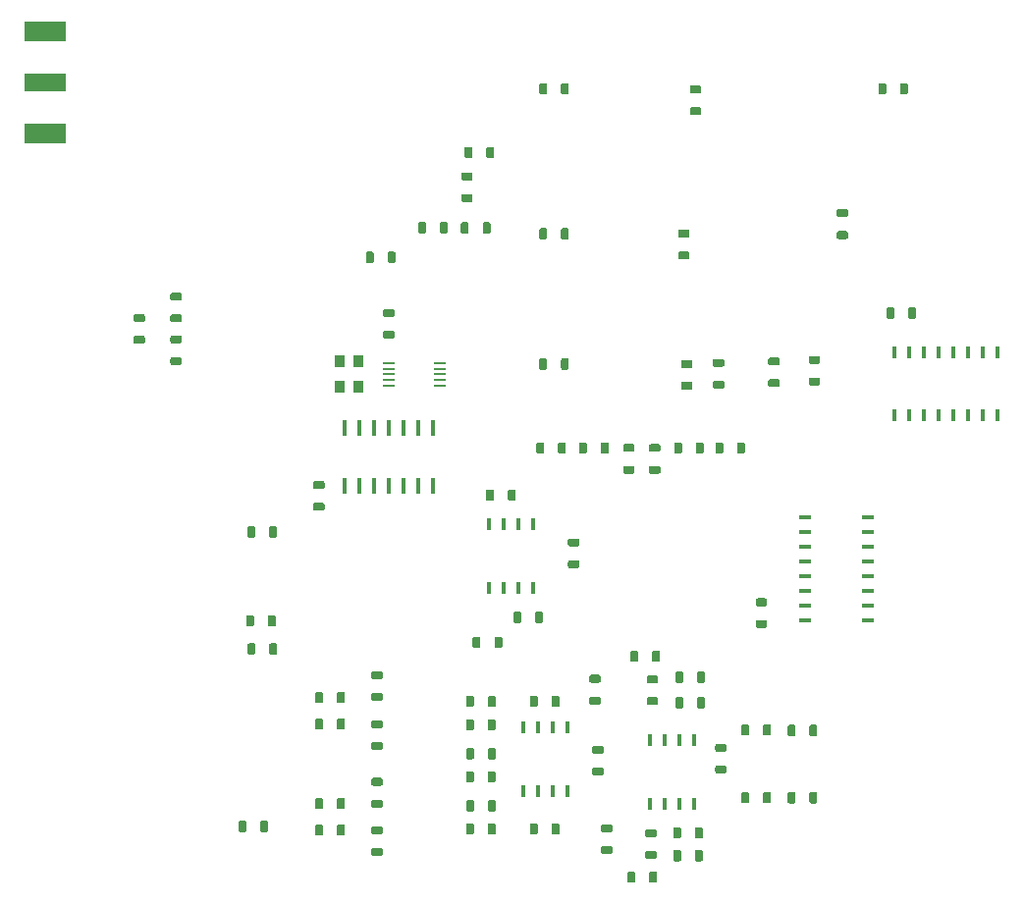
<source format=gtp>
G04 #@! TF.GenerationSoftware,KiCad,Pcbnew,(5.1.5-0)*
G04 #@! TF.CreationDate,2020-04-27T00:03:54-07:00*
G04 #@! TF.ProjectId,SDR Reciever,53445220-5265-4636-9965-7665722e6b69,rev?*
G04 #@! TF.SameCoordinates,Original*
G04 #@! TF.FileFunction,Paste,Top*
G04 #@! TF.FilePolarity,Positive*
%FSLAX46Y46*%
G04 Gerber Fmt 4.6, Leading zero omitted, Abs format (unit mm)*
G04 Created by KiCad (PCBNEW (5.1.5-0)) date 2020-04-27 00:03:54*
%MOMM*%
%LPD*%
G04 APERTURE LIST*
%ADD10R,0.373380X1.022350*%
%ADD11C,0.100000*%
%ADD12R,0.980000X0.210000*%
%ADD13R,0.391160X1.386840*%
%ADD14R,1.018429X0.397600*%
%ADD15R,0.397600X1.018429*%
%ADD16R,3.556000X1.603000*%
%ADD17R,3.556000X1.694000*%
%ADD18R,0.840000X0.980000*%
G04 APERTURE END LIST*
D10*
X147447000Y-107308650D03*
X146177000Y-107308650D03*
X144907000Y-107308650D03*
X143637000Y-107308650D03*
X143637000Y-101860350D03*
X144907000Y-101860350D03*
X146177000Y-101860350D03*
X147447000Y-101860350D03*
X136461500Y-106229150D03*
X135191500Y-106229150D03*
X133921500Y-106229150D03*
X132651500Y-106229150D03*
X132651500Y-100780850D03*
X133921500Y-100780850D03*
X135191500Y-100780850D03*
X136461500Y-100780850D03*
D11*
G36*
X139464599Y-104229072D02*
G01*
X139481162Y-104231529D01*
X139497405Y-104235597D01*
X139513170Y-104241238D01*
X139528307Y-104248397D01*
X139542669Y-104257005D01*
X139556118Y-104266980D01*
X139568525Y-104278225D01*
X139579770Y-104290632D01*
X139589745Y-104304081D01*
X139598353Y-104318443D01*
X139605512Y-104333580D01*
X139611153Y-104349345D01*
X139615221Y-104365588D01*
X139617678Y-104382151D01*
X139618500Y-104398875D01*
X139618500Y-104740125D01*
X139617678Y-104756849D01*
X139615221Y-104773412D01*
X139611153Y-104789655D01*
X139605512Y-104805420D01*
X139598353Y-104820557D01*
X139589745Y-104834919D01*
X139579770Y-104848368D01*
X139568525Y-104860775D01*
X139556118Y-104872020D01*
X139542669Y-104881995D01*
X139528307Y-104890603D01*
X139513170Y-104897762D01*
X139497405Y-104903403D01*
X139481162Y-104907471D01*
X139464599Y-104909928D01*
X139447875Y-104910750D01*
X138809125Y-104910750D01*
X138792401Y-104909928D01*
X138775838Y-104907471D01*
X138759595Y-104903403D01*
X138743830Y-104897762D01*
X138728693Y-104890603D01*
X138714331Y-104881995D01*
X138700882Y-104872020D01*
X138688475Y-104860775D01*
X138677230Y-104848368D01*
X138667255Y-104834919D01*
X138658647Y-104820557D01*
X138651488Y-104805420D01*
X138645847Y-104789655D01*
X138641779Y-104773412D01*
X138639322Y-104756849D01*
X138638500Y-104740125D01*
X138638500Y-104398875D01*
X138639322Y-104382151D01*
X138641779Y-104365588D01*
X138645847Y-104349345D01*
X138651488Y-104333580D01*
X138658647Y-104318443D01*
X138667255Y-104304081D01*
X138677230Y-104290632D01*
X138688475Y-104278225D01*
X138700882Y-104266980D01*
X138714331Y-104257005D01*
X138728693Y-104248397D01*
X138743830Y-104241238D01*
X138759595Y-104235597D01*
X138775838Y-104231529D01*
X138792401Y-104229072D01*
X138809125Y-104228250D01*
X139447875Y-104228250D01*
X139464599Y-104229072D01*
G37*
G36*
X139464599Y-102354072D02*
G01*
X139481162Y-102356529D01*
X139497405Y-102360597D01*
X139513170Y-102366238D01*
X139528307Y-102373397D01*
X139542669Y-102382005D01*
X139556118Y-102391980D01*
X139568525Y-102403225D01*
X139579770Y-102415632D01*
X139589745Y-102429081D01*
X139598353Y-102443443D01*
X139605512Y-102458580D01*
X139611153Y-102474345D01*
X139615221Y-102490588D01*
X139617678Y-102507151D01*
X139618500Y-102523875D01*
X139618500Y-102865125D01*
X139617678Y-102881849D01*
X139615221Y-102898412D01*
X139611153Y-102914655D01*
X139605512Y-102930420D01*
X139598353Y-102945557D01*
X139589745Y-102959919D01*
X139579770Y-102973368D01*
X139568525Y-102985775D01*
X139556118Y-102997020D01*
X139542669Y-103006995D01*
X139528307Y-103015603D01*
X139513170Y-103022762D01*
X139497405Y-103028403D01*
X139481162Y-103032471D01*
X139464599Y-103034928D01*
X139447875Y-103035750D01*
X138809125Y-103035750D01*
X138792401Y-103034928D01*
X138775838Y-103032471D01*
X138759595Y-103028403D01*
X138743830Y-103022762D01*
X138728693Y-103015603D01*
X138714331Y-103006995D01*
X138700882Y-102997020D01*
X138688475Y-102985775D01*
X138677230Y-102973368D01*
X138667255Y-102959919D01*
X138658647Y-102945557D01*
X138651488Y-102930420D01*
X138645847Y-102914655D01*
X138641779Y-102898412D01*
X138639322Y-102881849D01*
X138638500Y-102865125D01*
X138638500Y-102523875D01*
X138639322Y-102507151D01*
X138641779Y-102490588D01*
X138645847Y-102474345D01*
X138651488Y-102458580D01*
X138658647Y-102443443D01*
X138667255Y-102429081D01*
X138677230Y-102415632D01*
X138688475Y-102403225D01*
X138700882Y-102391980D01*
X138714331Y-102382005D01*
X138728693Y-102373397D01*
X138743830Y-102366238D01*
X138759595Y-102360597D01*
X138775838Y-102356529D01*
X138792401Y-102354072D01*
X138809125Y-102353250D01*
X139447875Y-102353250D01*
X139464599Y-102354072D01*
G37*
G36*
X128853349Y-92919322D02*
G01*
X128869912Y-92921779D01*
X128886155Y-92925847D01*
X128901920Y-92931488D01*
X128917057Y-92938647D01*
X128931419Y-92947255D01*
X128944868Y-92957230D01*
X128957275Y-92968475D01*
X128968520Y-92980882D01*
X128978495Y-92994331D01*
X128987103Y-93008693D01*
X128994262Y-93023830D01*
X128999903Y-93039595D01*
X129003971Y-93055838D01*
X129006428Y-93072401D01*
X129007250Y-93089125D01*
X129007250Y-93727875D01*
X129006428Y-93744599D01*
X129003971Y-93761162D01*
X128999903Y-93777405D01*
X128994262Y-93793170D01*
X128987103Y-93808307D01*
X128978495Y-93822669D01*
X128968520Y-93836118D01*
X128957275Y-93848525D01*
X128944868Y-93859770D01*
X128931419Y-93869745D01*
X128917057Y-93878353D01*
X128901920Y-93885512D01*
X128886155Y-93891153D01*
X128869912Y-93895221D01*
X128853349Y-93897678D01*
X128836625Y-93898500D01*
X128495375Y-93898500D01*
X128478651Y-93897678D01*
X128462088Y-93895221D01*
X128445845Y-93891153D01*
X128430080Y-93885512D01*
X128414943Y-93878353D01*
X128400581Y-93869745D01*
X128387132Y-93859770D01*
X128374725Y-93848525D01*
X128363480Y-93836118D01*
X128353505Y-93822669D01*
X128344897Y-93808307D01*
X128337738Y-93793170D01*
X128332097Y-93777405D01*
X128328029Y-93761162D01*
X128325572Y-93744599D01*
X128324750Y-93727875D01*
X128324750Y-93089125D01*
X128325572Y-93072401D01*
X128328029Y-93055838D01*
X128332097Y-93039595D01*
X128337738Y-93023830D01*
X128344897Y-93008693D01*
X128353505Y-92994331D01*
X128363480Y-92980882D01*
X128374725Y-92968475D01*
X128387132Y-92957230D01*
X128400581Y-92947255D01*
X128414943Y-92938647D01*
X128430080Y-92931488D01*
X128445845Y-92925847D01*
X128462088Y-92921779D01*
X128478651Y-92919322D01*
X128495375Y-92918500D01*
X128836625Y-92918500D01*
X128853349Y-92919322D01*
G37*
G36*
X130728349Y-92919322D02*
G01*
X130744912Y-92921779D01*
X130761155Y-92925847D01*
X130776920Y-92931488D01*
X130792057Y-92938647D01*
X130806419Y-92947255D01*
X130819868Y-92957230D01*
X130832275Y-92968475D01*
X130843520Y-92980882D01*
X130853495Y-92994331D01*
X130862103Y-93008693D01*
X130869262Y-93023830D01*
X130874903Y-93039595D01*
X130878971Y-93055838D01*
X130881428Y-93072401D01*
X130882250Y-93089125D01*
X130882250Y-93727875D01*
X130881428Y-93744599D01*
X130878971Y-93761162D01*
X130874903Y-93777405D01*
X130869262Y-93793170D01*
X130862103Y-93808307D01*
X130853495Y-93822669D01*
X130843520Y-93836118D01*
X130832275Y-93848525D01*
X130819868Y-93859770D01*
X130806419Y-93869745D01*
X130792057Y-93878353D01*
X130776920Y-93885512D01*
X130761155Y-93891153D01*
X130744912Y-93895221D01*
X130728349Y-93897678D01*
X130711625Y-93898500D01*
X130370375Y-93898500D01*
X130353651Y-93897678D01*
X130337088Y-93895221D01*
X130320845Y-93891153D01*
X130305080Y-93885512D01*
X130289943Y-93878353D01*
X130275581Y-93869745D01*
X130262132Y-93859770D01*
X130249725Y-93848525D01*
X130238480Y-93836118D01*
X130228505Y-93822669D01*
X130219897Y-93808307D01*
X130212738Y-93793170D01*
X130207097Y-93777405D01*
X130203029Y-93761162D01*
X130200572Y-93744599D01*
X130199750Y-93727875D01*
X130199750Y-93089125D01*
X130200572Y-93072401D01*
X130203029Y-93055838D01*
X130207097Y-93039595D01*
X130212738Y-93023830D01*
X130219897Y-93008693D01*
X130228505Y-92994331D01*
X130238480Y-92980882D01*
X130249725Y-92968475D01*
X130262132Y-92957230D01*
X130275581Y-92947255D01*
X130289943Y-92938647D01*
X130305080Y-92931488D01*
X130320845Y-92925847D01*
X130337088Y-92921779D01*
X130353651Y-92919322D01*
X130370375Y-92918500D01*
X130711625Y-92918500D01*
X130728349Y-92919322D01*
G37*
G36*
X137369099Y-86322072D02*
G01*
X137385662Y-86324529D01*
X137401905Y-86328597D01*
X137417670Y-86334238D01*
X137432807Y-86341397D01*
X137447169Y-86350005D01*
X137460618Y-86359980D01*
X137473025Y-86371225D01*
X137484270Y-86383632D01*
X137494245Y-86397081D01*
X137502853Y-86411443D01*
X137510012Y-86426580D01*
X137515653Y-86442345D01*
X137519721Y-86458588D01*
X137522178Y-86475151D01*
X137523000Y-86491875D01*
X137523000Y-86833125D01*
X137522178Y-86849849D01*
X137519721Y-86866412D01*
X137515653Y-86882655D01*
X137510012Y-86898420D01*
X137502853Y-86913557D01*
X137494245Y-86927919D01*
X137484270Y-86941368D01*
X137473025Y-86953775D01*
X137460618Y-86965020D01*
X137447169Y-86974995D01*
X137432807Y-86983603D01*
X137417670Y-86990762D01*
X137401905Y-86996403D01*
X137385662Y-87000471D01*
X137369099Y-87002928D01*
X137352375Y-87003750D01*
X136713625Y-87003750D01*
X136696901Y-87002928D01*
X136680338Y-87000471D01*
X136664095Y-86996403D01*
X136648330Y-86990762D01*
X136633193Y-86983603D01*
X136618831Y-86974995D01*
X136605382Y-86965020D01*
X136592975Y-86953775D01*
X136581730Y-86941368D01*
X136571755Y-86927919D01*
X136563147Y-86913557D01*
X136555988Y-86898420D01*
X136550347Y-86882655D01*
X136546279Y-86866412D01*
X136543822Y-86849849D01*
X136543000Y-86833125D01*
X136543000Y-86491875D01*
X136543822Y-86475151D01*
X136546279Y-86458588D01*
X136550347Y-86442345D01*
X136555988Y-86426580D01*
X136563147Y-86411443D01*
X136571755Y-86397081D01*
X136581730Y-86383632D01*
X136592975Y-86371225D01*
X136605382Y-86359980D01*
X136618831Y-86350005D01*
X136633193Y-86341397D01*
X136648330Y-86334238D01*
X136664095Y-86328597D01*
X136680338Y-86324529D01*
X136696901Y-86322072D01*
X136713625Y-86321250D01*
X137352375Y-86321250D01*
X137369099Y-86322072D01*
G37*
G36*
X137369099Y-84447072D02*
G01*
X137385662Y-84449529D01*
X137401905Y-84453597D01*
X137417670Y-84459238D01*
X137432807Y-84466397D01*
X137447169Y-84475005D01*
X137460618Y-84484980D01*
X137473025Y-84496225D01*
X137484270Y-84508632D01*
X137494245Y-84522081D01*
X137502853Y-84536443D01*
X137510012Y-84551580D01*
X137515653Y-84567345D01*
X137519721Y-84583588D01*
X137522178Y-84600151D01*
X137523000Y-84616875D01*
X137523000Y-84958125D01*
X137522178Y-84974849D01*
X137519721Y-84991412D01*
X137515653Y-85007655D01*
X137510012Y-85023420D01*
X137502853Y-85038557D01*
X137494245Y-85052919D01*
X137484270Y-85066368D01*
X137473025Y-85078775D01*
X137460618Y-85090020D01*
X137447169Y-85099995D01*
X137432807Y-85108603D01*
X137417670Y-85115762D01*
X137401905Y-85121403D01*
X137385662Y-85125471D01*
X137369099Y-85127928D01*
X137352375Y-85128750D01*
X136713625Y-85128750D01*
X136696901Y-85127928D01*
X136680338Y-85125471D01*
X136664095Y-85121403D01*
X136648330Y-85115762D01*
X136633193Y-85108603D01*
X136618831Y-85099995D01*
X136605382Y-85090020D01*
X136592975Y-85078775D01*
X136581730Y-85066368D01*
X136571755Y-85052919D01*
X136563147Y-85038557D01*
X136555988Y-85023420D01*
X136550347Y-85007655D01*
X136546279Y-84991412D01*
X136543822Y-84974849D01*
X136543000Y-84958125D01*
X136543000Y-84616875D01*
X136543822Y-84600151D01*
X136546279Y-84583588D01*
X136550347Y-84567345D01*
X136555988Y-84551580D01*
X136563147Y-84536443D01*
X136571755Y-84522081D01*
X136581730Y-84508632D01*
X136592975Y-84496225D01*
X136605382Y-84484980D01*
X136618831Y-84475005D01*
X136633193Y-84466397D01*
X136648330Y-84459238D01*
X136664095Y-84453597D01*
X136680338Y-84449529D01*
X136696901Y-84447072D01*
X136713625Y-84446250D01*
X137352375Y-84446250D01*
X137369099Y-84447072D01*
G37*
D10*
X129730500Y-83254850D03*
X131000500Y-83254850D03*
X132270500Y-83254850D03*
X133540500Y-83254850D03*
X133540500Y-88703150D03*
X132270500Y-88703150D03*
X131000500Y-88703150D03*
X129730500Y-88703150D03*
D12*
X121053500Y-69294500D03*
X121053500Y-69794500D03*
X121053500Y-70294500D03*
X121053500Y-70794500D03*
X121053500Y-71294500D03*
X125453500Y-71294500D03*
X125453500Y-70794500D03*
X125453500Y-70294500D03*
X125453500Y-69794500D03*
X125453500Y-69294500D03*
D11*
G36*
X144317349Y-94125822D02*
G01*
X144333912Y-94128279D01*
X144350155Y-94132347D01*
X144365920Y-94137988D01*
X144381057Y-94145147D01*
X144395419Y-94153755D01*
X144408868Y-94163730D01*
X144421275Y-94174975D01*
X144432520Y-94187382D01*
X144442495Y-94200831D01*
X144451103Y-94215193D01*
X144458262Y-94230330D01*
X144463903Y-94246095D01*
X144467971Y-94262338D01*
X144470428Y-94278901D01*
X144471250Y-94295625D01*
X144471250Y-94934375D01*
X144470428Y-94951099D01*
X144467971Y-94967662D01*
X144463903Y-94983905D01*
X144458262Y-94999670D01*
X144451103Y-95014807D01*
X144442495Y-95029169D01*
X144432520Y-95042618D01*
X144421275Y-95055025D01*
X144408868Y-95066270D01*
X144395419Y-95076245D01*
X144381057Y-95084853D01*
X144365920Y-95092012D01*
X144350155Y-95097653D01*
X144333912Y-95101721D01*
X144317349Y-95104178D01*
X144300625Y-95105000D01*
X143959375Y-95105000D01*
X143942651Y-95104178D01*
X143926088Y-95101721D01*
X143909845Y-95097653D01*
X143894080Y-95092012D01*
X143878943Y-95084853D01*
X143864581Y-95076245D01*
X143851132Y-95066270D01*
X143838725Y-95055025D01*
X143827480Y-95042618D01*
X143817505Y-95029169D01*
X143808897Y-95014807D01*
X143801738Y-94999670D01*
X143796097Y-94983905D01*
X143792029Y-94967662D01*
X143789572Y-94951099D01*
X143788750Y-94934375D01*
X143788750Y-94295625D01*
X143789572Y-94278901D01*
X143792029Y-94262338D01*
X143796097Y-94246095D01*
X143801738Y-94230330D01*
X143808897Y-94215193D01*
X143817505Y-94200831D01*
X143827480Y-94187382D01*
X143838725Y-94174975D01*
X143851132Y-94163730D01*
X143864581Y-94153755D01*
X143878943Y-94145147D01*
X143894080Y-94137988D01*
X143909845Y-94132347D01*
X143926088Y-94128279D01*
X143942651Y-94125822D01*
X143959375Y-94125000D01*
X144300625Y-94125000D01*
X144317349Y-94125822D01*
G37*
G36*
X142442349Y-94125822D02*
G01*
X142458912Y-94128279D01*
X142475155Y-94132347D01*
X142490920Y-94137988D01*
X142506057Y-94145147D01*
X142520419Y-94153755D01*
X142533868Y-94163730D01*
X142546275Y-94174975D01*
X142557520Y-94187382D01*
X142567495Y-94200831D01*
X142576103Y-94215193D01*
X142583262Y-94230330D01*
X142588903Y-94246095D01*
X142592971Y-94262338D01*
X142595428Y-94278901D01*
X142596250Y-94295625D01*
X142596250Y-94934375D01*
X142595428Y-94951099D01*
X142592971Y-94967662D01*
X142588903Y-94983905D01*
X142583262Y-94999670D01*
X142576103Y-95014807D01*
X142567495Y-95029169D01*
X142557520Y-95042618D01*
X142546275Y-95055025D01*
X142533868Y-95066270D01*
X142520419Y-95076245D01*
X142506057Y-95084853D01*
X142490920Y-95092012D01*
X142475155Y-95097653D01*
X142458912Y-95101721D01*
X142442349Y-95104178D01*
X142425625Y-95105000D01*
X142084375Y-95105000D01*
X142067651Y-95104178D01*
X142051088Y-95101721D01*
X142034845Y-95097653D01*
X142019080Y-95092012D01*
X142003943Y-95084853D01*
X141989581Y-95076245D01*
X141976132Y-95066270D01*
X141963725Y-95055025D01*
X141952480Y-95042618D01*
X141942505Y-95029169D01*
X141933897Y-95014807D01*
X141926738Y-94999670D01*
X141921097Y-94983905D01*
X141917029Y-94967662D01*
X141914572Y-94951099D01*
X141913750Y-94934375D01*
X141913750Y-94295625D01*
X141914572Y-94278901D01*
X141917029Y-94262338D01*
X141921097Y-94246095D01*
X141926738Y-94230330D01*
X141933897Y-94215193D01*
X141942505Y-94200831D01*
X141952480Y-94187382D01*
X141963725Y-94174975D01*
X141976132Y-94163730D01*
X141989581Y-94153755D01*
X142003943Y-94145147D01*
X142019080Y-94137988D01*
X142034845Y-94132347D01*
X142051088Y-94128279D01*
X142067651Y-94125822D01*
X142084375Y-94125000D01*
X142425625Y-94125000D01*
X142442349Y-94125822D01*
G37*
D13*
X117284500Y-74942700D03*
X118554500Y-74942700D03*
X119824500Y-74942700D03*
X121094500Y-74942700D03*
X122364500Y-74942700D03*
X123634500Y-74942700D03*
X124904500Y-74942700D03*
X124904500Y-79870300D03*
X123634500Y-79870300D03*
X122364500Y-79870300D03*
X121094500Y-79870300D03*
X119824500Y-79870300D03*
X118554500Y-79870300D03*
X117284500Y-79870300D03*
D14*
X156981152Y-91503500D03*
X156981152Y-90233500D03*
X156981152Y-88963500D03*
X156981152Y-87693500D03*
X156981152Y-86423500D03*
X156981152Y-85153500D03*
X156981152Y-83883500D03*
X156981152Y-82613500D03*
X162423848Y-82613500D03*
X162423848Y-83883500D03*
X162423848Y-85153500D03*
X162423848Y-86423500D03*
X162423848Y-87693500D03*
X162423848Y-88963500D03*
X162423848Y-90233500D03*
X162423848Y-91503500D03*
D15*
X164719000Y-68398652D03*
X165989000Y-68398652D03*
X167259000Y-68398652D03*
X168529000Y-68398652D03*
X169799000Y-68398652D03*
X171069000Y-68398652D03*
X172339000Y-68398652D03*
X173609000Y-68398652D03*
X173609000Y-73841348D03*
X172339000Y-73841348D03*
X171069000Y-73841348D03*
X169799000Y-73841348D03*
X168529000Y-73841348D03*
X167259000Y-73841348D03*
X165989000Y-73841348D03*
X164719000Y-73841348D03*
D11*
G36*
X103079099Y-65128072D02*
G01*
X103095662Y-65130529D01*
X103111905Y-65134597D01*
X103127670Y-65140238D01*
X103142807Y-65147397D01*
X103157169Y-65156005D01*
X103170618Y-65165980D01*
X103183025Y-65177225D01*
X103194270Y-65189632D01*
X103204245Y-65203081D01*
X103212853Y-65217443D01*
X103220012Y-65232580D01*
X103225653Y-65248345D01*
X103229721Y-65264588D01*
X103232178Y-65281151D01*
X103233000Y-65297875D01*
X103233000Y-65639125D01*
X103232178Y-65655849D01*
X103229721Y-65672412D01*
X103225653Y-65688655D01*
X103220012Y-65704420D01*
X103212853Y-65719557D01*
X103204245Y-65733919D01*
X103194270Y-65747368D01*
X103183025Y-65759775D01*
X103170618Y-65771020D01*
X103157169Y-65780995D01*
X103142807Y-65789603D01*
X103127670Y-65796762D01*
X103111905Y-65802403D01*
X103095662Y-65806471D01*
X103079099Y-65808928D01*
X103062375Y-65809750D01*
X102423625Y-65809750D01*
X102406901Y-65808928D01*
X102390338Y-65806471D01*
X102374095Y-65802403D01*
X102358330Y-65796762D01*
X102343193Y-65789603D01*
X102328831Y-65780995D01*
X102315382Y-65771020D01*
X102302975Y-65759775D01*
X102291730Y-65747368D01*
X102281755Y-65733919D01*
X102273147Y-65719557D01*
X102265988Y-65704420D01*
X102260347Y-65688655D01*
X102256279Y-65672412D01*
X102253822Y-65655849D01*
X102253000Y-65639125D01*
X102253000Y-65297875D01*
X102253822Y-65281151D01*
X102256279Y-65264588D01*
X102260347Y-65248345D01*
X102265988Y-65232580D01*
X102273147Y-65217443D01*
X102281755Y-65203081D01*
X102291730Y-65189632D01*
X102302975Y-65177225D01*
X102315382Y-65165980D01*
X102328831Y-65156005D01*
X102343193Y-65147397D01*
X102358330Y-65140238D01*
X102374095Y-65134597D01*
X102390338Y-65130529D01*
X102406901Y-65128072D01*
X102423625Y-65127250D01*
X103062375Y-65127250D01*
X103079099Y-65128072D01*
G37*
G36*
X103079099Y-63253072D02*
G01*
X103095662Y-63255529D01*
X103111905Y-63259597D01*
X103127670Y-63265238D01*
X103142807Y-63272397D01*
X103157169Y-63281005D01*
X103170618Y-63290980D01*
X103183025Y-63302225D01*
X103194270Y-63314632D01*
X103204245Y-63328081D01*
X103212853Y-63342443D01*
X103220012Y-63357580D01*
X103225653Y-63373345D01*
X103229721Y-63389588D01*
X103232178Y-63406151D01*
X103233000Y-63422875D01*
X103233000Y-63764125D01*
X103232178Y-63780849D01*
X103229721Y-63797412D01*
X103225653Y-63813655D01*
X103220012Y-63829420D01*
X103212853Y-63844557D01*
X103204245Y-63858919D01*
X103194270Y-63872368D01*
X103183025Y-63884775D01*
X103170618Y-63896020D01*
X103157169Y-63905995D01*
X103142807Y-63914603D01*
X103127670Y-63921762D01*
X103111905Y-63927403D01*
X103095662Y-63931471D01*
X103079099Y-63933928D01*
X103062375Y-63934750D01*
X102423625Y-63934750D01*
X102406901Y-63933928D01*
X102390338Y-63931471D01*
X102374095Y-63927403D01*
X102358330Y-63921762D01*
X102343193Y-63914603D01*
X102328831Y-63905995D01*
X102315382Y-63896020D01*
X102302975Y-63884775D01*
X102291730Y-63872368D01*
X102281755Y-63858919D01*
X102273147Y-63844557D01*
X102265988Y-63829420D01*
X102260347Y-63813655D01*
X102256279Y-63797412D01*
X102253822Y-63780849D01*
X102253000Y-63764125D01*
X102253000Y-63422875D01*
X102253822Y-63406151D01*
X102256279Y-63389588D01*
X102260347Y-63373345D01*
X102265988Y-63357580D01*
X102273147Y-63342443D01*
X102281755Y-63328081D01*
X102291730Y-63314632D01*
X102302975Y-63302225D01*
X102315382Y-63290980D01*
X102328831Y-63281005D01*
X102343193Y-63272397D01*
X102358330Y-63265238D01*
X102374095Y-63259597D01*
X102390338Y-63255529D01*
X102406901Y-63253072D01*
X102423625Y-63252250D01*
X103062375Y-63252250D01*
X103079099Y-63253072D01*
G37*
G36*
X149872099Y-70828072D02*
G01*
X149888662Y-70830529D01*
X149904905Y-70834597D01*
X149920670Y-70840238D01*
X149935807Y-70847397D01*
X149950169Y-70856005D01*
X149963618Y-70865980D01*
X149976025Y-70877225D01*
X149987270Y-70889632D01*
X149997245Y-70903081D01*
X150005853Y-70917443D01*
X150013012Y-70932580D01*
X150018653Y-70948345D01*
X150022721Y-70964588D01*
X150025178Y-70981151D01*
X150026000Y-70997875D01*
X150026000Y-71339125D01*
X150025178Y-71355849D01*
X150022721Y-71372412D01*
X150018653Y-71388655D01*
X150013012Y-71404420D01*
X150005853Y-71419557D01*
X149997245Y-71433919D01*
X149987270Y-71447368D01*
X149976025Y-71459775D01*
X149963618Y-71471020D01*
X149950169Y-71480995D01*
X149935807Y-71489603D01*
X149920670Y-71496762D01*
X149904905Y-71502403D01*
X149888662Y-71506471D01*
X149872099Y-71508928D01*
X149855375Y-71509750D01*
X149216625Y-71509750D01*
X149199901Y-71508928D01*
X149183338Y-71506471D01*
X149167095Y-71502403D01*
X149151330Y-71496762D01*
X149136193Y-71489603D01*
X149121831Y-71480995D01*
X149108382Y-71471020D01*
X149095975Y-71459775D01*
X149084730Y-71447368D01*
X149074755Y-71433919D01*
X149066147Y-71419557D01*
X149058988Y-71404420D01*
X149053347Y-71388655D01*
X149049279Y-71372412D01*
X149046822Y-71355849D01*
X149046000Y-71339125D01*
X149046000Y-70997875D01*
X149046822Y-70981151D01*
X149049279Y-70964588D01*
X149053347Y-70948345D01*
X149058988Y-70932580D01*
X149066147Y-70917443D01*
X149074755Y-70903081D01*
X149084730Y-70889632D01*
X149095975Y-70877225D01*
X149108382Y-70865980D01*
X149121831Y-70856005D01*
X149136193Y-70847397D01*
X149151330Y-70840238D01*
X149167095Y-70834597D01*
X149183338Y-70830529D01*
X149199901Y-70828072D01*
X149216625Y-70827250D01*
X149855375Y-70827250D01*
X149872099Y-70828072D01*
G37*
G36*
X149872099Y-68953072D02*
G01*
X149888662Y-68955529D01*
X149904905Y-68959597D01*
X149920670Y-68965238D01*
X149935807Y-68972397D01*
X149950169Y-68981005D01*
X149963618Y-68990980D01*
X149976025Y-69002225D01*
X149987270Y-69014632D01*
X149997245Y-69028081D01*
X150005853Y-69042443D01*
X150013012Y-69057580D01*
X150018653Y-69073345D01*
X150022721Y-69089588D01*
X150025178Y-69106151D01*
X150026000Y-69122875D01*
X150026000Y-69464125D01*
X150025178Y-69480849D01*
X150022721Y-69497412D01*
X150018653Y-69513655D01*
X150013012Y-69529420D01*
X150005853Y-69544557D01*
X149997245Y-69558919D01*
X149987270Y-69572368D01*
X149976025Y-69584775D01*
X149963618Y-69596020D01*
X149950169Y-69605995D01*
X149935807Y-69614603D01*
X149920670Y-69621762D01*
X149904905Y-69627403D01*
X149888662Y-69631471D01*
X149872099Y-69633928D01*
X149855375Y-69634750D01*
X149216625Y-69634750D01*
X149199901Y-69633928D01*
X149183338Y-69631471D01*
X149167095Y-69627403D01*
X149151330Y-69621762D01*
X149136193Y-69614603D01*
X149121831Y-69605995D01*
X149108382Y-69596020D01*
X149095975Y-69584775D01*
X149084730Y-69572368D01*
X149074755Y-69558919D01*
X149066147Y-69544557D01*
X149058988Y-69529420D01*
X149053347Y-69513655D01*
X149049279Y-69497412D01*
X149046822Y-69480849D01*
X149046000Y-69464125D01*
X149046000Y-69122875D01*
X149046822Y-69106151D01*
X149049279Y-69089588D01*
X149053347Y-69073345D01*
X149058988Y-69057580D01*
X149066147Y-69042443D01*
X149074755Y-69028081D01*
X149084730Y-69014632D01*
X149095975Y-69002225D01*
X149108382Y-68990980D01*
X149121831Y-68981005D01*
X149136193Y-68972397D01*
X149151330Y-68965238D01*
X149167095Y-68959597D01*
X149183338Y-68955529D01*
X149199901Y-68953072D01*
X149216625Y-68952250D01*
X149855375Y-68952250D01*
X149872099Y-68953072D01*
G37*
G36*
X103079099Y-68811072D02*
G01*
X103095662Y-68813529D01*
X103111905Y-68817597D01*
X103127670Y-68823238D01*
X103142807Y-68830397D01*
X103157169Y-68839005D01*
X103170618Y-68848980D01*
X103183025Y-68860225D01*
X103194270Y-68872632D01*
X103204245Y-68886081D01*
X103212853Y-68900443D01*
X103220012Y-68915580D01*
X103225653Y-68931345D01*
X103229721Y-68947588D01*
X103232178Y-68964151D01*
X103233000Y-68980875D01*
X103233000Y-69322125D01*
X103232178Y-69338849D01*
X103229721Y-69355412D01*
X103225653Y-69371655D01*
X103220012Y-69387420D01*
X103212853Y-69402557D01*
X103204245Y-69416919D01*
X103194270Y-69430368D01*
X103183025Y-69442775D01*
X103170618Y-69454020D01*
X103157169Y-69463995D01*
X103142807Y-69472603D01*
X103127670Y-69479762D01*
X103111905Y-69485403D01*
X103095662Y-69489471D01*
X103079099Y-69491928D01*
X103062375Y-69492750D01*
X102423625Y-69492750D01*
X102406901Y-69491928D01*
X102390338Y-69489471D01*
X102374095Y-69485403D01*
X102358330Y-69479762D01*
X102343193Y-69472603D01*
X102328831Y-69463995D01*
X102315382Y-69454020D01*
X102302975Y-69442775D01*
X102291730Y-69430368D01*
X102281755Y-69416919D01*
X102273147Y-69402557D01*
X102265988Y-69387420D01*
X102260347Y-69371655D01*
X102256279Y-69355412D01*
X102253822Y-69338849D01*
X102253000Y-69322125D01*
X102253000Y-68980875D01*
X102253822Y-68964151D01*
X102256279Y-68947588D01*
X102260347Y-68931345D01*
X102265988Y-68915580D01*
X102273147Y-68900443D01*
X102281755Y-68886081D01*
X102291730Y-68872632D01*
X102302975Y-68860225D01*
X102315382Y-68848980D01*
X102328831Y-68839005D01*
X102343193Y-68830397D01*
X102358330Y-68823238D01*
X102374095Y-68817597D01*
X102390338Y-68813529D01*
X102406901Y-68811072D01*
X102423625Y-68810250D01*
X103062375Y-68810250D01*
X103079099Y-68811072D01*
G37*
G36*
X103079099Y-66936072D02*
G01*
X103095662Y-66938529D01*
X103111905Y-66942597D01*
X103127670Y-66948238D01*
X103142807Y-66955397D01*
X103157169Y-66964005D01*
X103170618Y-66973980D01*
X103183025Y-66985225D01*
X103194270Y-66997632D01*
X103204245Y-67011081D01*
X103212853Y-67025443D01*
X103220012Y-67040580D01*
X103225653Y-67056345D01*
X103229721Y-67072588D01*
X103232178Y-67089151D01*
X103233000Y-67105875D01*
X103233000Y-67447125D01*
X103232178Y-67463849D01*
X103229721Y-67480412D01*
X103225653Y-67496655D01*
X103220012Y-67512420D01*
X103212853Y-67527557D01*
X103204245Y-67541919D01*
X103194270Y-67555368D01*
X103183025Y-67567775D01*
X103170618Y-67579020D01*
X103157169Y-67588995D01*
X103142807Y-67597603D01*
X103127670Y-67604762D01*
X103111905Y-67610403D01*
X103095662Y-67614471D01*
X103079099Y-67616928D01*
X103062375Y-67617750D01*
X102423625Y-67617750D01*
X102406901Y-67616928D01*
X102390338Y-67614471D01*
X102374095Y-67610403D01*
X102358330Y-67604762D01*
X102343193Y-67597603D01*
X102328831Y-67588995D01*
X102315382Y-67579020D01*
X102302975Y-67567775D01*
X102291730Y-67555368D01*
X102281755Y-67541919D01*
X102273147Y-67527557D01*
X102265988Y-67512420D01*
X102260347Y-67496655D01*
X102256279Y-67480412D01*
X102253822Y-67463849D01*
X102253000Y-67447125D01*
X102253000Y-67105875D01*
X102253822Y-67089151D01*
X102256279Y-67072588D01*
X102260347Y-67056345D01*
X102265988Y-67040580D01*
X102273147Y-67025443D01*
X102281755Y-67011081D01*
X102291730Y-66997632D01*
X102302975Y-66985225D01*
X102315382Y-66973980D01*
X102328831Y-66964005D01*
X102343193Y-66955397D01*
X102358330Y-66948238D01*
X102374095Y-66942597D01*
X102390338Y-66938529D01*
X102406901Y-66936072D01*
X102423625Y-66935250D01*
X103062375Y-66935250D01*
X103079099Y-66936072D01*
G37*
G36*
X99904099Y-66969572D02*
G01*
X99920662Y-66972029D01*
X99936905Y-66976097D01*
X99952670Y-66981738D01*
X99967807Y-66988897D01*
X99982169Y-66997505D01*
X99995618Y-67007480D01*
X100008025Y-67018725D01*
X100019270Y-67031132D01*
X100029245Y-67044581D01*
X100037853Y-67058943D01*
X100045012Y-67074080D01*
X100050653Y-67089845D01*
X100054721Y-67106088D01*
X100057178Y-67122651D01*
X100058000Y-67139375D01*
X100058000Y-67480625D01*
X100057178Y-67497349D01*
X100054721Y-67513912D01*
X100050653Y-67530155D01*
X100045012Y-67545920D01*
X100037853Y-67561057D01*
X100029245Y-67575419D01*
X100019270Y-67588868D01*
X100008025Y-67601275D01*
X99995618Y-67612520D01*
X99982169Y-67622495D01*
X99967807Y-67631103D01*
X99952670Y-67638262D01*
X99936905Y-67643903D01*
X99920662Y-67647971D01*
X99904099Y-67650428D01*
X99887375Y-67651250D01*
X99248625Y-67651250D01*
X99231901Y-67650428D01*
X99215338Y-67647971D01*
X99199095Y-67643903D01*
X99183330Y-67638262D01*
X99168193Y-67631103D01*
X99153831Y-67622495D01*
X99140382Y-67612520D01*
X99127975Y-67601275D01*
X99116730Y-67588868D01*
X99106755Y-67575419D01*
X99098147Y-67561057D01*
X99090988Y-67545920D01*
X99085347Y-67530155D01*
X99081279Y-67513912D01*
X99078822Y-67497349D01*
X99078000Y-67480625D01*
X99078000Y-67139375D01*
X99078822Y-67122651D01*
X99081279Y-67106088D01*
X99085347Y-67089845D01*
X99090988Y-67074080D01*
X99098147Y-67058943D01*
X99106755Y-67044581D01*
X99116730Y-67031132D01*
X99127975Y-67018725D01*
X99140382Y-67007480D01*
X99153831Y-66997505D01*
X99168193Y-66988897D01*
X99183330Y-66981738D01*
X99199095Y-66976097D01*
X99215338Y-66972029D01*
X99231901Y-66969572D01*
X99248625Y-66968750D01*
X99887375Y-66968750D01*
X99904099Y-66969572D01*
G37*
G36*
X99904099Y-65094572D02*
G01*
X99920662Y-65097029D01*
X99936905Y-65101097D01*
X99952670Y-65106738D01*
X99967807Y-65113897D01*
X99982169Y-65122505D01*
X99995618Y-65132480D01*
X100008025Y-65143725D01*
X100019270Y-65156132D01*
X100029245Y-65169581D01*
X100037853Y-65183943D01*
X100045012Y-65199080D01*
X100050653Y-65214845D01*
X100054721Y-65231088D01*
X100057178Y-65247651D01*
X100058000Y-65264375D01*
X100058000Y-65605625D01*
X100057178Y-65622349D01*
X100054721Y-65638912D01*
X100050653Y-65655155D01*
X100045012Y-65670920D01*
X100037853Y-65686057D01*
X100029245Y-65700419D01*
X100019270Y-65713868D01*
X100008025Y-65726275D01*
X99995618Y-65737520D01*
X99982169Y-65747495D01*
X99967807Y-65756103D01*
X99952670Y-65763262D01*
X99936905Y-65768903D01*
X99920662Y-65772971D01*
X99904099Y-65775428D01*
X99887375Y-65776250D01*
X99248625Y-65776250D01*
X99231901Y-65775428D01*
X99215338Y-65772971D01*
X99199095Y-65768903D01*
X99183330Y-65763262D01*
X99168193Y-65756103D01*
X99153831Y-65747495D01*
X99140382Y-65737520D01*
X99127975Y-65726275D01*
X99116730Y-65713868D01*
X99106755Y-65700419D01*
X99098147Y-65686057D01*
X99090988Y-65670920D01*
X99085347Y-65655155D01*
X99081279Y-65638912D01*
X99078822Y-65622349D01*
X99078000Y-65605625D01*
X99078000Y-65264375D01*
X99078822Y-65247651D01*
X99081279Y-65231088D01*
X99085347Y-65214845D01*
X99090988Y-65199080D01*
X99098147Y-65183943D01*
X99106755Y-65169581D01*
X99116730Y-65156132D01*
X99127975Y-65143725D01*
X99140382Y-65132480D01*
X99153831Y-65122505D01*
X99168193Y-65113897D01*
X99183330Y-65106738D01*
X99199095Y-65101097D01*
X99215338Y-65097029D01*
X99231901Y-65094572D01*
X99248625Y-65093750D01*
X99887375Y-65093750D01*
X99904099Y-65094572D01*
G37*
G36*
X136473349Y-45166822D02*
G01*
X136489912Y-45169279D01*
X136506155Y-45173347D01*
X136521920Y-45178988D01*
X136537057Y-45186147D01*
X136551419Y-45194755D01*
X136564868Y-45204730D01*
X136577275Y-45215975D01*
X136588520Y-45228382D01*
X136598495Y-45241831D01*
X136607103Y-45256193D01*
X136614262Y-45271330D01*
X136619903Y-45287095D01*
X136623971Y-45303338D01*
X136626428Y-45319901D01*
X136627250Y-45336625D01*
X136627250Y-45975375D01*
X136626428Y-45992099D01*
X136623971Y-46008662D01*
X136619903Y-46024905D01*
X136614262Y-46040670D01*
X136607103Y-46055807D01*
X136598495Y-46070169D01*
X136588520Y-46083618D01*
X136577275Y-46096025D01*
X136564868Y-46107270D01*
X136551419Y-46117245D01*
X136537057Y-46125853D01*
X136521920Y-46133012D01*
X136506155Y-46138653D01*
X136489912Y-46142721D01*
X136473349Y-46145178D01*
X136456625Y-46146000D01*
X136115375Y-46146000D01*
X136098651Y-46145178D01*
X136082088Y-46142721D01*
X136065845Y-46138653D01*
X136050080Y-46133012D01*
X136034943Y-46125853D01*
X136020581Y-46117245D01*
X136007132Y-46107270D01*
X135994725Y-46096025D01*
X135983480Y-46083618D01*
X135973505Y-46070169D01*
X135964897Y-46055807D01*
X135957738Y-46040670D01*
X135952097Y-46024905D01*
X135948029Y-46008662D01*
X135945572Y-45992099D01*
X135944750Y-45975375D01*
X135944750Y-45336625D01*
X135945572Y-45319901D01*
X135948029Y-45303338D01*
X135952097Y-45287095D01*
X135957738Y-45271330D01*
X135964897Y-45256193D01*
X135973505Y-45241831D01*
X135983480Y-45228382D01*
X135994725Y-45215975D01*
X136007132Y-45204730D01*
X136020581Y-45194755D01*
X136034943Y-45186147D01*
X136050080Y-45178988D01*
X136065845Y-45173347D01*
X136082088Y-45169279D01*
X136098651Y-45166822D01*
X136115375Y-45166000D01*
X136456625Y-45166000D01*
X136473349Y-45166822D01*
G37*
G36*
X134598349Y-45166822D02*
G01*
X134614912Y-45169279D01*
X134631155Y-45173347D01*
X134646920Y-45178988D01*
X134662057Y-45186147D01*
X134676419Y-45194755D01*
X134689868Y-45204730D01*
X134702275Y-45215975D01*
X134713520Y-45228382D01*
X134723495Y-45241831D01*
X134732103Y-45256193D01*
X134739262Y-45271330D01*
X134744903Y-45287095D01*
X134748971Y-45303338D01*
X134751428Y-45319901D01*
X134752250Y-45336625D01*
X134752250Y-45975375D01*
X134751428Y-45992099D01*
X134748971Y-46008662D01*
X134744903Y-46024905D01*
X134739262Y-46040670D01*
X134732103Y-46055807D01*
X134723495Y-46070169D01*
X134713520Y-46083618D01*
X134702275Y-46096025D01*
X134689868Y-46107270D01*
X134676419Y-46117245D01*
X134662057Y-46125853D01*
X134646920Y-46133012D01*
X134631155Y-46138653D01*
X134614912Y-46142721D01*
X134598349Y-46145178D01*
X134581625Y-46146000D01*
X134240375Y-46146000D01*
X134223651Y-46145178D01*
X134207088Y-46142721D01*
X134190845Y-46138653D01*
X134175080Y-46133012D01*
X134159943Y-46125853D01*
X134145581Y-46117245D01*
X134132132Y-46107270D01*
X134119725Y-46096025D01*
X134108480Y-46083618D01*
X134098505Y-46070169D01*
X134089897Y-46055807D01*
X134082738Y-46040670D01*
X134077097Y-46024905D01*
X134073029Y-46008662D01*
X134070572Y-45992099D01*
X134069750Y-45975375D01*
X134069750Y-45336625D01*
X134070572Y-45319901D01*
X134073029Y-45303338D01*
X134077097Y-45287095D01*
X134082738Y-45271330D01*
X134089897Y-45256193D01*
X134098505Y-45241831D01*
X134108480Y-45228382D01*
X134119725Y-45215975D01*
X134132132Y-45204730D01*
X134145581Y-45194755D01*
X134159943Y-45186147D01*
X134175080Y-45178988D01*
X134190845Y-45173347D01*
X134207088Y-45169279D01*
X134223651Y-45166822D01*
X134240375Y-45166000D01*
X134581625Y-45166000D01*
X134598349Y-45166822D01*
G37*
G36*
X147872099Y-45378072D02*
G01*
X147888662Y-45380529D01*
X147904905Y-45384597D01*
X147920670Y-45390238D01*
X147935807Y-45397397D01*
X147950169Y-45406005D01*
X147963618Y-45415980D01*
X147976025Y-45427225D01*
X147987270Y-45439632D01*
X147997245Y-45453081D01*
X148005853Y-45467443D01*
X148013012Y-45482580D01*
X148018653Y-45498345D01*
X148022721Y-45514588D01*
X148025178Y-45531151D01*
X148026000Y-45547875D01*
X148026000Y-45889125D01*
X148025178Y-45905849D01*
X148022721Y-45922412D01*
X148018653Y-45938655D01*
X148013012Y-45954420D01*
X148005853Y-45969557D01*
X147997245Y-45983919D01*
X147987270Y-45997368D01*
X147976025Y-46009775D01*
X147963618Y-46021020D01*
X147950169Y-46030995D01*
X147935807Y-46039603D01*
X147920670Y-46046762D01*
X147904905Y-46052403D01*
X147888662Y-46056471D01*
X147872099Y-46058928D01*
X147855375Y-46059750D01*
X147216625Y-46059750D01*
X147199901Y-46058928D01*
X147183338Y-46056471D01*
X147167095Y-46052403D01*
X147151330Y-46046762D01*
X147136193Y-46039603D01*
X147121831Y-46030995D01*
X147108382Y-46021020D01*
X147095975Y-46009775D01*
X147084730Y-45997368D01*
X147074755Y-45983919D01*
X147066147Y-45969557D01*
X147058988Y-45954420D01*
X147053347Y-45938655D01*
X147049279Y-45922412D01*
X147046822Y-45905849D01*
X147046000Y-45889125D01*
X147046000Y-45547875D01*
X147046822Y-45531151D01*
X147049279Y-45514588D01*
X147053347Y-45498345D01*
X147058988Y-45482580D01*
X147066147Y-45467443D01*
X147074755Y-45453081D01*
X147084730Y-45439632D01*
X147095975Y-45427225D01*
X147108382Y-45415980D01*
X147121831Y-45406005D01*
X147136193Y-45397397D01*
X147151330Y-45390238D01*
X147167095Y-45384597D01*
X147183338Y-45380529D01*
X147199901Y-45378072D01*
X147216625Y-45377250D01*
X147855375Y-45377250D01*
X147872099Y-45378072D01*
G37*
G36*
X147872099Y-47253072D02*
G01*
X147888662Y-47255529D01*
X147904905Y-47259597D01*
X147920670Y-47265238D01*
X147935807Y-47272397D01*
X147950169Y-47281005D01*
X147963618Y-47290980D01*
X147976025Y-47302225D01*
X147987270Y-47314632D01*
X147997245Y-47328081D01*
X148005853Y-47342443D01*
X148013012Y-47357580D01*
X148018653Y-47373345D01*
X148022721Y-47389588D01*
X148025178Y-47406151D01*
X148026000Y-47422875D01*
X148026000Y-47764125D01*
X148025178Y-47780849D01*
X148022721Y-47797412D01*
X148018653Y-47813655D01*
X148013012Y-47829420D01*
X148005853Y-47844557D01*
X147997245Y-47858919D01*
X147987270Y-47872368D01*
X147976025Y-47884775D01*
X147963618Y-47896020D01*
X147950169Y-47905995D01*
X147935807Y-47914603D01*
X147920670Y-47921762D01*
X147904905Y-47927403D01*
X147888662Y-47931471D01*
X147872099Y-47933928D01*
X147855375Y-47934750D01*
X147216625Y-47934750D01*
X147199901Y-47933928D01*
X147183338Y-47931471D01*
X147167095Y-47927403D01*
X147151330Y-47921762D01*
X147136193Y-47914603D01*
X147121831Y-47905995D01*
X147108382Y-47896020D01*
X147095975Y-47884775D01*
X147084730Y-47872368D01*
X147074755Y-47858919D01*
X147066147Y-47844557D01*
X147058988Y-47829420D01*
X147053347Y-47813655D01*
X147049279Y-47797412D01*
X147046822Y-47780849D01*
X147046000Y-47764125D01*
X147046000Y-47422875D01*
X147046822Y-47406151D01*
X147049279Y-47389588D01*
X147053347Y-47373345D01*
X147058988Y-47357580D01*
X147066147Y-47342443D01*
X147074755Y-47328081D01*
X147084730Y-47314632D01*
X147095975Y-47302225D01*
X147108382Y-47290980D01*
X147121831Y-47281005D01*
X147136193Y-47272397D01*
X147151330Y-47265238D01*
X147167095Y-47259597D01*
X147183338Y-47255529D01*
X147199901Y-47253072D01*
X147216625Y-47252250D01*
X147855375Y-47252250D01*
X147872099Y-47253072D01*
G37*
G36*
X163848349Y-45166822D02*
G01*
X163864912Y-45169279D01*
X163881155Y-45173347D01*
X163896920Y-45178988D01*
X163912057Y-45186147D01*
X163926419Y-45194755D01*
X163939868Y-45204730D01*
X163952275Y-45215975D01*
X163963520Y-45228382D01*
X163973495Y-45241831D01*
X163982103Y-45256193D01*
X163989262Y-45271330D01*
X163994903Y-45287095D01*
X163998971Y-45303338D01*
X164001428Y-45319901D01*
X164002250Y-45336625D01*
X164002250Y-45975375D01*
X164001428Y-45992099D01*
X163998971Y-46008662D01*
X163994903Y-46024905D01*
X163989262Y-46040670D01*
X163982103Y-46055807D01*
X163973495Y-46070169D01*
X163963520Y-46083618D01*
X163952275Y-46096025D01*
X163939868Y-46107270D01*
X163926419Y-46117245D01*
X163912057Y-46125853D01*
X163896920Y-46133012D01*
X163881155Y-46138653D01*
X163864912Y-46142721D01*
X163848349Y-46145178D01*
X163831625Y-46146000D01*
X163490375Y-46146000D01*
X163473651Y-46145178D01*
X163457088Y-46142721D01*
X163440845Y-46138653D01*
X163425080Y-46133012D01*
X163409943Y-46125853D01*
X163395581Y-46117245D01*
X163382132Y-46107270D01*
X163369725Y-46096025D01*
X163358480Y-46083618D01*
X163348505Y-46070169D01*
X163339897Y-46055807D01*
X163332738Y-46040670D01*
X163327097Y-46024905D01*
X163323029Y-46008662D01*
X163320572Y-45992099D01*
X163319750Y-45975375D01*
X163319750Y-45336625D01*
X163320572Y-45319901D01*
X163323029Y-45303338D01*
X163327097Y-45287095D01*
X163332738Y-45271330D01*
X163339897Y-45256193D01*
X163348505Y-45241831D01*
X163358480Y-45228382D01*
X163369725Y-45215975D01*
X163382132Y-45204730D01*
X163395581Y-45194755D01*
X163409943Y-45186147D01*
X163425080Y-45178988D01*
X163440845Y-45173347D01*
X163457088Y-45169279D01*
X163473651Y-45166822D01*
X163490375Y-45166000D01*
X163831625Y-45166000D01*
X163848349Y-45166822D01*
G37*
G36*
X165723349Y-45166822D02*
G01*
X165739912Y-45169279D01*
X165756155Y-45173347D01*
X165771920Y-45178988D01*
X165787057Y-45186147D01*
X165801419Y-45194755D01*
X165814868Y-45204730D01*
X165827275Y-45215975D01*
X165838520Y-45228382D01*
X165848495Y-45241831D01*
X165857103Y-45256193D01*
X165864262Y-45271330D01*
X165869903Y-45287095D01*
X165873971Y-45303338D01*
X165876428Y-45319901D01*
X165877250Y-45336625D01*
X165877250Y-45975375D01*
X165876428Y-45992099D01*
X165873971Y-46008662D01*
X165869903Y-46024905D01*
X165864262Y-46040670D01*
X165857103Y-46055807D01*
X165848495Y-46070169D01*
X165838520Y-46083618D01*
X165827275Y-46096025D01*
X165814868Y-46107270D01*
X165801419Y-46117245D01*
X165787057Y-46125853D01*
X165771920Y-46133012D01*
X165756155Y-46138653D01*
X165739912Y-46142721D01*
X165723349Y-46145178D01*
X165706625Y-46146000D01*
X165365375Y-46146000D01*
X165348651Y-46145178D01*
X165332088Y-46142721D01*
X165315845Y-46138653D01*
X165300080Y-46133012D01*
X165284943Y-46125853D01*
X165270581Y-46117245D01*
X165257132Y-46107270D01*
X165244725Y-46096025D01*
X165233480Y-46083618D01*
X165223505Y-46070169D01*
X165214897Y-46055807D01*
X165207738Y-46040670D01*
X165202097Y-46024905D01*
X165198029Y-46008662D01*
X165195572Y-45992099D01*
X165194750Y-45975375D01*
X165194750Y-45336625D01*
X165195572Y-45319901D01*
X165198029Y-45303338D01*
X165202097Y-45287095D01*
X165207738Y-45271330D01*
X165214897Y-45256193D01*
X165223505Y-45241831D01*
X165233480Y-45228382D01*
X165244725Y-45215975D01*
X165257132Y-45204730D01*
X165270581Y-45194755D01*
X165284943Y-45186147D01*
X165300080Y-45178988D01*
X165315845Y-45173347D01*
X165332088Y-45169279D01*
X165348651Y-45166822D01*
X165365375Y-45166000D01*
X165706625Y-45166000D01*
X165723349Y-45166822D01*
G37*
G36*
X136473349Y-57666822D02*
G01*
X136489912Y-57669279D01*
X136506155Y-57673347D01*
X136521920Y-57678988D01*
X136537057Y-57686147D01*
X136551419Y-57694755D01*
X136564868Y-57704730D01*
X136577275Y-57715975D01*
X136588520Y-57728382D01*
X136598495Y-57741831D01*
X136607103Y-57756193D01*
X136614262Y-57771330D01*
X136619903Y-57787095D01*
X136623971Y-57803338D01*
X136626428Y-57819901D01*
X136627250Y-57836625D01*
X136627250Y-58475375D01*
X136626428Y-58492099D01*
X136623971Y-58508662D01*
X136619903Y-58524905D01*
X136614262Y-58540670D01*
X136607103Y-58555807D01*
X136598495Y-58570169D01*
X136588520Y-58583618D01*
X136577275Y-58596025D01*
X136564868Y-58607270D01*
X136551419Y-58617245D01*
X136537057Y-58625853D01*
X136521920Y-58633012D01*
X136506155Y-58638653D01*
X136489912Y-58642721D01*
X136473349Y-58645178D01*
X136456625Y-58646000D01*
X136115375Y-58646000D01*
X136098651Y-58645178D01*
X136082088Y-58642721D01*
X136065845Y-58638653D01*
X136050080Y-58633012D01*
X136034943Y-58625853D01*
X136020581Y-58617245D01*
X136007132Y-58607270D01*
X135994725Y-58596025D01*
X135983480Y-58583618D01*
X135973505Y-58570169D01*
X135964897Y-58555807D01*
X135957738Y-58540670D01*
X135952097Y-58524905D01*
X135948029Y-58508662D01*
X135945572Y-58492099D01*
X135944750Y-58475375D01*
X135944750Y-57836625D01*
X135945572Y-57819901D01*
X135948029Y-57803338D01*
X135952097Y-57787095D01*
X135957738Y-57771330D01*
X135964897Y-57756193D01*
X135973505Y-57741831D01*
X135983480Y-57728382D01*
X135994725Y-57715975D01*
X136007132Y-57704730D01*
X136020581Y-57694755D01*
X136034943Y-57686147D01*
X136050080Y-57678988D01*
X136065845Y-57673347D01*
X136082088Y-57669279D01*
X136098651Y-57666822D01*
X136115375Y-57666000D01*
X136456625Y-57666000D01*
X136473349Y-57666822D01*
G37*
G36*
X134598349Y-57666822D02*
G01*
X134614912Y-57669279D01*
X134631155Y-57673347D01*
X134646920Y-57678988D01*
X134662057Y-57686147D01*
X134676419Y-57694755D01*
X134689868Y-57704730D01*
X134702275Y-57715975D01*
X134713520Y-57728382D01*
X134723495Y-57741831D01*
X134732103Y-57756193D01*
X134739262Y-57771330D01*
X134744903Y-57787095D01*
X134748971Y-57803338D01*
X134751428Y-57819901D01*
X134752250Y-57836625D01*
X134752250Y-58475375D01*
X134751428Y-58492099D01*
X134748971Y-58508662D01*
X134744903Y-58524905D01*
X134739262Y-58540670D01*
X134732103Y-58555807D01*
X134723495Y-58570169D01*
X134713520Y-58583618D01*
X134702275Y-58596025D01*
X134689868Y-58607270D01*
X134676419Y-58617245D01*
X134662057Y-58625853D01*
X134646920Y-58633012D01*
X134631155Y-58638653D01*
X134614912Y-58642721D01*
X134598349Y-58645178D01*
X134581625Y-58646000D01*
X134240375Y-58646000D01*
X134223651Y-58645178D01*
X134207088Y-58642721D01*
X134190845Y-58638653D01*
X134175080Y-58633012D01*
X134159943Y-58625853D01*
X134145581Y-58617245D01*
X134132132Y-58607270D01*
X134119725Y-58596025D01*
X134108480Y-58583618D01*
X134098505Y-58570169D01*
X134089897Y-58555807D01*
X134082738Y-58540670D01*
X134077097Y-58524905D01*
X134073029Y-58508662D01*
X134070572Y-58492099D01*
X134069750Y-58475375D01*
X134069750Y-57836625D01*
X134070572Y-57819901D01*
X134073029Y-57803338D01*
X134077097Y-57787095D01*
X134082738Y-57771330D01*
X134089897Y-57756193D01*
X134098505Y-57741831D01*
X134108480Y-57728382D01*
X134119725Y-57715975D01*
X134132132Y-57704730D01*
X134145581Y-57694755D01*
X134159943Y-57686147D01*
X134175080Y-57678988D01*
X134190845Y-57673347D01*
X134207088Y-57669279D01*
X134223651Y-57666822D01*
X134240375Y-57666000D01*
X134581625Y-57666000D01*
X134598349Y-57666822D01*
G37*
G36*
X146872099Y-57815572D02*
G01*
X146888662Y-57818029D01*
X146904905Y-57822097D01*
X146920670Y-57827738D01*
X146935807Y-57834897D01*
X146950169Y-57843505D01*
X146963618Y-57853480D01*
X146976025Y-57864725D01*
X146987270Y-57877132D01*
X146997245Y-57890581D01*
X147005853Y-57904943D01*
X147013012Y-57920080D01*
X147018653Y-57935845D01*
X147022721Y-57952088D01*
X147025178Y-57968651D01*
X147026000Y-57985375D01*
X147026000Y-58326625D01*
X147025178Y-58343349D01*
X147022721Y-58359912D01*
X147018653Y-58376155D01*
X147013012Y-58391920D01*
X147005853Y-58407057D01*
X146997245Y-58421419D01*
X146987270Y-58434868D01*
X146976025Y-58447275D01*
X146963618Y-58458520D01*
X146950169Y-58468495D01*
X146935807Y-58477103D01*
X146920670Y-58484262D01*
X146904905Y-58489903D01*
X146888662Y-58493971D01*
X146872099Y-58496428D01*
X146855375Y-58497250D01*
X146216625Y-58497250D01*
X146199901Y-58496428D01*
X146183338Y-58493971D01*
X146167095Y-58489903D01*
X146151330Y-58484262D01*
X146136193Y-58477103D01*
X146121831Y-58468495D01*
X146108382Y-58458520D01*
X146095975Y-58447275D01*
X146084730Y-58434868D01*
X146074755Y-58421419D01*
X146066147Y-58407057D01*
X146058988Y-58391920D01*
X146053347Y-58376155D01*
X146049279Y-58359912D01*
X146046822Y-58343349D01*
X146046000Y-58326625D01*
X146046000Y-57985375D01*
X146046822Y-57968651D01*
X146049279Y-57952088D01*
X146053347Y-57935845D01*
X146058988Y-57920080D01*
X146066147Y-57904943D01*
X146074755Y-57890581D01*
X146084730Y-57877132D01*
X146095975Y-57864725D01*
X146108382Y-57853480D01*
X146121831Y-57843505D01*
X146136193Y-57834897D01*
X146151330Y-57827738D01*
X146167095Y-57822097D01*
X146183338Y-57818029D01*
X146199901Y-57815572D01*
X146216625Y-57814750D01*
X146855375Y-57814750D01*
X146872099Y-57815572D01*
G37*
G36*
X146872099Y-59690572D02*
G01*
X146888662Y-59693029D01*
X146904905Y-59697097D01*
X146920670Y-59702738D01*
X146935807Y-59709897D01*
X146950169Y-59718505D01*
X146963618Y-59728480D01*
X146976025Y-59739725D01*
X146987270Y-59752132D01*
X146997245Y-59765581D01*
X147005853Y-59779943D01*
X147013012Y-59795080D01*
X147018653Y-59810845D01*
X147022721Y-59827088D01*
X147025178Y-59843651D01*
X147026000Y-59860375D01*
X147026000Y-60201625D01*
X147025178Y-60218349D01*
X147022721Y-60234912D01*
X147018653Y-60251155D01*
X147013012Y-60266920D01*
X147005853Y-60282057D01*
X146997245Y-60296419D01*
X146987270Y-60309868D01*
X146976025Y-60322275D01*
X146963618Y-60333520D01*
X146950169Y-60343495D01*
X146935807Y-60352103D01*
X146920670Y-60359262D01*
X146904905Y-60364903D01*
X146888662Y-60368971D01*
X146872099Y-60371428D01*
X146855375Y-60372250D01*
X146216625Y-60372250D01*
X146199901Y-60371428D01*
X146183338Y-60368971D01*
X146167095Y-60364903D01*
X146151330Y-60359262D01*
X146136193Y-60352103D01*
X146121831Y-60343495D01*
X146108382Y-60333520D01*
X146095975Y-60322275D01*
X146084730Y-60309868D01*
X146074755Y-60296419D01*
X146066147Y-60282057D01*
X146058988Y-60266920D01*
X146053347Y-60251155D01*
X146049279Y-60234912D01*
X146046822Y-60218349D01*
X146046000Y-60201625D01*
X146046000Y-59860375D01*
X146046822Y-59843651D01*
X146049279Y-59827088D01*
X146053347Y-59810845D01*
X146058988Y-59795080D01*
X146066147Y-59779943D01*
X146074755Y-59765581D01*
X146084730Y-59752132D01*
X146095975Y-59739725D01*
X146108382Y-59728480D01*
X146121831Y-59718505D01*
X146136193Y-59709897D01*
X146151330Y-59702738D01*
X146167095Y-59697097D01*
X146183338Y-59693029D01*
X146199901Y-59690572D01*
X146216625Y-59689750D01*
X146855375Y-59689750D01*
X146872099Y-59690572D01*
G37*
G36*
X152015849Y-100475822D02*
G01*
X152032412Y-100478279D01*
X152048655Y-100482347D01*
X152064420Y-100487988D01*
X152079557Y-100495147D01*
X152093919Y-100503755D01*
X152107368Y-100513730D01*
X152119775Y-100524975D01*
X152131020Y-100537382D01*
X152140995Y-100550831D01*
X152149603Y-100565193D01*
X152156762Y-100580330D01*
X152162403Y-100596095D01*
X152166471Y-100612338D01*
X152168928Y-100628901D01*
X152169750Y-100645625D01*
X152169750Y-101284375D01*
X152168928Y-101301099D01*
X152166471Y-101317662D01*
X152162403Y-101333905D01*
X152156762Y-101349670D01*
X152149603Y-101364807D01*
X152140995Y-101379169D01*
X152131020Y-101392618D01*
X152119775Y-101405025D01*
X152107368Y-101416270D01*
X152093919Y-101426245D01*
X152079557Y-101434853D01*
X152064420Y-101442012D01*
X152048655Y-101447653D01*
X152032412Y-101451721D01*
X152015849Y-101454178D01*
X151999125Y-101455000D01*
X151657875Y-101455000D01*
X151641151Y-101454178D01*
X151624588Y-101451721D01*
X151608345Y-101447653D01*
X151592580Y-101442012D01*
X151577443Y-101434853D01*
X151563081Y-101426245D01*
X151549632Y-101416270D01*
X151537225Y-101405025D01*
X151525980Y-101392618D01*
X151516005Y-101379169D01*
X151507397Y-101364807D01*
X151500238Y-101349670D01*
X151494597Y-101333905D01*
X151490529Y-101317662D01*
X151488072Y-101301099D01*
X151487250Y-101284375D01*
X151487250Y-100645625D01*
X151488072Y-100628901D01*
X151490529Y-100612338D01*
X151494597Y-100596095D01*
X151500238Y-100580330D01*
X151507397Y-100565193D01*
X151516005Y-100550831D01*
X151525980Y-100537382D01*
X151537225Y-100524975D01*
X151549632Y-100513730D01*
X151563081Y-100503755D01*
X151577443Y-100495147D01*
X151592580Y-100487988D01*
X151608345Y-100482347D01*
X151624588Y-100478279D01*
X151641151Y-100475822D01*
X151657875Y-100475000D01*
X151999125Y-100475000D01*
X152015849Y-100475822D01*
G37*
G36*
X153890849Y-100475822D02*
G01*
X153907412Y-100478279D01*
X153923655Y-100482347D01*
X153939420Y-100487988D01*
X153954557Y-100495147D01*
X153968919Y-100503755D01*
X153982368Y-100513730D01*
X153994775Y-100524975D01*
X154006020Y-100537382D01*
X154015995Y-100550831D01*
X154024603Y-100565193D01*
X154031762Y-100580330D01*
X154037403Y-100596095D01*
X154041471Y-100612338D01*
X154043928Y-100628901D01*
X154044750Y-100645625D01*
X154044750Y-101284375D01*
X154043928Y-101301099D01*
X154041471Y-101317662D01*
X154037403Y-101333905D01*
X154031762Y-101349670D01*
X154024603Y-101364807D01*
X154015995Y-101379169D01*
X154006020Y-101392618D01*
X153994775Y-101405025D01*
X153982368Y-101416270D01*
X153968919Y-101426245D01*
X153954557Y-101434853D01*
X153939420Y-101442012D01*
X153923655Y-101447653D01*
X153907412Y-101451721D01*
X153890849Y-101454178D01*
X153874125Y-101455000D01*
X153532875Y-101455000D01*
X153516151Y-101454178D01*
X153499588Y-101451721D01*
X153483345Y-101447653D01*
X153467580Y-101442012D01*
X153452443Y-101434853D01*
X153438081Y-101426245D01*
X153424632Y-101416270D01*
X153412225Y-101405025D01*
X153400980Y-101392618D01*
X153391005Y-101379169D01*
X153382397Y-101364807D01*
X153375238Y-101349670D01*
X153369597Y-101333905D01*
X153365529Y-101317662D01*
X153363072Y-101301099D01*
X153362250Y-101284375D01*
X153362250Y-100645625D01*
X153363072Y-100628901D01*
X153365529Y-100612338D01*
X153369597Y-100596095D01*
X153375238Y-100580330D01*
X153382397Y-100565193D01*
X153391005Y-100550831D01*
X153400980Y-100537382D01*
X153412225Y-100524975D01*
X153424632Y-100513730D01*
X153438081Y-100503755D01*
X153452443Y-100495147D01*
X153467580Y-100487988D01*
X153483345Y-100482347D01*
X153499588Y-100478279D01*
X153516151Y-100475822D01*
X153532875Y-100475000D01*
X153874125Y-100475000D01*
X153890849Y-100475822D01*
G37*
G36*
X160546599Y-57937572D02*
G01*
X160563162Y-57940029D01*
X160579405Y-57944097D01*
X160595170Y-57949738D01*
X160610307Y-57956897D01*
X160624669Y-57965505D01*
X160638118Y-57975480D01*
X160650525Y-57986725D01*
X160661770Y-57999132D01*
X160671745Y-58012581D01*
X160680353Y-58026943D01*
X160687512Y-58042080D01*
X160693153Y-58057845D01*
X160697221Y-58074088D01*
X160699678Y-58090651D01*
X160700500Y-58107375D01*
X160700500Y-58448625D01*
X160699678Y-58465349D01*
X160697221Y-58481912D01*
X160693153Y-58498155D01*
X160687512Y-58513920D01*
X160680353Y-58529057D01*
X160671745Y-58543419D01*
X160661770Y-58556868D01*
X160650525Y-58569275D01*
X160638118Y-58580520D01*
X160624669Y-58590495D01*
X160610307Y-58599103D01*
X160595170Y-58606262D01*
X160579405Y-58611903D01*
X160563162Y-58615971D01*
X160546599Y-58618428D01*
X160529875Y-58619250D01*
X159891125Y-58619250D01*
X159874401Y-58618428D01*
X159857838Y-58615971D01*
X159841595Y-58611903D01*
X159825830Y-58606262D01*
X159810693Y-58599103D01*
X159796331Y-58590495D01*
X159782882Y-58580520D01*
X159770475Y-58569275D01*
X159759230Y-58556868D01*
X159749255Y-58543419D01*
X159740647Y-58529057D01*
X159733488Y-58513920D01*
X159727847Y-58498155D01*
X159723779Y-58481912D01*
X159721322Y-58465349D01*
X159720500Y-58448625D01*
X159720500Y-58107375D01*
X159721322Y-58090651D01*
X159723779Y-58074088D01*
X159727847Y-58057845D01*
X159733488Y-58042080D01*
X159740647Y-58026943D01*
X159749255Y-58012581D01*
X159759230Y-57999132D01*
X159770475Y-57986725D01*
X159782882Y-57975480D01*
X159796331Y-57965505D01*
X159810693Y-57956897D01*
X159825830Y-57949738D01*
X159841595Y-57944097D01*
X159857838Y-57940029D01*
X159874401Y-57937572D01*
X159891125Y-57936750D01*
X160529875Y-57936750D01*
X160546599Y-57937572D01*
G37*
G36*
X160546599Y-56062572D02*
G01*
X160563162Y-56065029D01*
X160579405Y-56069097D01*
X160595170Y-56074738D01*
X160610307Y-56081897D01*
X160624669Y-56090505D01*
X160638118Y-56100480D01*
X160650525Y-56111725D01*
X160661770Y-56124132D01*
X160671745Y-56137581D01*
X160680353Y-56151943D01*
X160687512Y-56167080D01*
X160693153Y-56182845D01*
X160697221Y-56199088D01*
X160699678Y-56215651D01*
X160700500Y-56232375D01*
X160700500Y-56573625D01*
X160699678Y-56590349D01*
X160697221Y-56606912D01*
X160693153Y-56623155D01*
X160687512Y-56638920D01*
X160680353Y-56654057D01*
X160671745Y-56668419D01*
X160661770Y-56681868D01*
X160650525Y-56694275D01*
X160638118Y-56705520D01*
X160624669Y-56715495D01*
X160610307Y-56724103D01*
X160595170Y-56731262D01*
X160579405Y-56736903D01*
X160563162Y-56740971D01*
X160546599Y-56743428D01*
X160529875Y-56744250D01*
X159891125Y-56744250D01*
X159874401Y-56743428D01*
X159857838Y-56740971D01*
X159841595Y-56736903D01*
X159825830Y-56731262D01*
X159810693Y-56724103D01*
X159796331Y-56715495D01*
X159782882Y-56705520D01*
X159770475Y-56694275D01*
X159759230Y-56681868D01*
X159749255Y-56668419D01*
X159740647Y-56654057D01*
X159733488Y-56638920D01*
X159727847Y-56623155D01*
X159723779Y-56606912D01*
X159721322Y-56590349D01*
X159720500Y-56573625D01*
X159720500Y-56232375D01*
X159721322Y-56215651D01*
X159723779Y-56199088D01*
X159727847Y-56182845D01*
X159733488Y-56167080D01*
X159740647Y-56151943D01*
X159749255Y-56137581D01*
X159759230Y-56124132D01*
X159770475Y-56111725D01*
X159782882Y-56100480D01*
X159796331Y-56090505D01*
X159810693Y-56081897D01*
X159825830Y-56074738D01*
X159841595Y-56069097D01*
X159857838Y-56065029D01*
X159874401Y-56062572D01*
X159891125Y-56061750D01*
X160529875Y-56061750D01*
X160546599Y-56062572D01*
G37*
G36*
X136473349Y-68916822D02*
G01*
X136489912Y-68919279D01*
X136506155Y-68923347D01*
X136521920Y-68928988D01*
X136537057Y-68936147D01*
X136551419Y-68944755D01*
X136564868Y-68954730D01*
X136577275Y-68965975D01*
X136588520Y-68978382D01*
X136598495Y-68991831D01*
X136607103Y-69006193D01*
X136614262Y-69021330D01*
X136619903Y-69037095D01*
X136623971Y-69053338D01*
X136626428Y-69069901D01*
X136627250Y-69086625D01*
X136627250Y-69725375D01*
X136626428Y-69742099D01*
X136623971Y-69758662D01*
X136619903Y-69774905D01*
X136614262Y-69790670D01*
X136607103Y-69805807D01*
X136598495Y-69820169D01*
X136588520Y-69833618D01*
X136577275Y-69846025D01*
X136564868Y-69857270D01*
X136551419Y-69867245D01*
X136537057Y-69875853D01*
X136521920Y-69883012D01*
X136506155Y-69888653D01*
X136489912Y-69892721D01*
X136473349Y-69895178D01*
X136456625Y-69896000D01*
X136115375Y-69896000D01*
X136098651Y-69895178D01*
X136082088Y-69892721D01*
X136065845Y-69888653D01*
X136050080Y-69883012D01*
X136034943Y-69875853D01*
X136020581Y-69867245D01*
X136007132Y-69857270D01*
X135994725Y-69846025D01*
X135983480Y-69833618D01*
X135973505Y-69820169D01*
X135964897Y-69805807D01*
X135957738Y-69790670D01*
X135952097Y-69774905D01*
X135948029Y-69758662D01*
X135945572Y-69742099D01*
X135944750Y-69725375D01*
X135944750Y-69086625D01*
X135945572Y-69069901D01*
X135948029Y-69053338D01*
X135952097Y-69037095D01*
X135957738Y-69021330D01*
X135964897Y-69006193D01*
X135973505Y-68991831D01*
X135983480Y-68978382D01*
X135994725Y-68965975D01*
X136007132Y-68954730D01*
X136020581Y-68944755D01*
X136034943Y-68936147D01*
X136050080Y-68928988D01*
X136065845Y-68923347D01*
X136082088Y-68919279D01*
X136098651Y-68916822D01*
X136115375Y-68916000D01*
X136456625Y-68916000D01*
X136473349Y-68916822D01*
G37*
G36*
X134598349Y-68916822D02*
G01*
X134614912Y-68919279D01*
X134631155Y-68923347D01*
X134646920Y-68928988D01*
X134662057Y-68936147D01*
X134676419Y-68944755D01*
X134689868Y-68954730D01*
X134702275Y-68965975D01*
X134713520Y-68978382D01*
X134723495Y-68991831D01*
X134732103Y-69006193D01*
X134739262Y-69021330D01*
X134744903Y-69037095D01*
X134748971Y-69053338D01*
X134751428Y-69069901D01*
X134752250Y-69086625D01*
X134752250Y-69725375D01*
X134751428Y-69742099D01*
X134748971Y-69758662D01*
X134744903Y-69774905D01*
X134739262Y-69790670D01*
X134732103Y-69805807D01*
X134723495Y-69820169D01*
X134713520Y-69833618D01*
X134702275Y-69846025D01*
X134689868Y-69857270D01*
X134676419Y-69867245D01*
X134662057Y-69875853D01*
X134646920Y-69883012D01*
X134631155Y-69888653D01*
X134614912Y-69892721D01*
X134598349Y-69895178D01*
X134581625Y-69896000D01*
X134240375Y-69896000D01*
X134223651Y-69895178D01*
X134207088Y-69892721D01*
X134190845Y-69888653D01*
X134175080Y-69883012D01*
X134159943Y-69875853D01*
X134145581Y-69867245D01*
X134132132Y-69857270D01*
X134119725Y-69846025D01*
X134108480Y-69833618D01*
X134098505Y-69820169D01*
X134089897Y-69805807D01*
X134082738Y-69790670D01*
X134077097Y-69774905D01*
X134073029Y-69758662D01*
X134070572Y-69742099D01*
X134069750Y-69725375D01*
X134069750Y-69086625D01*
X134070572Y-69069901D01*
X134073029Y-69053338D01*
X134077097Y-69037095D01*
X134082738Y-69021330D01*
X134089897Y-69006193D01*
X134098505Y-68991831D01*
X134108480Y-68978382D01*
X134119725Y-68965975D01*
X134132132Y-68954730D01*
X134145581Y-68944755D01*
X134159943Y-68936147D01*
X134175080Y-68928988D01*
X134190845Y-68923347D01*
X134207088Y-68919279D01*
X134223651Y-68916822D01*
X134240375Y-68916000D01*
X134581625Y-68916000D01*
X134598349Y-68916822D01*
G37*
G36*
X147122099Y-69065572D02*
G01*
X147138662Y-69068029D01*
X147154905Y-69072097D01*
X147170670Y-69077738D01*
X147185807Y-69084897D01*
X147200169Y-69093505D01*
X147213618Y-69103480D01*
X147226025Y-69114725D01*
X147237270Y-69127132D01*
X147247245Y-69140581D01*
X147255853Y-69154943D01*
X147263012Y-69170080D01*
X147268653Y-69185845D01*
X147272721Y-69202088D01*
X147275178Y-69218651D01*
X147276000Y-69235375D01*
X147276000Y-69576625D01*
X147275178Y-69593349D01*
X147272721Y-69609912D01*
X147268653Y-69626155D01*
X147263012Y-69641920D01*
X147255853Y-69657057D01*
X147247245Y-69671419D01*
X147237270Y-69684868D01*
X147226025Y-69697275D01*
X147213618Y-69708520D01*
X147200169Y-69718495D01*
X147185807Y-69727103D01*
X147170670Y-69734262D01*
X147154905Y-69739903D01*
X147138662Y-69743971D01*
X147122099Y-69746428D01*
X147105375Y-69747250D01*
X146466625Y-69747250D01*
X146449901Y-69746428D01*
X146433338Y-69743971D01*
X146417095Y-69739903D01*
X146401330Y-69734262D01*
X146386193Y-69727103D01*
X146371831Y-69718495D01*
X146358382Y-69708520D01*
X146345975Y-69697275D01*
X146334730Y-69684868D01*
X146324755Y-69671419D01*
X146316147Y-69657057D01*
X146308988Y-69641920D01*
X146303347Y-69626155D01*
X146299279Y-69609912D01*
X146296822Y-69593349D01*
X146296000Y-69576625D01*
X146296000Y-69235375D01*
X146296822Y-69218651D01*
X146299279Y-69202088D01*
X146303347Y-69185845D01*
X146308988Y-69170080D01*
X146316147Y-69154943D01*
X146324755Y-69140581D01*
X146334730Y-69127132D01*
X146345975Y-69114725D01*
X146358382Y-69103480D01*
X146371831Y-69093505D01*
X146386193Y-69084897D01*
X146401330Y-69077738D01*
X146417095Y-69072097D01*
X146433338Y-69068029D01*
X146449901Y-69065572D01*
X146466625Y-69064750D01*
X147105375Y-69064750D01*
X147122099Y-69065572D01*
G37*
G36*
X147122099Y-70940572D02*
G01*
X147138662Y-70943029D01*
X147154905Y-70947097D01*
X147170670Y-70952738D01*
X147185807Y-70959897D01*
X147200169Y-70968505D01*
X147213618Y-70978480D01*
X147226025Y-70989725D01*
X147237270Y-71002132D01*
X147247245Y-71015581D01*
X147255853Y-71029943D01*
X147263012Y-71045080D01*
X147268653Y-71060845D01*
X147272721Y-71077088D01*
X147275178Y-71093651D01*
X147276000Y-71110375D01*
X147276000Y-71451625D01*
X147275178Y-71468349D01*
X147272721Y-71484912D01*
X147268653Y-71501155D01*
X147263012Y-71516920D01*
X147255853Y-71532057D01*
X147247245Y-71546419D01*
X147237270Y-71559868D01*
X147226025Y-71572275D01*
X147213618Y-71583520D01*
X147200169Y-71593495D01*
X147185807Y-71602103D01*
X147170670Y-71609262D01*
X147154905Y-71614903D01*
X147138662Y-71618971D01*
X147122099Y-71621428D01*
X147105375Y-71622250D01*
X146466625Y-71622250D01*
X146449901Y-71621428D01*
X146433338Y-71618971D01*
X146417095Y-71614903D01*
X146401330Y-71609262D01*
X146386193Y-71602103D01*
X146371831Y-71593495D01*
X146358382Y-71583520D01*
X146345975Y-71572275D01*
X146334730Y-71559868D01*
X146324755Y-71546419D01*
X146316147Y-71532057D01*
X146308988Y-71516920D01*
X146303347Y-71501155D01*
X146299279Y-71484912D01*
X146296822Y-71468349D01*
X146296000Y-71451625D01*
X146296000Y-71110375D01*
X146296822Y-71093651D01*
X146299279Y-71077088D01*
X146303347Y-71060845D01*
X146308988Y-71045080D01*
X146316147Y-71029943D01*
X146324755Y-71015581D01*
X146334730Y-71002132D01*
X146345975Y-70989725D01*
X146358382Y-70978480D01*
X146371831Y-70968505D01*
X146386193Y-70959897D01*
X146401330Y-70952738D01*
X146417095Y-70947097D01*
X146433338Y-70943029D01*
X146449901Y-70940572D01*
X146466625Y-70939750D01*
X147105375Y-70939750D01*
X147122099Y-70940572D01*
G37*
G36*
X154641099Y-70716072D02*
G01*
X154657662Y-70718529D01*
X154673905Y-70722597D01*
X154689670Y-70728238D01*
X154704807Y-70735397D01*
X154719169Y-70744005D01*
X154732618Y-70753980D01*
X154745025Y-70765225D01*
X154756270Y-70777632D01*
X154766245Y-70791081D01*
X154774853Y-70805443D01*
X154782012Y-70820580D01*
X154787653Y-70836345D01*
X154791721Y-70852588D01*
X154794178Y-70869151D01*
X154795000Y-70885875D01*
X154795000Y-71227125D01*
X154794178Y-71243849D01*
X154791721Y-71260412D01*
X154787653Y-71276655D01*
X154782012Y-71292420D01*
X154774853Y-71307557D01*
X154766245Y-71321919D01*
X154756270Y-71335368D01*
X154745025Y-71347775D01*
X154732618Y-71359020D01*
X154719169Y-71368995D01*
X154704807Y-71377603D01*
X154689670Y-71384762D01*
X154673905Y-71390403D01*
X154657662Y-71394471D01*
X154641099Y-71396928D01*
X154624375Y-71397750D01*
X153985625Y-71397750D01*
X153968901Y-71396928D01*
X153952338Y-71394471D01*
X153936095Y-71390403D01*
X153920330Y-71384762D01*
X153905193Y-71377603D01*
X153890831Y-71368995D01*
X153877382Y-71359020D01*
X153864975Y-71347775D01*
X153853730Y-71335368D01*
X153843755Y-71321919D01*
X153835147Y-71307557D01*
X153827988Y-71292420D01*
X153822347Y-71276655D01*
X153818279Y-71260412D01*
X153815822Y-71243849D01*
X153815000Y-71227125D01*
X153815000Y-70885875D01*
X153815822Y-70869151D01*
X153818279Y-70852588D01*
X153822347Y-70836345D01*
X153827988Y-70820580D01*
X153835147Y-70805443D01*
X153843755Y-70791081D01*
X153853730Y-70777632D01*
X153864975Y-70765225D01*
X153877382Y-70753980D01*
X153890831Y-70744005D01*
X153905193Y-70735397D01*
X153920330Y-70728238D01*
X153936095Y-70722597D01*
X153952338Y-70718529D01*
X153968901Y-70716072D01*
X153985625Y-70715250D01*
X154624375Y-70715250D01*
X154641099Y-70716072D01*
G37*
G36*
X154641099Y-68841072D02*
G01*
X154657662Y-68843529D01*
X154673905Y-68847597D01*
X154689670Y-68853238D01*
X154704807Y-68860397D01*
X154719169Y-68869005D01*
X154732618Y-68878980D01*
X154745025Y-68890225D01*
X154756270Y-68902632D01*
X154766245Y-68916081D01*
X154774853Y-68930443D01*
X154782012Y-68945580D01*
X154787653Y-68961345D01*
X154791721Y-68977588D01*
X154794178Y-68994151D01*
X154795000Y-69010875D01*
X154795000Y-69352125D01*
X154794178Y-69368849D01*
X154791721Y-69385412D01*
X154787653Y-69401655D01*
X154782012Y-69417420D01*
X154774853Y-69432557D01*
X154766245Y-69446919D01*
X154756270Y-69460368D01*
X154745025Y-69472775D01*
X154732618Y-69484020D01*
X154719169Y-69493995D01*
X154704807Y-69502603D01*
X154689670Y-69509762D01*
X154673905Y-69515403D01*
X154657662Y-69519471D01*
X154641099Y-69521928D01*
X154624375Y-69522750D01*
X153985625Y-69522750D01*
X153968901Y-69521928D01*
X153952338Y-69519471D01*
X153936095Y-69515403D01*
X153920330Y-69509762D01*
X153905193Y-69502603D01*
X153890831Y-69493995D01*
X153877382Y-69484020D01*
X153864975Y-69472775D01*
X153853730Y-69460368D01*
X153843755Y-69446919D01*
X153835147Y-69432557D01*
X153827988Y-69417420D01*
X153822347Y-69401655D01*
X153818279Y-69385412D01*
X153815822Y-69368849D01*
X153815000Y-69352125D01*
X153815000Y-69010875D01*
X153815822Y-68994151D01*
X153818279Y-68977588D01*
X153822347Y-68961345D01*
X153827988Y-68945580D01*
X153835147Y-68930443D01*
X153843755Y-68916081D01*
X153853730Y-68902632D01*
X153864975Y-68890225D01*
X153877382Y-68878980D01*
X153890831Y-68869005D01*
X153905193Y-68860397D01*
X153920330Y-68853238D01*
X153936095Y-68847597D01*
X153952338Y-68843529D01*
X153968901Y-68841072D01*
X153985625Y-68840250D01*
X154624375Y-68840250D01*
X154641099Y-68841072D01*
G37*
G36*
X134344349Y-76154822D02*
G01*
X134360912Y-76157279D01*
X134377155Y-76161347D01*
X134392920Y-76166988D01*
X134408057Y-76174147D01*
X134422419Y-76182755D01*
X134435868Y-76192730D01*
X134448275Y-76203975D01*
X134459520Y-76216382D01*
X134469495Y-76229831D01*
X134478103Y-76244193D01*
X134485262Y-76259330D01*
X134490903Y-76275095D01*
X134494971Y-76291338D01*
X134497428Y-76307901D01*
X134498250Y-76324625D01*
X134498250Y-76963375D01*
X134497428Y-76980099D01*
X134494971Y-76996662D01*
X134490903Y-77012905D01*
X134485262Y-77028670D01*
X134478103Y-77043807D01*
X134469495Y-77058169D01*
X134459520Y-77071618D01*
X134448275Y-77084025D01*
X134435868Y-77095270D01*
X134422419Y-77105245D01*
X134408057Y-77113853D01*
X134392920Y-77121012D01*
X134377155Y-77126653D01*
X134360912Y-77130721D01*
X134344349Y-77133178D01*
X134327625Y-77134000D01*
X133986375Y-77134000D01*
X133969651Y-77133178D01*
X133953088Y-77130721D01*
X133936845Y-77126653D01*
X133921080Y-77121012D01*
X133905943Y-77113853D01*
X133891581Y-77105245D01*
X133878132Y-77095270D01*
X133865725Y-77084025D01*
X133854480Y-77071618D01*
X133844505Y-77058169D01*
X133835897Y-77043807D01*
X133828738Y-77028670D01*
X133823097Y-77012905D01*
X133819029Y-76996662D01*
X133816572Y-76980099D01*
X133815750Y-76963375D01*
X133815750Y-76324625D01*
X133816572Y-76307901D01*
X133819029Y-76291338D01*
X133823097Y-76275095D01*
X133828738Y-76259330D01*
X133835897Y-76244193D01*
X133844505Y-76229831D01*
X133854480Y-76216382D01*
X133865725Y-76203975D01*
X133878132Y-76192730D01*
X133891581Y-76182755D01*
X133905943Y-76174147D01*
X133921080Y-76166988D01*
X133936845Y-76161347D01*
X133953088Y-76157279D01*
X133969651Y-76154822D01*
X133986375Y-76154000D01*
X134327625Y-76154000D01*
X134344349Y-76154822D01*
G37*
G36*
X136219349Y-76154822D02*
G01*
X136235912Y-76157279D01*
X136252155Y-76161347D01*
X136267920Y-76166988D01*
X136283057Y-76174147D01*
X136297419Y-76182755D01*
X136310868Y-76192730D01*
X136323275Y-76203975D01*
X136334520Y-76216382D01*
X136344495Y-76229831D01*
X136353103Y-76244193D01*
X136360262Y-76259330D01*
X136365903Y-76275095D01*
X136369971Y-76291338D01*
X136372428Y-76307901D01*
X136373250Y-76324625D01*
X136373250Y-76963375D01*
X136372428Y-76980099D01*
X136369971Y-76996662D01*
X136365903Y-77012905D01*
X136360262Y-77028670D01*
X136353103Y-77043807D01*
X136344495Y-77058169D01*
X136334520Y-77071618D01*
X136323275Y-77084025D01*
X136310868Y-77095270D01*
X136297419Y-77105245D01*
X136283057Y-77113853D01*
X136267920Y-77121012D01*
X136252155Y-77126653D01*
X136235912Y-77130721D01*
X136219349Y-77133178D01*
X136202625Y-77134000D01*
X135861375Y-77134000D01*
X135844651Y-77133178D01*
X135828088Y-77130721D01*
X135811845Y-77126653D01*
X135796080Y-77121012D01*
X135780943Y-77113853D01*
X135766581Y-77105245D01*
X135753132Y-77095270D01*
X135740725Y-77084025D01*
X135729480Y-77071618D01*
X135719505Y-77058169D01*
X135710897Y-77043807D01*
X135703738Y-77028670D01*
X135698097Y-77012905D01*
X135694029Y-76996662D01*
X135691572Y-76980099D01*
X135690750Y-76963375D01*
X135690750Y-76324625D01*
X135691572Y-76307901D01*
X135694029Y-76291338D01*
X135698097Y-76275095D01*
X135703738Y-76259330D01*
X135710897Y-76244193D01*
X135719505Y-76229831D01*
X135729480Y-76216382D01*
X135740725Y-76203975D01*
X135753132Y-76192730D01*
X135766581Y-76182755D01*
X135780943Y-76174147D01*
X135796080Y-76166988D01*
X135811845Y-76161347D01*
X135828088Y-76157279D01*
X135844651Y-76154822D01*
X135861375Y-76154000D01*
X136202625Y-76154000D01*
X136219349Y-76154822D01*
G37*
G36*
X142118099Y-76303572D02*
G01*
X142134662Y-76306029D01*
X142150905Y-76310097D01*
X142166670Y-76315738D01*
X142181807Y-76322897D01*
X142196169Y-76331505D01*
X142209618Y-76341480D01*
X142222025Y-76352725D01*
X142233270Y-76365132D01*
X142243245Y-76378581D01*
X142251853Y-76392943D01*
X142259012Y-76408080D01*
X142264653Y-76423845D01*
X142268721Y-76440088D01*
X142271178Y-76456651D01*
X142272000Y-76473375D01*
X142272000Y-76814625D01*
X142271178Y-76831349D01*
X142268721Y-76847912D01*
X142264653Y-76864155D01*
X142259012Y-76879920D01*
X142251853Y-76895057D01*
X142243245Y-76909419D01*
X142233270Y-76922868D01*
X142222025Y-76935275D01*
X142209618Y-76946520D01*
X142196169Y-76956495D01*
X142181807Y-76965103D01*
X142166670Y-76972262D01*
X142150905Y-76977903D01*
X142134662Y-76981971D01*
X142118099Y-76984428D01*
X142101375Y-76985250D01*
X141462625Y-76985250D01*
X141445901Y-76984428D01*
X141429338Y-76981971D01*
X141413095Y-76977903D01*
X141397330Y-76972262D01*
X141382193Y-76965103D01*
X141367831Y-76956495D01*
X141354382Y-76946520D01*
X141341975Y-76935275D01*
X141330730Y-76922868D01*
X141320755Y-76909419D01*
X141312147Y-76895057D01*
X141304988Y-76879920D01*
X141299347Y-76864155D01*
X141295279Y-76847912D01*
X141292822Y-76831349D01*
X141292000Y-76814625D01*
X141292000Y-76473375D01*
X141292822Y-76456651D01*
X141295279Y-76440088D01*
X141299347Y-76423845D01*
X141304988Y-76408080D01*
X141312147Y-76392943D01*
X141320755Y-76378581D01*
X141330730Y-76365132D01*
X141341975Y-76352725D01*
X141354382Y-76341480D01*
X141367831Y-76331505D01*
X141382193Y-76322897D01*
X141397330Y-76315738D01*
X141413095Y-76310097D01*
X141429338Y-76306029D01*
X141445901Y-76303572D01*
X141462625Y-76302750D01*
X142101375Y-76302750D01*
X142118099Y-76303572D01*
G37*
G36*
X142118099Y-78178572D02*
G01*
X142134662Y-78181029D01*
X142150905Y-78185097D01*
X142166670Y-78190738D01*
X142181807Y-78197897D01*
X142196169Y-78206505D01*
X142209618Y-78216480D01*
X142222025Y-78227725D01*
X142233270Y-78240132D01*
X142243245Y-78253581D01*
X142251853Y-78267943D01*
X142259012Y-78283080D01*
X142264653Y-78298845D01*
X142268721Y-78315088D01*
X142271178Y-78331651D01*
X142272000Y-78348375D01*
X142272000Y-78689625D01*
X142271178Y-78706349D01*
X142268721Y-78722912D01*
X142264653Y-78739155D01*
X142259012Y-78754920D01*
X142251853Y-78770057D01*
X142243245Y-78784419D01*
X142233270Y-78797868D01*
X142222025Y-78810275D01*
X142209618Y-78821520D01*
X142196169Y-78831495D01*
X142181807Y-78840103D01*
X142166670Y-78847262D01*
X142150905Y-78852903D01*
X142134662Y-78856971D01*
X142118099Y-78859428D01*
X142101375Y-78860250D01*
X141462625Y-78860250D01*
X141445901Y-78859428D01*
X141429338Y-78856971D01*
X141413095Y-78852903D01*
X141397330Y-78847262D01*
X141382193Y-78840103D01*
X141367831Y-78831495D01*
X141354382Y-78821520D01*
X141341975Y-78810275D01*
X141330730Y-78797868D01*
X141320755Y-78784419D01*
X141312147Y-78770057D01*
X141304988Y-78754920D01*
X141299347Y-78739155D01*
X141295279Y-78722912D01*
X141292822Y-78706349D01*
X141292000Y-78689625D01*
X141292000Y-78348375D01*
X141292822Y-78331651D01*
X141295279Y-78315088D01*
X141299347Y-78298845D01*
X141304988Y-78283080D01*
X141312147Y-78267943D01*
X141320755Y-78253581D01*
X141330730Y-78240132D01*
X141341975Y-78227725D01*
X141354382Y-78216480D01*
X141367831Y-78206505D01*
X141382193Y-78197897D01*
X141397330Y-78190738D01*
X141413095Y-78185097D01*
X141429338Y-78181029D01*
X141445901Y-78178572D01*
X141462625Y-78177750D01*
X142101375Y-78177750D01*
X142118099Y-78178572D01*
G37*
G36*
X148094349Y-76154822D02*
G01*
X148110912Y-76157279D01*
X148127155Y-76161347D01*
X148142920Y-76166988D01*
X148158057Y-76174147D01*
X148172419Y-76182755D01*
X148185868Y-76192730D01*
X148198275Y-76203975D01*
X148209520Y-76216382D01*
X148219495Y-76229831D01*
X148228103Y-76244193D01*
X148235262Y-76259330D01*
X148240903Y-76275095D01*
X148244971Y-76291338D01*
X148247428Y-76307901D01*
X148248250Y-76324625D01*
X148248250Y-76963375D01*
X148247428Y-76980099D01*
X148244971Y-76996662D01*
X148240903Y-77012905D01*
X148235262Y-77028670D01*
X148228103Y-77043807D01*
X148219495Y-77058169D01*
X148209520Y-77071618D01*
X148198275Y-77084025D01*
X148185868Y-77095270D01*
X148172419Y-77105245D01*
X148158057Y-77113853D01*
X148142920Y-77121012D01*
X148127155Y-77126653D01*
X148110912Y-77130721D01*
X148094349Y-77133178D01*
X148077625Y-77134000D01*
X147736375Y-77134000D01*
X147719651Y-77133178D01*
X147703088Y-77130721D01*
X147686845Y-77126653D01*
X147671080Y-77121012D01*
X147655943Y-77113853D01*
X147641581Y-77105245D01*
X147628132Y-77095270D01*
X147615725Y-77084025D01*
X147604480Y-77071618D01*
X147594505Y-77058169D01*
X147585897Y-77043807D01*
X147578738Y-77028670D01*
X147573097Y-77012905D01*
X147569029Y-76996662D01*
X147566572Y-76980099D01*
X147565750Y-76963375D01*
X147565750Y-76324625D01*
X147566572Y-76307901D01*
X147569029Y-76291338D01*
X147573097Y-76275095D01*
X147578738Y-76259330D01*
X147585897Y-76244193D01*
X147594505Y-76229831D01*
X147604480Y-76216382D01*
X147615725Y-76203975D01*
X147628132Y-76192730D01*
X147641581Y-76182755D01*
X147655943Y-76174147D01*
X147671080Y-76166988D01*
X147686845Y-76161347D01*
X147703088Y-76157279D01*
X147719651Y-76154822D01*
X147736375Y-76154000D01*
X148077625Y-76154000D01*
X148094349Y-76154822D01*
G37*
G36*
X146219349Y-76154822D02*
G01*
X146235912Y-76157279D01*
X146252155Y-76161347D01*
X146267920Y-76166988D01*
X146283057Y-76174147D01*
X146297419Y-76182755D01*
X146310868Y-76192730D01*
X146323275Y-76203975D01*
X146334520Y-76216382D01*
X146344495Y-76229831D01*
X146353103Y-76244193D01*
X146360262Y-76259330D01*
X146365903Y-76275095D01*
X146369971Y-76291338D01*
X146372428Y-76307901D01*
X146373250Y-76324625D01*
X146373250Y-76963375D01*
X146372428Y-76980099D01*
X146369971Y-76996662D01*
X146365903Y-77012905D01*
X146360262Y-77028670D01*
X146353103Y-77043807D01*
X146344495Y-77058169D01*
X146334520Y-77071618D01*
X146323275Y-77084025D01*
X146310868Y-77095270D01*
X146297419Y-77105245D01*
X146283057Y-77113853D01*
X146267920Y-77121012D01*
X146252155Y-77126653D01*
X146235912Y-77130721D01*
X146219349Y-77133178D01*
X146202625Y-77134000D01*
X145861375Y-77134000D01*
X145844651Y-77133178D01*
X145828088Y-77130721D01*
X145811845Y-77126653D01*
X145796080Y-77121012D01*
X145780943Y-77113853D01*
X145766581Y-77105245D01*
X145753132Y-77095270D01*
X145740725Y-77084025D01*
X145729480Y-77071618D01*
X145719505Y-77058169D01*
X145710897Y-77043807D01*
X145703738Y-77028670D01*
X145698097Y-77012905D01*
X145694029Y-76996662D01*
X145691572Y-76980099D01*
X145690750Y-76963375D01*
X145690750Y-76324625D01*
X145691572Y-76307901D01*
X145694029Y-76291338D01*
X145698097Y-76275095D01*
X145703738Y-76259330D01*
X145710897Y-76244193D01*
X145719505Y-76229831D01*
X145729480Y-76216382D01*
X145740725Y-76203975D01*
X145753132Y-76192730D01*
X145766581Y-76182755D01*
X145780943Y-76174147D01*
X145796080Y-76166988D01*
X145811845Y-76161347D01*
X145828088Y-76157279D01*
X145844651Y-76154822D01*
X145861375Y-76154000D01*
X146202625Y-76154000D01*
X146219349Y-76154822D01*
G37*
G36*
X128146349Y-50666822D02*
G01*
X128162912Y-50669279D01*
X128179155Y-50673347D01*
X128194920Y-50678988D01*
X128210057Y-50686147D01*
X128224419Y-50694755D01*
X128237868Y-50704730D01*
X128250275Y-50715975D01*
X128261520Y-50728382D01*
X128271495Y-50741831D01*
X128280103Y-50756193D01*
X128287262Y-50771330D01*
X128292903Y-50787095D01*
X128296971Y-50803338D01*
X128299428Y-50819901D01*
X128300250Y-50836625D01*
X128300250Y-51475375D01*
X128299428Y-51492099D01*
X128296971Y-51508662D01*
X128292903Y-51524905D01*
X128287262Y-51540670D01*
X128280103Y-51555807D01*
X128271495Y-51570169D01*
X128261520Y-51583618D01*
X128250275Y-51596025D01*
X128237868Y-51607270D01*
X128224419Y-51617245D01*
X128210057Y-51625853D01*
X128194920Y-51633012D01*
X128179155Y-51638653D01*
X128162912Y-51642721D01*
X128146349Y-51645178D01*
X128129625Y-51646000D01*
X127788375Y-51646000D01*
X127771651Y-51645178D01*
X127755088Y-51642721D01*
X127738845Y-51638653D01*
X127723080Y-51633012D01*
X127707943Y-51625853D01*
X127693581Y-51617245D01*
X127680132Y-51607270D01*
X127667725Y-51596025D01*
X127656480Y-51583618D01*
X127646505Y-51570169D01*
X127637897Y-51555807D01*
X127630738Y-51540670D01*
X127625097Y-51524905D01*
X127621029Y-51508662D01*
X127618572Y-51492099D01*
X127617750Y-51475375D01*
X127617750Y-50836625D01*
X127618572Y-50819901D01*
X127621029Y-50803338D01*
X127625097Y-50787095D01*
X127630738Y-50771330D01*
X127637897Y-50756193D01*
X127646505Y-50741831D01*
X127656480Y-50728382D01*
X127667725Y-50715975D01*
X127680132Y-50704730D01*
X127693581Y-50694755D01*
X127707943Y-50686147D01*
X127723080Y-50678988D01*
X127738845Y-50673347D01*
X127755088Y-50669279D01*
X127771651Y-50666822D01*
X127788375Y-50666000D01*
X128129625Y-50666000D01*
X128146349Y-50666822D01*
G37*
G36*
X130021349Y-50666822D02*
G01*
X130037912Y-50669279D01*
X130054155Y-50673347D01*
X130069920Y-50678988D01*
X130085057Y-50686147D01*
X130099419Y-50694755D01*
X130112868Y-50704730D01*
X130125275Y-50715975D01*
X130136520Y-50728382D01*
X130146495Y-50741831D01*
X130155103Y-50756193D01*
X130162262Y-50771330D01*
X130167903Y-50787095D01*
X130171971Y-50803338D01*
X130174428Y-50819901D01*
X130175250Y-50836625D01*
X130175250Y-51475375D01*
X130174428Y-51492099D01*
X130171971Y-51508662D01*
X130167903Y-51524905D01*
X130162262Y-51540670D01*
X130155103Y-51555807D01*
X130146495Y-51570169D01*
X130136520Y-51583618D01*
X130125275Y-51596025D01*
X130112868Y-51607270D01*
X130099419Y-51617245D01*
X130085057Y-51625853D01*
X130069920Y-51633012D01*
X130054155Y-51638653D01*
X130037912Y-51642721D01*
X130021349Y-51645178D01*
X130004625Y-51646000D01*
X129663375Y-51646000D01*
X129646651Y-51645178D01*
X129630088Y-51642721D01*
X129613845Y-51638653D01*
X129598080Y-51633012D01*
X129582943Y-51625853D01*
X129568581Y-51617245D01*
X129555132Y-51607270D01*
X129542725Y-51596025D01*
X129531480Y-51583618D01*
X129521505Y-51570169D01*
X129512897Y-51555807D01*
X129505738Y-51540670D01*
X129500097Y-51524905D01*
X129496029Y-51508662D01*
X129493572Y-51492099D01*
X129492750Y-51475375D01*
X129492750Y-50836625D01*
X129493572Y-50819901D01*
X129496029Y-50803338D01*
X129500097Y-50787095D01*
X129505738Y-50771330D01*
X129512897Y-50756193D01*
X129521505Y-50741831D01*
X129531480Y-50728382D01*
X129542725Y-50715975D01*
X129555132Y-50704730D01*
X129568581Y-50694755D01*
X129582943Y-50686147D01*
X129598080Y-50678988D01*
X129613845Y-50673347D01*
X129630088Y-50669279D01*
X129646651Y-50666822D01*
X129663375Y-50666000D01*
X130004625Y-50666000D01*
X130021349Y-50666822D01*
G37*
G36*
X166415349Y-64534822D02*
G01*
X166431912Y-64537279D01*
X166448155Y-64541347D01*
X166463920Y-64546988D01*
X166479057Y-64554147D01*
X166493419Y-64562755D01*
X166506868Y-64572730D01*
X166519275Y-64583975D01*
X166530520Y-64596382D01*
X166540495Y-64609831D01*
X166549103Y-64624193D01*
X166556262Y-64639330D01*
X166561903Y-64655095D01*
X166565971Y-64671338D01*
X166568428Y-64687901D01*
X166569250Y-64704625D01*
X166569250Y-65343375D01*
X166568428Y-65360099D01*
X166565971Y-65376662D01*
X166561903Y-65392905D01*
X166556262Y-65408670D01*
X166549103Y-65423807D01*
X166540495Y-65438169D01*
X166530520Y-65451618D01*
X166519275Y-65464025D01*
X166506868Y-65475270D01*
X166493419Y-65485245D01*
X166479057Y-65493853D01*
X166463920Y-65501012D01*
X166448155Y-65506653D01*
X166431912Y-65510721D01*
X166415349Y-65513178D01*
X166398625Y-65514000D01*
X166057375Y-65514000D01*
X166040651Y-65513178D01*
X166024088Y-65510721D01*
X166007845Y-65506653D01*
X165992080Y-65501012D01*
X165976943Y-65493853D01*
X165962581Y-65485245D01*
X165949132Y-65475270D01*
X165936725Y-65464025D01*
X165925480Y-65451618D01*
X165915505Y-65438169D01*
X165906897Y-65423807D01*
X165899738Y-65408670D01*
X165894097Y-65392905D01*
X165890029Y-65376662D01*
X165887572Y-65360099D01*
X165886750Y-65343375D01*
X165886750Y-64704625D01*
X165887572Y-64687901D01*
X165890029Y-64671338D01*
X165894097Y-64655095D01*
X165899738Y-64639330D01*
X165906897Y-64624193D01*
X165915505Y-64609831D01*
X165925480Y-64596382D01*
X165936725Y-64583975D01*
X165949132Y-64572730D01*
X165962581Y-64562755D01*
X165976943Y-64554147D01*
X165992080Y-64546988D01*
X166007845Y-64541347D01*
X166024088Y-64537279D01*
X166040651Y-64534822D01*
X166057375Y-64534000D01*
X166398625Y-64534000D01*
X166415349Y-64534822D01*
G37*
G36*
X164540349Y-64534822D02*
G01*
X164556912Y-64537279D01*
X164573155Y-64541347D01*
X164588920Y-64546988D01*
X164604057Y-64554147D01*
X164618419Y-64562755D01*
X164631868Y-64572730D01*
X164644275Y-64583975D01*
X164655520Y-64596382D01*
X164665495Y-64609831D01*
X164674103Y-64624193D01*
X164681262Y-64639330D01*
X164686903Y-64655095D01*
X164690971Y-64671338D01*
X164693428Y-64687901D01*
X164694250Y-64704625D01*
X164694250Y-65343375D01*
X164693428Y-65360099D01*
X164690971Y-65376662D01*
X164686903Y-65392905D01*
X164681262Y-65408670D01*
X164674103Y-65423807D01*
X164665495Y-65438169D01*
X164655520Y-65451618D01*
X164644275Y-65464025D01*
X164631868Y-65475270D01*
X164618419Y-65485245D01*
X164604057Y-65493853D01*
X164588920Y-65501012D01*
X164573155Y-65506653D01*
X164556912Y-65510721D01*
X164540349Y-65513178D01*
X164523625Y-65514000D01*
X164182375Y-65514000D01*
X164165651Y-65513178D01*
X164149088Y-65510721D01*
X164132845Y-65506653D01*
X164117080Y-65501012D01*
X164101943Y-65493853D01*
X164087581Y-65485245D01*
X164074132Y-65475270D01*
X164061725Y-65464025D01*
X164050480Y-65451618D01*
X164040505Y-65438169D01*
X164031897Y-65423807D01*
X164024738Y-65408670D01*
X164019097Y-65392905D01*
X164015029Y-65376662D01*
X164012572Y-65360099D01*
X164011750Y-65343375D01*
X164011750Y-64704625D01*
X164012572Y-64687901D01*
X164015029Y-64671338D01*
X164019097Y-64655095D01*
X164024738Y-64639330D01*
X164031897Y-64624193D01*
X164040505Y-64609831D01*
X164050480Y-64596382D01*
X164061725Y-64583975D01*
X164074132Y-64572730D01*
X164087581Y-64562755D01*
X164101943Y-64554147D01*
X164117080Y-64546988D01*
X164132845Y-64541347D01*
X164149088Y-64537279D01*
X164165651Y-64534822D01*
X164182375Y-64534000D01*
X164523625Y-64534000D01*
X164540349Y-64534822D01*
G37*
G36*
X153890849Y-106317822D02*
G01*
X153907412Y-106320279D01*
X153923655Y-106324347D01*
X153939420Y-106329988D01*
X153954557Y-106337147D01*
X153968919Y-106345755D01*
X153982368Y-106355730D01*
X153994775Y-106366975D01*
X154006020Y-106379382D01*
X154015995Y-106392831D01*
X154024603Y-106407193D01*
X154031762Y-106422330D01*
X154037403Y-106438095D01*
X154041471Y-106454338D01*
X154043928Y-106470901D01*
X154044750Y-106487625D01*
X154044750Y-107126375D01*
X154043928Y-107143099D01*
X154041471Y-107159662D01*
X154037403Y-107175905D01*
X154031762Y-107191670D01*
X154024603Y-107206807D01*
X154015995Y-107221169D01*
X154006020Y-107234618D01*
X153994775Y-107247025D01*
X153982368Y-107258270D01*
X153968919Y-107268245D01*
X153954557Y-107276853D01*
X153939420Y-107284012D01*
X153923655Y-107289653D01*
X153907412Y-107293721D01*
X153890849Y-107296178D01*
X153874125Y-107297000D01*
X153532875Y-107297000D01*
X153516151Y-107296178D01*
X153499588Y-107293721D01*
X153483345Y-107289653D01*
X153467580Y-107284012D01*
X153452443Y-107276853D01*
X153438081Y-107268245D01*
X153424632Y-107258270D01*
X153412225Y-107247025D01*
X153400980Y-107234618D01*
X153391005Y-107221169D01*
X153382397Y-107206807D01*
X153375238Y-107191670D01*
X153369597Y-107175905D01*
X153365529Y-107159662D01*
X153363072Y-107143099D01*
X153362250Y-107126375D01*
X153362250Y-106487625D01*
X153363072Y-106470901D01*
X153365529Y-106454338D01*
X153369597Y-106438095D01*
X153375238Y-106422330D01*
X153382397Y-106407193D01*
X153391005Y-106392831D01*
X153400980Y-106379382D01*
X153412225Y-106366975D01*
X153424632Y-106355730D01*
X153438081Y-106345755D01*
X153452443Y-106337147D01*
X153467580Y-106329988D01*
X153483345Y-106324347D01*
X153499588Y-106320279D01*
X153516151Y-106317822D01*
X153532875Y-106317000D01*
X153874125Y-106317000D01*
X153890849Y-106317822D01*
G37*
G36*
X152015849Y-106317822D02*
G01*
X152032412Y-106320279D01*
X152048655Y-106324347D01*
X152064420Y-106329988D01*
X152079557Y-106337147D01*
X152093919Y-106345755D01*
X152107368Y-106355730D01*
X152119775Y-106366975D01*
X152131020Y-106379382D01*
X152140995Y-106392831D01*
X152149603Y-106407193D01*
X152156762Y-106422330D01*
X152162403Y-106438095D01*
X152166471Y-106454338D01*
X152168928Y-106470901D01*
X152169750Y-106487625D01*
X152169750Y-107126375D01*
X152168928Y-107143099D01*
X152166471Y-107159662D01*
X152162403Y-107175905D01*
X152156762Y-107191670D01*
X152149603Y-107206807D01*
X152140995Y-107221169D01*
X152131020Y-107234618D01*
X152119775Y-107247025D01*
X152107368Y-107258270D01*
X152093919Y-107268245D01*
X152079557Y-107276853D01*
X152064420Y-107284012D01*
X152048655Y-107289653D01*
X152032412Y-107293721D01*
X152015849Y-107296178D01*
X151999125Y-107297000D01*
X151657875Y-107297000D01*
X151641151Y-107296178D01*
X151624588Y-107293721D01*
X151608345Y-107289653D01*
X151592580Y-107284012D01*
X151577443Y-107276853D01*
X151563081Y-107268245D01*
X151549632Y-107258270D01*
X151537225Y-107247025D01*
X151525980Y-107234618D01*
X151516005Y-107221169D01*
X151507397Y-107206807D01*
X151500238Y-107191670D01*
X151494597Y-107175905D01*
X151490529Y-107159662D01*
X151488072Y-107143099D01*
X151487250Y-107126375D01*
X151487250Y-106487625D01*
X151488072Y-106470901D01*
X151490529Y-106454338D01*
X151494597Y-106438095D01*
X151500238Y-106422330D01*
X151507397Y-106407193D01*
X151516005Y-106392831D01*
X151525980Y-106379382D01*
X151537225Y-106366975D01*
X151549632Y-106355730D01*
X151563081Y-106345755D01*
X151577443Y-106337147D01*
X151592580Y-106329988D01*
X151608345Y-106324347D01*
X151624588Y-106320279D01*
X151641151Y-106317822D01*
X151657875Y-106317000D01*
X151999125Y-106317000D01*
X152015849Y-106317822D01*
G37*
G36*
X121430599Y-66525072D02*
G01*
X121447162Y-66527529D01*
X121463405Y-66531597D01*
X121479170Y-66537238D01*
X121494307Y-66544397D01*
X121508669Y-66553005D01*
X121522118Y-66562980D01*
X121534525Y-66574225D01*
X121545770Y-66586632D01*
X121555745Y-66600081D01*
X121564353Y-66614443D01*
X121571512Y-66629580D01*
X121577153Y-66645345D01*
X121581221Y-66661588D01*
X121583678Y-66678151D01*
X121584500Y-66694875D01*
X121584500Y-67036125D01*
X121583678Y-67052849D01*
X121581221Y-67069412D01*
X121577153Y-67085655D01*
X121571512Y-67101420D01*
X121564353Y-67116557D01*
X121555745Y-67130919D01*
X121545770Y-67144368D01*
X121534525Y-67156775D01*
X121522118Y-67168020D01*
X121508669Y-67177995D01*
X121494307Y-67186603D01*
X121479170Y-67193762D01*
X121463405Y-67199403D01*
X121447162Y-67203471D01*
X121430599Y-67205928D01*
X121413875Y-67206750D01*
X120775125Y-67206750D01*
X120758401Y-67205928D01*
X120741838Y-67203471D01*
X120725595Y-67199403D01*
X120709830Y-67193762D01*
X120694693Y-67186603D01*
X120680331Y-67177995D01*
X120666882Y-67168020D01*
X120654475Y-67156775D01*
X120643230Y-67144368D01*
X120633255Y-67130919D01*
X120624647Y-67116557D01*
X120617488Y-67101420D01*
X120611847Y-67085655D01*
X120607779Y-67069412D01*
X120605322Y-67052849D01*
X120604500Y-67036125D01*
X120604500Y-66694875D01*
X120605322Y-66678151D01*
X120607779Y-66661588D01*
X120611847Y-66645345D01*
X120617488Y-66629580D01*
X120624647Y-66614443D01*
X120633255Y-66600081D01*
X120643230Y-66586632D01*
X120654475Y-66574225D01*
X120666882Y-66562980D01*
X120680331Y-66553005D01*
X120694693Y-66544397D01*
X120709830Y-66537238D01*
X120725595Y-66531597D01*
X120741838Y-66527529D01*
X120758401Y-66525072D01*
X120775125Y-66524250D01*
X121413875Y-66524250D01*
X121430599Y-66525072D01*
G37*
G36*
X121430599Y-64650072D02*
G01*
X121447162Y-64652529D01*
X121463405Y-64656597D01*
X121479170Y-64662238D01*
X121494307Y-64669397D01*
X121508669Y-64678005D01*
X121522118Y-64687980D01*
X121534525Y-64699225D01*
X121545770Y-64711632D01*
X121555745Y-64725081D01*
X121564353Y-64739443D01*
X121571512Y-64754580D01*
X121577153Y-64770345D01*
X121581221Y-64786588D01*
X121583678Y-64803151D01*
X121584500Y-64819875D01*
X121584500Y-65161125D01*
X121583678Y-65177849D01*
X121581221Y-65194412D01*
X121577153Y-65210655D01*
X121571512Y-65226420D01*
X121564353Y-65241557D01*
X121555745Y-65255919D01*
X121545770Y-65269368D01*
X121534525Y-65281775D01*
X121522118Y-65293020D01*
X121508669Y-65302995D01*
X121494307Y-65311603D01*
X121479170Y-65318762D01*
X121463405Y-65324403D01*
X121447162Y-65328471D01*
X121430599Y-65330928D01*
X121413875Y-65331750D01*
X120775125Y-65331750D01*
X120758401Y-65330928D01*
X120741838Y-65328471D01*
X120725595Y-65324403D01*
X120709830Y-65318762D01*
X120694693Y-65311603D01*
X120680331Y-65302995D01*
X120666882Y-65293020D01*
X120654475Y-65281775D01*
X120643230Y-65269368D01*
X120633255Y-65255919D01*
X120624647Y-65241557D01*
X120617488Y-65226420D01*
X120611847Y-65210655D01*
X120607779Y-65194412D01*
X120605322Y-65177849D01*
X120604500Y-65161125D01*
X120604500Y-64819875D01*
X120605322Y-64803151D01*
X120607779Y-64786588D01*
X120611847Y-64770345D01*
X120617488Y-64754580D01*
X120624647Y-64739443D01*
X120633255Y-64725081D01*
X120643230Y-64711632D01*
X120654475Y-64699225D01*
X120666882Y-64687980D01*
X120680331Y-64678005D01*
X120694693Y-64669397D01*
X120709830Y-64662238D01*
X120725595Y-64656597D01*
X120741838Y-64652529D01*
X120758401Y-64650072D01*
X120775125Y-64649250D01*
X121413875Y-64649250D01*
X121430599Y-64650072D01*
G37*
G36*
X120414599Y-95877072D02*
G01*
X120431162Y-95879529D01*
X120447405Y-95883597D01*
X120463170Y-95889238D01*
X120478307Y-95896397D01*
X120492669Y-95905005D01*
X120506118Y-95914980D01*
X120518525Y-95926225D01*
X120529770Y-95938632D01*
X120539745Y-95952081D01*
X120548353Y-95966443D01*
X120555512Y-95981580D01*
X120561153Y-95997345D01*
X120565221Y-96013588D01*
X120567678Y-96030151D01*
X120568500Y-96046875D01*
X120568500Y-96388125D01*
X120567678Y-96404849D01*
X120565221Y-96421412D01*
X120561153Y-96437655D01*
X120555512Y-96453420D01*
X120548353Y-96468557D01*
X120539745Y-96482919D01*
X120529770Y-96496368D01*
X120518525Y-96508775D01*
X120506118Y-96520020D01*
X120492669Y-96529995D01*
X120478307Y-96538603D01*
X120463170Y-96545762D01*
X120447405Y-96551403D01*
X120431162Y-96555471D01*
X120414599Y-96557928D01*
X120397875Y-96558750D01*
X119759125Y-96558750D01*
X119742401Y-96557928D01*
X119725838Y-96555471D01*
X119709595Y-96551403D01*
X119693830Y-96545762D01*
X119678693Y-96538603D01*
X119664331Y-96529995D01*
X119650882Y-96520020D01*
X119638475Y-96508775D01*
X119627230Y-96496368D01*
X119617255Y-96482919D01*
X119608647Y-96468557D01*
X119601488Y-96453420D01*
X119595847Y-96437655D01*
X119591779Y-96421412D01*
X119589322Y-96404849D01*
X119588500Y-96388125D01*
X119588500Y-96046875D01*
X119589322Y-96030151D01*
X119591779Y-96013588D01*
X119595847Y-95997345D01*
X119601488Y-95981580D01*
X119608647Y-95966443D01*
X119617255Y-95952081D01*
X119627230Y-95938632D01*
X119638475Y-95926225D01*
X119650882Y-95914980D01*
X119664331Y-95905005D01*
X119678693Y-95896397D01*
X119693830Y-95889238D01*
X119709595Y-95883597D01*
X119725838Y-95879529D01*
X119742401Y-95877072D01*
X119759125Y-95876250D01*
X120397875Y-95876250D01*
X120414599Y-95877072D01*
G37*
G36*
X120414599Y-97752072D02*
G01*
X120431162Y-97754529D01*
X120447405Y-97758597D01*
X120463170Y-97764238D01*
X120478307Y-97771397D01*
X120492669Y-97780005D01*
X120506118Y-97789980D01*
X120518525Y-97801225D01*
X120529770Y-97813632D01*
X120539745Y-97827081D01*
X120548353Y-97841443D01*
X120555512Y-97856580D01*
X120561153Y-97872345D01*
X120565221Y-97888588D01*
X120567678Y-97905151D01*
X120568500Y-97921875D01*
X120568500Y-98263125D01*
X120567678Y-98279849D01*
X120565221Y-98296412D01*
X120561153Y-98312655D01*
X120555512Y-98328420D01*
X120548353Y-98343557D01*
X120539745Y-98357919D01*
X120529770Y-98371368D01*
X120518525Y-98383775D01*
X120506118Y-98395020D01*
X120492669Y-98404995D01*
X120478307Y-98413603D01*
X120463170Y-98420762D01*
X120447405Y-98426403D01*
X120431162Y-98430471D01*
X120414599Y-98432928D01*
X120397875Y-98433750D01*
X119759125Y-98433750D01*
X119742401Y-98432928D01*
X119725838Y-98430471D01*
X119709595Y-98426403D01*
X119693830Y-98420762D01*
X119678693Y-98413603D01*
X119664331Y-98404995D01*
X119650882Y-98395020D01*
X119638475Y-98383775D01*
X119627230Y-98371368D01*
X119617255Y-98357919D01*
X119608647Y-98343557D01*
X119601488Y-98328420D01*
X119595847Y-98312655D01*
X119591779Y-98296412D01*
X119589322Y-98279849D01*
X119588500Y-98263125D01*
X119588500Y-97921875D01*
X119589322Y-97905151D01*
X119591779Y-97888588D01*
X119595847Y-97872345D01*
X119601488Y-97856580D01*
X119608647Y-97841443D01*
X119617255Y-97827081D01*
X119627230Y-97813632D01*
X119638475Y-97801225D01*
X119650882Y-97789980D01*
X119664331Y-97780005D01*
X119678693Y-97771397D01*
X119693830Y-97764238D01*
X119709595Y-97758597D01*
X119725838Y-97754529D01*
X119742401Y-97752072D01*
X119759125Y-97751250D01*
X120397875Y-97751250D01*
X120414599Y-97752072D01*
G37*
G36*
X120414599Y-111135572D02*
G01*
X120431162Y-111138029D01*
X120447405Y-111142097D01*
X120463170Y-111147738D01*
X120478307Y-111154897D01*
X120492669Y-111163505D01*
X120506118Y-111173480D01*
X120518525Y-111184725D01*
X120529770Y-111197132D01*
X120539745Y-111210581D01*
X120548353Y-111224943D01*
X120555512Y-111240080D01*
X120561153Y-111255845D01*
X120565221Y-111272088D01*
X120567678Y-111288651D01*
X120568500Y-111305375D01*
X120568500Y-111646625D01*
X120567678Y-111663349D01*
X120565221Y-111679912D01*
X120561153Y-111696155D01*
X120555512Y-111711920D01*
X120548353Y-111727057D01*
X120539745Y-111741419D01*
X120529770Y-111754868D01*
X120518525Y-111767275D01*
X120506118Y-111778520D01*
X120492669Y-111788495D01*
X120478307Y-111797103D01*
X120463170Y-111804262D01*
X120447405Y-111809903D01*
X120431162Y-111813971D01*
X120414599Y-111816428D01*
X120397875Y-111817250D01*
X119759125Y-111817250D01*
X119742401Y-111816428D01*
X119725838Y-111813971D01*
X119709595Y-111809903D01*
X119693830Y-111804262D01*
X119678693Y-111797103D01*
X119664331Y-111788495D01*
X119650882Y-111778520D01*
X119638475Y-111767275D01*
X119627230Y-111754868D01*
X119617255Y-111741419D01*
X119608647Y-111727057D01*
X119601488Y-111711920D01*
X119595847Y-111696155D01*
X119591779Y-111679912D01*
X119589322Y-111663349D01*
X119588500Y-111646625D01*
X119588500Y-111305375D01*
X119589322Y-111288651D01*
X119591779Y-111272088D01*
X119595847Y-111255845D01*
X119601488Y-111240080D01*
X119608647Y-111224943D01*
X119617255Y-111210581D01*
X119627230Y-111197132D01*
X119638475Y-111184725D01*
X119650882Y-111173480D01*
X119664331Y-111163505D01*
X119678693Y-111154897D01*
X119693830Y-111147738D01*
X119709595Y-111142097D01*
X119725838Y-111138029D01*
X119742401Y-111135572D01*
X119759125Y-111134750D01*
X120397875Y-111134750D01*
X120414599Y-111135572D01*
G37*
G36*
X120414599Y-109260572D02*
G01*
X120431162Y-109263029D01*
X120447405Y-109267097D01*
X120463170Y-109272738D01*
X120478307Y-109279897D01*
X120492669Y-109288505D01*
X120506118Y-109298480D01*
X120518525Y-109309725D01*
X120529770Y-109322132D01*
X120539745Y-109335581D01*
X120548353Y-109349943D01*
X120555512Y-109365080D01*
X120561153Y-109380845D01*
X120565221Y-109397088D01*
X120567678Y-109413651D01*
X120568500Y-109430375D01*
X120568500Y-109771625D01*
X120567678Y-109788349D01*
X120565221Y-109804912D01*
X120561153Y-109821155D01*
X120555512Y-109836920D01*
X120548353Y-109852057D01*
X120539745Y-109866419D01*
X120529770Y-109879868D01*
X120518525Y-109892275D01*
X120506118Y-109903520D01*
X120492669Y-109913495D01*
X120478307Y-109922103D01*
X120463170Y-109929262D01*
X120447405Y-109934903D01*
X120431162Y-109938971D01*
X120414599Y-109941428D01*
X120397875Y-109942250D01*
X119759125Y-109942250D01*
X119742401Y-109941428D01*
X119725838Y-109938971D01*
X119709595Y-109934903D01*
X119693830Y-109929262D01*
X119678693Y-109922103D01*
X119664331Y-109913495D01*
X119650882Y-109903520D01*
X119638475Y-109892275D01*
X119627230Y-109879868D01*
X119617255Y-109866419D01*
X119608647Y-109852057D01*
X119601488Y-109836920D01*
X119595847Y-109821155D01*
X119591779Y-109804912D01*
X119589322Y-109788349D01*
X119588500Y-109771625D01*
X119588500Y-109430375D01*
X119589322Y-109413651D01*
X119591779Y-109397088D01*
X119595847Y-109380845D01*
X119601488Y-109365080D01*
X119608647Y-109349943D01*
X119617255Y-109335581D01*
X119627230Y-109322132D01*
X119638475Y-109309725D01*
X119650882Y-109298480D01*
X119664331Y-109288505D01*
X119678693Y-109279897D01*
X119693830Y-109272738D01*
X119709595Y-109267097D01*
X119725838Y-109263029D01*
X119742401Y-109260572D01*
X119759125Y-109259750D01*
X120397875Y-109259750D01*
X120414599Y-109260572D01*
G37*
G36*
X120414599Y-100116572D02*
G01*
X120431162Y-100119029D01*
X120447405Y-100123097D01*
X120463170Y-100128738D01*
X120478307Y-100135897D01*
X120492669Y-100144505D01*
X120506118Y-100154480D01*
X120518525Y-100165725D01*
X120529770Y-100178132D01*
X120539745Y-100191581D01*
X120548353Y-100205943D01*
X120555512Y-100221080D01*
X120561153Y-100236845D01*
X120565221Y-100253088D01*
X120567678Y-100269651D01*
X120568500Y-100286375D01*
X120568500Y-100627625D01*
X120567678Y-100644349D01*
X120565221Y-100660912D01*
X120561153Y-100677155D01*
X120555512Y-100692920D01*
X120548353Y-100708057D01*
X120539745Y-100722419D01*
X120529770Y-100735868D01*
X120518525Y-100748275D01*
X120506118Y-100759520D01*
X120492669Y-100769495D01*
X120478307Y-100778103D01*
X120463170Y-100785262D01*
X120447405Y-100790903D01*
X120431162Y-100794971D01*
X120414599Y-100797428D01*
X120397875Y-100798250D01*
X119759125Y-100798250D01*
X119742401Y-100797428D01*
X119725838Y-100794971D01*
X119709595Y-100790903D01*
X119693830Y-100785262D01*
X119678693Y-100778103D01*
X119664331Y-100769495D01*
X119650882Y-100759520D01*
X119638475Y-100748275D01*
X119627230Y-100735868D01*
X119617255Y-100722419D01*
X119608647Y-100708057D01*
X119601488Y-100692920D01*
X119595847Y-100677155D01*
X119591779Y-100660912D01*
X119589322Y-100644349D01*
X119588500Y-100627625D01*
X119588500Y-100286375D01*
X119589322Y-100269651D01*
X119591779Y-100253088D01*
X119595847Y-100236845D01*
X119601488Y-100221080D01*
X119608647Y-100205943D01*
X119617255Y-100191581D01*
X119627230Y-100178132D01*
X119638475Y-100165725D01*
X119650882Y-100154480D01*
X119664331Y-100144505D01*
X119678693Y-100135897D01*
X119693830Y-100128738D01*
X119709595Y-100123097D01*
X119725838Y-100119029D01*
X119742401Y-100116572D01*
X119759125Y-100115750D01*
X120397875Y-100115750D01*
X120414599Y-100116572D01*
G37*
G36*
X120414599Y-101991572D02*
G01*
X120431162Y-101994029D01*
X120447405Y-101998097D01*
X120463170Y-102003738D01*
X120478307Y-102010897D01*
X120492669Y-102019505D01*
X120506118Y-102029480D01*
X120518525Y-102040725D01*
X120529770Y-102053132D01*
X120539745Y-102066581D01*
X120548353Y-102080943D01*
X120555512Y-102096080D01*
X120561153Y-102111845D01*
X120565221Y-102128088D01*
X120567678Y-102144651D01*
X120568500Y-102161375D01*
X120568500Y-102502625D01*
X120567678Y-102519349D01*
X120565221Y-102535912D01*
X120561153Y-102552155D01*
X120555512Y-102567920D01*
X120548353Y-102583057D01*
X120539745Y-102597419D01*
X120529770Y-102610868D01*
X120518525Y-102623275D01*
X120506118Y-102634520D01*
X120492669Y-102644495D01*
X120478307Y-102653103D01*
X120463170Y-102660262D01*
X120447405Y-102665903D01*
X120431162Y-102669971D01*
X120414599Y-102672428D01*
X120397875Y-102673250D01*
X119759125Y-102673250D01*
X119742401Y-102672428D01*
X119725838Y-102669971D01*
X119709595Y-102665903D01*
X119693830Y-102660262D01*
X119678693Y-102653103D01*
X119664331Y-102644495D01*
X119650882Y-102634520D01*
X119638475Y-102623275D01*
X119627230Y-102610868D01*
X119617255Y-102597419D01*
X119608647Y-102583057D01*
X119601488Y-102567920D01*
X119595847Y-102552155D01*
X119591779Y-102535912D01*
X119589322Y-102519349D01*
X119588500Y-102502625D01*
X119588500Y-102161375D01*
X119589322Y-102144651D01*
X119591779Y-102128088D01*
X119595847Y-102111845D01*
X119601488Y-102096080D01*
X119608647Y-102080943D01*
X119617255Y-102066581D01*
X119627230Y-102053132D01*
X119638475Y-102040725D01*
X119650882Y-102029480D01*
X119664331Y-102019505D01*
X119678693Y-102010897D01*
X119693830Y-102003738D01*
X119709595Y-101998097D01*
X119725838Y-101994029D01*
X119742401Y-101991572D01*
X119759125Y-101990750D01*
X120397875Y-101990750D01*
X120414599Y-101991572D01*
G37*
G36*
X120414599Y-106974572D02*
G01*
X120431162Y-106977029D01*
X120447405Y-106981097D01*
X120463170Y-106986738D01*
X120478307Y-106993897D01*
X120492669Y-107002505D01*
X120506118Y-107012480D01*
X120518525Y-107023725D01*
X120529770Y-107036132D01*
X120539745Y-107049581D01*
X120548353Y-107063943D01*
X120555512Y-107079080D01*
X120561153Y-107094845D01*
X120565221Y-107111088D01*
X120567678Y-107127651D01*
X120568500Y-107144375D01*
X120568500Y-107485625D01*
X120567678Y-107502349D01*
X120565221Y-107518912D01*
X120561153Y-107535155D01*
X120555512Y-107550920D01*
X120548353Y-107566057D01*
X120539745Y-107580419D01*
X120529770Y-107593868D01*
X120518525Y-107606275D01*
X120506118Y-107617520D01*
X120492669Y-107627495D01*
X120478307Y-107636103D01*
X120463170Y-107643262D01*
X120447405Y-107648903D01*
X120431162Y-107652971D01*
X120414599Y-107655428D01*
X120397875Y-107656250D01*
X119759125Y-107656250D01*
X119742401Y-107655428D01*
X119725838Y-107652971D01*
X119709595Y-107648903D01*
X119693830Y-107643262D01*
X119678693Y-107636103D01*
X119664331Y-107627495D01*
X119650882Y-107617520D01*
X119638475Y-107606275D01*
X119627230Y-107593868D01*
X119617255Y-107580419D01*
X119608647Y-107566057D01*
X119601488Y-107550920D01*
X119595847Y-107535155D01*
X119591779Y-107518912D01*
X119589322Y-107502349D01*
X119588500Y-107485625D01*
X119588500Y-107144375D01*
X119589322Y-107127651D01*
X119591779Y-107111088D01*
X119595847Y-107094845D01*
X119601488Y-107079080D01*
X119608647Y-107063943D01*
X119617255Y-107049581D01*
X119627230Y-107036132D01*
X119638475Y-107023725D01*
X119650882Y-107012480D01*
X119664331Y-107002505D01*
X119678693Y-106993897D01*
X119693830Y-106986738D01*
X119709595Y-106981097D01*
X119725838Y-106977029D01*
X119742401Y-106974572D01*
X119759125Y-106973750D01*
X120397875Y-106973750D01*
X120414599Y-106974572D01*
G37*
G36*
X120414599Y-105099572D02*
G01*
X120431162Y-105102029D01*
X120447405Y-105106097D01*
X120463170Y-105111738D01*
X120478307Y-105118897D01*
X120492669Y-105127505D01*
X120506118Y-105137480D01*
X120518525Y-105148725D01*
X120529770Y-105161132D01*
X120539745Y-105174581D01*
X120548353Y-105188943D01*
X120555512Y-105204080D01*
X120561153Y-105219845D01*
X120565221Y-105236088D01*
X120567678Y-105252651D01*
X120568500Y-105269375D01*
X120568500Y-105610625D01*
X120567678Y-105627349D01*
X120565221Y-105643912D01*
X120561153Y-105660155D01*
X120555512Y-105675920D01*
X120548353Y-105691057D01*
X120539745Y-105705419D01*
X120529770Y-105718868D01*
X120518525Y-105731275D01*
X120506118Y-105742520D01*
X120492669Y-105752495D01*
X120478307Y-105761103D01*
X120463170Y-105768262D01*
X120447405Y-105773903D01*
X120431162Y-105777971D01*
X120414599Y-105780428D01*
X120397875Y-105781250D01*
X119759125Y-105781250D01*
X119742401Y-105780428D01*
X119725838Y-105777971D01*
X119709595Y-105773903D01*
X119693830Y-105768262D01*
X119678693Y-105761103D01*
X119664331Y-105752495D01*
X119650882Y-105742520D01*
X119638475Y-105731275D01*
X119627230Y-105718868D01*
X119617255Y-105705419D01*
X119608647Y-105691057D01*
X119601488Y-105675920D01*
X119595847Y-105660155D01*
X119591779Y-105643912D01*
X119589322Y-105627349D01*
X119588500Y-105610625D01*
X119588500Y-105269375D01*
X119589322Y-105252651D01*
X119591779Y-105236088D01*
X119595847Y-105219845D01*
X119601488Y-105204080D01*
X119608647Y-105188943D01*
X119617255Y-105174581D01*
X119627230Y-105161132D01*
X119638475Y-105148725D01*
X119650882Y-105137480D01*
X119664331Y-105127505D01*
X119678693Y-105118897D01*
X119693830Y-105111738D01*
X119709595Y-105106097D01*
X119725838Y-105102029D01*
X119742401Y-105099572D01*
X119759125Y-105098750D01*
X120397875Y-105098750D01*
X120414599Y-105099572D01*
G37*
G36*
X148215849Y-98123822D02*
G01*
X148232412Y-98126279D01*
X148248655Y-98130347D01*
X148264420Y-98135988D01*
X148279557Y-98143147D01*
X148293919Y-98151755D01*
X148307368Y-98161730D01*
X148319775Y-98172975D01*
X148331020Y-98185382D01*
X148340995Y-98198831D01*
X148349603Y-98213193D01*
X148356762Y-98228330D01*
X148362403Y-98244095D01*
X148366471Y-98260338D01*
X148368928Y-98276901D01*
X148369750Y-98293625D01*
X148369750Y-98932375D01*
X148368928Y-98949099D01*
X148366471Y-98965662D01*
X148362403Y-98981905D01*
X148356762Y-98997670D01*
X148349603Y-99012807D01*
X148340995Y-99027169D01*
X148331020Y-99040618D01*
X148319775Y-99053025D01*
X148307368Y-99064270D01*
X148293919Y-99074245D01*
X148279557Y-99082853D01*
X148264420Y-99090012D01*
X148248655Y-99095653D01*
X148232412Y-99099721D01*
X148215849Y-99102178D01*
X148199125Y-99103000D01*
X147857875Y-99103000D01*
X147841151Y-99102178D01*
X147824588Y-99099721D01*
X147808345Y-99095653D01*
X147792580Y-99090012D01*
X147777443Y-99082853D01*
X147763081Y-99074245D01*
X147749632Y-99064270D01*
X147737225Y-99053025D01*
X147725980Y-99040618D01*
X147716005Y-99027169D01*
X147707397Y-99012807D01*
X147700238Y-98997670D01*
X147694597Y-98981905D01*
X147690529Y-98965662D01*
X147688072Y-98949099D01*
X147687250Y-98932375D01*
X147687250Y-98293625D01*
X147688072Y-98276901D01*
X147690529Y-98260338D01*
X147694597Y-98244095D01*
X147700238Y-98228330D01*
X147707397Y-98213193D01*
X147716005Y-98198831D01*
X147725980Y-98185382D01*
X147737225Y-98172975D01*
X147749632Y-98161730D01*
X147763081Y-98151755D01*
X147777443Y-98143147D01*
X147792580Y-98135988D01*
X147808345Y-98130347D01*
X147824588Y-98126279D01*
X147841151Y-98123822D01*
X147857875Y-98123000D01*
X148199125Y-98123000D01*
X148215849Y-98123822D01*
G37*
G36*
X146340849Y-98123822D02*
G01*
X146357412Y-98126279D01*
X146373655Y-98130347D01*
X146389420Y-98135988D01*
X146404557Y-98143147D01*
X146418919Y-98151755D01*
X146432368Y-98161730D01*
X146444775Y-98172975D01*
X146456020Y-98185382D01*
X146465995Y-98198831D01*
X146474603Y-98213193D01*
X146481762Y-98228330D01*
X146487403Y-98244095D01*
X146491471Y-98260338D01*
X146493928Y-98276901D01*
X146494750Y-98293625D01*
X146494750Y-98932375D01*
X146493928Y-98949099D01*
X146491471Y-98965662D01*
X146487403Y-98981905D01*
X146481762Y-98997670D01*
X146474603Y-99012807D01*
X146465995Y-99027169D01*
X146456020Y-99040618D01*
X146444775Y-99053025D01*
X146432368Y-99064270D01*
X146418919Y-99074245D01*
X146404557Y-99082853D01*
X146389420Y-99090012D01*
X146373655Y-99095653D01*
X146357412Y-99099721D01*
X146340849Y-99102178D01*
X146324125Y-99103000D01*
X145982875Y-99103000D01*
X145966151Y-99102178D01*
X145949588Y-99099721D01*
X145933345Y-99095653D01*
X145917580Y-99090012D01*
X145902443Y-99082853D01*
X145888081Y-99074245D01*
X145874632Y-99064270D01*
X145862225Y-99053025D01*
X145850980Y-99040618D01*
X145841005Y-99027169D01*
X145832397Y-99012807D01*
X145825238Y-98997670D01*
X145819597Y-98981905D01*
X145815529Y-98965662D01*
X145813072Y-98949099D01*
X145812250Y-98932375D01*
X145812250Y-98293625D01*
X145813072Y-98276901D01*
X145815529Y-98260338D01*
X145819597Y-98244095D01*
X145825238Y-98228330D01*
X145832397Y-98213193D01*
X145841005Y-98198831D01*
X145850980Y-98185382D01*
X145862225Y-98172975D01*
X145874632Y-98161730D01*
X145888081Y-98151755D01*
X145902443Y-98143147D01*
X145917580Y-98135988D01*
X145933345Y-98130347D01*
X145949588Y-98126279D01*
X145966151Y-98123822D01*
X145982875Y-98123000D01*
X146324125Y-98123000D01*
X146340849Y-98123822D01*
G37*
G36*
X146140849Y-109365822D02*
G01*
X146157412Y-109368279D01*
X146173655Y-109372347D01*
X146189420Y-109377988D01*
X146204557Y-109385147D01*
X146218919Y-109393755D01*
X146232368Y-109403730D01*
X146244775Y-109414975D01*
X146256020Y-109427382D01*
X146265995Y-109440831D01*
X146274603Y-109455193D01*
X146281762Y-109470330D01*
X146287403Y-109486095D01*
X146291471Y-109502338D01*
X146293928Y-109518901D01*
X146294750Y-109535625D01*
X146294750Y-110174375D01*
X146293928Y-110191099D01*
X146291471Y-110207662D01*
X146287403Y-110223905D01*
X146281762Y-110239670D01*
X146274603Y-110254807D01*
X146265995Y-110269169D01*
X146256020Y-110282618D01*
X146244775Y-110295025D01*
X146232368Y-110306270D01*
X146218919Y-110316245D01*
X146204557Y-110324853D01*
X146189420Y-110332012D01*
X146173655Y-110337653D01*
X146157412Y-110341721D01*
X146140849Y-110344178D01*
X146124125Y-110345000D01*
X145782875Y-110345000D01*
X145766151Y-110344178D01*
X145749588Y-110341721D01*
X145733345Y-110337653D01*
X145717580Y-110332012D01*
X145702443Y-110324853D01*
X145688081Y-110316245D01*
X145674632Y-110306270D01*
X145662225Y-110295025D01*
X145650980Y-110282618D01*
X145641005Y-110269169D01*
X145632397Y-110254807D01*
X145625238Y-110239670D01*
X145619597Y-110223905D01*
X145615529Y-110207662D01*
X145613072Y-110191099D01*
X145612250Y-110174375D01*
X145612250Y-109535625D01*
X145613072Y-109518901D01*
X145615529Y-109502338D01*
X145619597Y-109486095D01*
X145625238Y-109470330D01*
X145632397Y-109455193D01*
X145641005Y-109440831D01*
X145650980Y-109427382D01*
X145662225Y-109414975D01*
X145674632Y-109403730D01*
X145688081Y-109393755D01*
X145702443Y-109385147D01*
X145717580Y-109377988D01*
X145733345Y-109372347D01*
X145749588Y-109368279D01*
X145766151Y-109365822D01*
X145782875Y-109365000D01*
X146124125Y-109365000D01*
X146140849Y-109365822D01*
G37*
G36*
X148015849Y-109365822D02*
G01*
X148032412Y-109368279D01*
X148048655Y-109372347D01*
X148064420Y-109377988D01*
X148079557Y-109385147D01*
X148093919Y-109393755D01*
X148107368Y-109403730D01*
X148119775Y-109414975D01*
X148131020Y-109427382D01*
X148140995Y-109440831D01*
X148149603Y-109455193D01*
X148156762Y-109470330D01*
X148162403Y-109486095D01*
X148166471Y-109502338D01*
X148168928Y-109518901D01*
X148169750Y-109535625D01*
X148169750Y-110174375D01*
X148168928Y-110191099D01*
X148166471Y-110207662D01*
X148162403Y-110223905D01*
X148156762Y-110239670D01*
X148149603Y-110254807D01*
X148140995Y-110269169D01*
X148131020Y-110282618D01*
X148119775Y-110295025D01*
X148107368Y-110306270D01*
X148093919Y-110316245D01*
X148079557Y-110324853D01*
X148064420Y-110332012D01*
X148048655Y-110337653D01*
X148032412Y-110341721D01*
X148015849Y-110344178D01*
X147999125Y-110345000D01*
X147657875Y-110345000D01*
X147641151Y-110344178D01*
X147624588Y-110341721D01*
X147608345Y-110337653D01*
X147592580Y-110332012D01*
X147577443Y-110324853D01*
X147563081Y-110316245D01*
X147549632Y-110306270D01*
X147537225Y-110295025D01*
X147525980Y-110282618D01*
X147516005Y-110269169D01*
X147507397Y-110254807D01*
X147500238Y-110239670D01*
X147494597Y-110223905D01*
X147490529Y-110207662D01*
X147488072Y-110191099D01*
X147487250Y-110174375D01*
X147487250Y-109535625D01*
X147488072Y-109518901D01*
X147490529Y-109502338D01*
X147494597Y-109486095D01*
X147500238Y-109470330D01*
X147507397Y-109455193D01*
X147516005Y-109440831D01*
X147525980Y-109427382D01*
X147537225Y-109414975D01*
X147549632Y-109403730D01*
X147563081Y-109393755D01*
X147577443Y-109385147D01*
X147592580Y-109377988D01*
X147608345Y-109372347D01*
X147624588Y-109368279D01*
X147641151Y-109365822D01*
X147657875Y-109365000D01*
X147999125Y-109365000D01*
X148015849Y-109365822D01*
G37*
G36*
X115398099Y-79494072D02*
G01*
X115414662Y-79496529D01*
X115430905Y-79500597D01*
X115446670Y-79506238D01*
X115461807Y-79513397D01*
X115476169Y-79522005D01*
X115489618Y-79531980D01*
X115502025Y-79543225D01*
X115513270Y-79555632D01*
X115523245Y-79569081D01*
X115531853Y-79583443D01*
X115539012Y-79598580D01*
X115544653Y-79614345D01*
X115548721Y-79630588D01*
X115551178Y-79647151D01*
X115552000Y-79663875D01*
X115552000Y-80005125D01*
X115551178Y-80021849D01*
X115548721Y-80038412D01*
X115544653Y-80054655D01*
X115539012Y-80070420D01*
X115531853Y-80085557D01*
X115523245Y-80099919D01*
X115513270Y-80113368D01*
X115502025Y-80125775D01*
X115489618Y-80137020D01*
X115476169Y-80146995D01*
X115461807Y-80155603D01*
X115446670Y-80162762D01*
X115430905Y-80168403D01*
X115414662Y-80172471D01*
X115398099Y-80174928D01*
X115381375Y-80175750D01*
X114742625Y-80175750D01*
X114725901Y-80174928D01*
X114709338Y-80172471D01*
X114693095Y-80168403D01*
X114677330Y-80162762D01*
X114662193Y-80155603D01*
X114647831Y-80146995D01*
X114634382Y-80137020D01*
X114621975Y-80125775D01*
X114610730Y-80113368D01*
X114600755Y-80099919D01*
X114592147Y-80085557D01*
X114584988Y-80070420D01*
X114579347Y-80054655D01*
X114575279Y-80038412D01*
X114572822Y-80021849D01*
X114572000Y-80005125D01*
X114572000Y-79663875D01*
X114572822Y-79647151D01*
X114575279Y-79630588D01*
X114579347Y-79614345D01*
X114584988Y-79598580D01*
X114592147Y-79583443D01*
X114600755Y-79569081D01*
X114610730Y-79555632D01*
X114621975Y-79543225D01*
X114634382Y-79531980D01*
X114647831Y-79522005D01*
X114662193Y-79513397D01*
X114677330Y-79506238D01*
X114693095Y-79500597D01*
X114709338Y-79496529D01*
X114725901Y-79494072D01*
X114742625Y-79493250D01*
X115381375Y-79493250D01*
X115398099Y-79494072D01*
G37*
G36*
X115398099Y-81369072D02*
G01*
X115414662Y-81371529D01*
X115430905Y-81375597D01*
X115446670Y-81381238D01*
X115461807Y-81388397D01*
X115476169Y-81397005D01*
X115489618Y-81406980D01*
X115502025Y-81418225D01*
X115513270Y-81430632D01*
X115523245Y-81444081D01*
X115531853Y-81458443D01*
X115539012Y-81473580D01*
X115544653Y-81489345D01*
X115548721Y-81505588D01*
X115551178Y-81522151D01*
X115552000Y-81538875D01*
X115552000Y-81880125D01*
X115551178Y-81896849D01*
X115548721Y-81913412D01*
X115544653Y-81929655D01*
X115539012Y-81945420D01*
X115531853Y-81960557D01*
X115523245Y-81974919D01*
X115513270Y-81988368D01*
X115502025Y-82000775D01*
X115489618Y-82012020D01*
X115476169Y-82021995D01*
X115461807Y-82030603D01*
X115446670Y-82037762D01*
X115430905Y-82043403D01*
X115414662Y-82047471D01*
X115398099Y-82049928D01*
X115381375Y-82050750D01*
X114742625Y-82050750D01*
X114725901Y-82049928D01*
X114709338Y-82047471D01*
X114693095Y-82043403D01*
X114677330Y-82037762D01*
X114662193Y-82030603D01*
X114647831Y-82021995D01*
X114634382Y-82012020D01*
X114621975Y-82000775D01*
X114610730Y-81988368D01*
X114600755Y-81974919D01*
X114592147Y-81960557D01*
X114584988Y-81945420D01*
X114579347Y-81929655D01*
X114575279Y-81913412D01*
X114572822Y-81896849D01*
X114572000Y-81880125D01*
X114572000Y-81538875D01*
X114572822Y-81522151D01*
X114575279Y-81505588D01*
X114579347Y-81489345D01*
X114584988Y-81473580D01*
X114592147Y-81458443D01*
X114600755Y-81444081D01*
X114610730Y-81430632D01*
X114621975Y-81418225D01*
X114634382Y-81406980D01*
X114647831Y-81397005D01*
X114662193Y-81388397D01*
X114677330Y-81381238D01*
X114693095Y-81375597D01*
X114709338Y-81371529D01*
X114725901Y-81369072D01*
X114742625Y-81368250D01*
X115381375Y-81368250D01*
X115398099Y-81369072D01*
G37*
G36*
X124154349Y-57168822D02*
G01*
X124170912Y-57171279D01*
X124187155Y-57175347D01*
X124202920Y-57180988D01*
X124218057Y-57188147D01*
X124232419Y-57196755D01*
X124245868Y-57206730D01*
X124258275Y-57217975D01*
X124269520Y-57230382D01*
X124279495Y-57243831D01*
X124288103Y-57258193D01*
X124295262Y-57273330D01*
X124300903Y-57289095D01*
X124304971Y-57305338D01*
X124307428Y-57321901D01*
X124308250Y-57338625D01*
X124308250Y-57977375D01*
X124307428Y-57994099D01*
X124304971Y-58010662D01*
X124300903Y-58026905D01*
X124295262Y-58042670D01*
X124288103Y-58057807D01*
X124279495Y-58072169D01*
X124269520Y-58085618D01*
X124258275Y-58098025D01*
X124245868Y-58109270D01*
X124232419Y-58119245D01*
X124218057Y-58127853D01*
X124202920Y-58135012D01*
X124187155Y-58140653D01*
X124170912Y-58144721D01*
X124154349Y-58147178D01*
X124137625Y-58148000D01*
X123796375Y-58148000D01*
X123779651Y-58147178D01*
X123763088Y-58144721D01*
X123746845Y-58140653D01*
X123731080Y-58135012D01*
X123715943Y-58127853D01*
X123701581Y-58119245D01*
X123688132Y-58109270D01*
X123675725Y-58098025D01*
X123664480Y-58085618D01*
X123654505Y-58072169D01*
X123645897Y-58057807D01*
X123638738Y-58042670D01*
X123633097Y-58026905D01*
X123629029Y-58010662D01*
X123626572Y-57994099D01*
X123625750Y-57977375D01*
X123625750Y-57338625D01*
X123626572Y-57321901D01*
X123629029Y-57305338D01*
X123633097Y-57289095D01*
X123638738Y-57273330D01*
X123645897Y-57258193D01*
X123654505Y-57243831D01*
X123664480Y-57230382D01*
X123675725Y-57217975D01*
X123688132Y-57206730D01*
X123701581Y-57196755D01*
X123715943Y-57188147D01*
X123731080Y-57180988D01*
X123746845Y-57175347D01*
X123763088Y-57171279D01*
X123779651Y-57168822D01*
X123796375Y-57168000D01*
X124137625Y-57168000D01*
X124154349Y-57168822D01*
G37*
G36*
X126029349Y-57168822D02*
G01*
X126045912Y-57171279D01*
X126062155Y-57175347D01*
X126077920Y-57180988D01*
X126093057Y-57188147D01*
X126107419Y-57196755D01*
X126120868Y-57206730D01*
X126133275Y-57217975D01*
X126144520Y-57230382D01*
X126154495Y-57243831D01*
X126163103Y-57258193D01*
X126170262Y-57273330D01*
X126175903Y-57289095D01*
X126179971Y-57305338D01*
X126182428Y-57321901D01*
X126183250Y-57338625D01*
X126183250Y-57977375D01*
X126182428Y-57994099D01*
X126179971Y-58010662D01*
X126175903Y-58026905D01*
X126170262Y-58042670D01*
X126163103Y-58057807D01*
X126154495Y-58072169D01*
X126144520Y-58085618D01*
X126133275Y-58098025D01*
X126120868Y-58109270D01*
X126107419Y-58119245D01*
X126093057Y-58127853D01*
X126077920Y-58135012D01*
X126062155Y-58140653D01*
X126045912Y-58144721D01*
X126029349Y-58147178D01*
X126012625Y-58148000D01*
X125671375Y-58148000D01*
X125654651Y-58147178D01*
X125638088Y-58144721D01*
X125621845Y-58140653D01*
X125606080Y-58135012D01*
X125590943Y-58127853D01*
X125576581Y-58119245D01*
X125563132Y-58109270D01*
X125550725Y-58098025D01*
X125539480Y-58085618D01*
X125529505Y-58072169D01*
X125520897Y-58057807D01*
X125513738Y-58042670D01*
X125508097Y-58026905D01*
X125504029Y-58010662D01*
X125501572Y-57994099D01*
X125500750Y-57977375D01*
X125500750Y-57338625D01*
X125501572Y-57321901D01*
X125504029Y-57305338D01*
X125508097Y-57289095D01*
X125513738Y-57273330D01*
X125520897Y-57258193D01*
X125529505Y-57243831D01*
X125539480Y-57230382D01*
X125550725Y-57217975D01*
X125563132Y-57206730D01*
X125576581Y-57196755D01*
X125590943Y-57188147D01*
X125606080Y-57180988D01*
X125621845Y-57175347D01*
X125638088Y-57171279D01*
X125654651Y-57168822D01*
X125671375Y-57168000D01*
X126012625Y-57168000D01*
X126029349Y-57168822D01*
G37*
G36*
X134220849Y-90760322D02*
G01*
X134237412Y-90762779D01*
X134253655Y-90766847D01*
X134269420Y-90772488D01*
X134284557Y-90779647D01*
X134298919Y-90788255D01*
X134312368Y-90798230D01*
X134324775Y-90809475D01*
X134336020Y-90821882D01*
X134345995Y-90835331D01*
X134354603Y-90849693D01*
X134361762Y-90864830D01*
X134367403Y-90880595D01*
X134371471Y-90896838D01*
X134373928Y-90913401D01*
X134374750Y-90930125D01*
X134374750Y-91568875D01*
X134373928Y-91585599D01*
X134371471Y-91602162D01*
X134367403Y-91618405D01*
X134361762Y-91634170D01*
X134354603Y-91649307D01*
X134345995Y-91663669D01*
X134336020Y-91677118D01*
X134324775Y-91689525D01*
X134312368Y-91700770D01*
X134298919Y-91710745D01*
X134284557Y-91719353D01*
X134269420Y-91726512D01*
X134253655Y-91732153D01*
X134237412Y-91736221D01*
X134220849Y-91738678D01*
X134204125Y-91739500D01*
X133862875Y-91739500D01*
X133846151Y-91738678D01*
X133829588Y-91736221D01*
X133813345Y-91732153D01*
X133797580Y-91726512D01*
X133782443Y-91719353D01*
X133768081Y-91710745D01*
X133754632Y-91700770D01*
X133742225Y-91689525D01*
X133730980Y-91677118D01*
X133721005Y-91663669D01*
X133712397Y-91649307D01*
X133705238Y-91634170D01*
X133699597Y-91618405D01*
X133695529Y-91602162D01*
X133693072Y-91585599D01*
X133692250Y-91568875D01*
X133692250Y-90930125D01*
X133693072Y-90913401D01*
X133695529Y-90896838D01*
X133699597Y-90880595D01*
X133705238Y-90864830D01*
X133712397Y-90849693D01*
X133721005Y-90835331D01*
X133730980Y-90821882D01*
X133742225Y-90809475D01*
X133754632Y-90798230D01*
X133768081Y-90788255D01*
X133782443Y-90779647D01*
X133797580Y-90772488D01*
X133813345Y-90766847D01*
X133829588Y-90762779D01*
X133846151Y-90760322D01*
X133862875Y-90759500D01*
X134204125Y-90759500D01*
X134220849Y-90760322D01*
G37*
G36*
X132345849Y-90760322D02*
G01*
X132362412Y-90762779D01*
X132378655Y-90766847D01*
X132394420Y-90772488D01*
X132409557Y-90779647D01*
X132423919Y-90788255D01*
X132437368Y-90798230D01*
X132449775Y-90809475D01*
X132461020Y-90821882D01*
X132470995Y-90835331D01*
X132479603Y-90849693D01*
X132486762Y-90864830D01*
X132492403Y-90880595D01*
X132496471Y-90896838D01*
X132498928Y-90913401D01*
X132499750Y-90930125D01*
X132499750Y-91568875D01*
X132498928Y-91585599D01*
X132496471Y-91602162D01*
X132492403Y-91618405D01*
X132486762Y-91634170D01*
X132479603Y-91649307D01*
X132470995Y-91663669D01*
X132461020Y-91677118D01*
X132449775Y-91689525D01*
X132437368Y-91700770D01*
X132423919Y-91710745D01*
X132409557Y-91719353D01*
X132394420Y-91726512D01*
X132378655Y-91732153D01*
X132362412Y-91736221D01*
X132345849Y-91738678D01*
X132329125Y-91739500D01*
X131987875Y-91739500D01*
X131971151Y-91738678D01*
X131954588Y-91736221D01*
X131938345Y-91732153D01*
X131922580Y-91726512D01*
X131907443Y-91719353D01*
X131893081Y-91710745D01*
X131879632Y-91700770D01*
X131867225Y-91689525D01*
X131855980Y-91677118D01*
X131846005Y-91663669D01*
X131837397Y-91649307D01*
X131830238Y-91634170D01*
X131824597Y-91618405D01*
X131820529Y-91602162D01*
X131818072Y-91585599D01*
X131817250Y-91568875D01*
X131817250Y-90930125D01*
X131818072Y-90913401D01*
X131820529Y-90896838D01*
X131824597Y-90880595D01*
X131830238Y-90864830D01*
X131837397Y-90849693D01*
X131846005Y-90835331D01*
X131855980Y-90821882D01*
X131867225Y-90809475D01*
X131879632Y-90798230D01*
X131893081Y-90788255D01*
X131907443Y-90779647D01*
X131922580Y-90772488D01*
X131938345Y-90766847D01*
X131954588Y-90762779D01*
X131971151Y-90760322D01*
X131987875Y-90759500D01*
X132329125Y-90759500D01*
X132345849Y-90760322D01*
G37*
G36*
X139210599Y-96209572D02*
G01*
X139227162Y-96212029D01*
X139243405Y-96216097D01*
X139259170Y-96221738D01*
X139274307Y-96228897D01*
X139288669Y-96237505D01*
X139302118Y-96247480D01*
X139314525Y-96258725D01*
X139325770Y-96271132D01*
X139335745Y-96284581D01*
X139344353Y-96298943D01*
X139351512Y-96314080D01*
X139357153Y-96329845D01*
X139361221Y-96346088D01*
X139363678Y-96362651D01*
X139364500Y-96379375D01*
X139364500Y-96720625D01*
X139363678Y-96737349D01*
X139361221Y-96753912D01*
X139357153Y-96770155D01*
X139351512Y-96785920D01*
X139344353Y-96801057D01*
X139335745Y-96815419D01*
X139325770Y-96828868D01*
X139314525Y-96841275D01*
X139302118Y-96852520D01*
X139288669Y-96862495D01*
X139274307Y-96871103D01*
X139259170Y-96878262D01*
X139243405Y-96883903D01*
X139227162Y-96887971D01*
X139210599Y-96890428D01*
X139193875Y-96891250D01*
X138555125Y-96891250D01*
X138538401Y-96890428D01*
X138521838Y-96887971D01*
X138505595Y-96883903D01*
X138489830Y-96878262D01*
X138474693Y-96871103D01*
X138460331Y-96862495D01*
X138446882Y-96852520D01*
X138434475Y-96841275D01*
X138423230Y-96828868D01*
X138413255Y-96815419D01*
X138404647Y-96801057D01*
X138397488Y-96785920D01*
X138391847Y-96770155D01*
X138387779Y-96753912D01*
X138385322Y-96737349D01*
X138384500Y-96720625D01*
X138384500Y-96379375D01*
X138385322Y-96362651D01*
X138387779Y-96346088D01*
X138391847Y-96329845D01*
X138397488Y-96314080D01*
X138404647Y-96298943D01*
X138413255Y-96284581D01*
X138423230Y-96271132D01*
X138434475Y-96258725D01*
X138446882Y-96247480D01*
X138460331Y-96237505D01*
X138474693Y-96228897D01*
X138489830Y-96221738D01*
X138505595Y-96216097D01*
X138521838Y-96212029D01*
X138538401Y-96209572D01*
X138555125Y-96208750D01*
X139193875Y-96208750D01*
X139210599Y-96209572D01*
G37*
G36*
X139210599Y-98084572D02*
G01*
X139227162Y-98087029D01*
X139243405Y-98091097D01*
X139259170Y-98096738D01*
X139274307Y-98103897D01*
X139288669Y-98112505D01*
X139302118Y-98122480D01*
X139314525Y-98133725D01*
X139325770Y-98146132D01*
X139335745Y-98159581D01*
X139344353Y-98173943D01*
X139351512Y-98189080D01*
X139357153Y-98204845D01*
X139361221Y-98221088D01*
X139363678Y-98237651D01*
X139364500Y-98254375D01*
X139364500Y-98595625D01*
X139363678Y-98612349D01*
X139361221Y-98628912D01*
X139357153Y-98645155D01*
X139351512Y-98660920D01*
X139344353Y-98676057D01*
X139335745Y-98690419D01*
X139325770Y-98703868D01*
X139314525Y-98716275D01*
X139302118Y-98727520D01*
X139288669Y-98737495D01*
X139274307Y-98746103D01*
X139259170Y-98753262D01*
X139243405Y-98758903D01*
X139227162Y-98762971D01*
X139210599Y-98765428D01*
X139193875Y-98766250D01*
X138555125Y-98766250D01*
X138538401Y-98765428D01*
X138521838Y-98762971D01*
X138505595Y-98758903D01*
X138489830Y-98753262D01*
X138474693Y-98746103D01*
X138460331Y-98737495D01*
X138446882Y-98727520D01*
X138434475Y-98716275D01*
X138423230Y-98703868D01*
X138413255Y-98690419D01*
X138404647Y-98676057D01*
X138397488Y-98660920D01*
X138391847Y-98645155D01*
X138387779Y-98628912D01*
X138385322Y-98612349D01*
X138384500Y-98595625D01*
X138384500Y-98254375D01*
X138385322Y-98237651D01*
X138387779Y-98221088D01*
X138391847Y-98204845D01*
X138397488Y-98189080D01*
X138404647Y-98173943D01*
X138413255Y-98159581D01*
X138423230Y-98146132D01*
X138434475Y-98133725D01*
X138446882Y-98122480D01*
X138460331Y-98112505D01*
X138474693Y-98103897D01*
X138489830Y-98096738D01*
X138505595Y-98091097D01*
X138521838Y-98087029D01*
X138538401Y-98084572D01*
X138555125Y-98083750D01*
X139193875Y-98083750D01*
X139210599Y-98084572D01*
G37*
G36*
X140226599Y-109085072D02*
G01*
X140243162Y-109087529D01*
X140259405Y-109091597D01*
X140275170Y-109097238D01*
X140290307Y-109104397D01*
X140304669Y-109113005D01*
X140318118Y-109122980D01*
X140330525Y-109134225D01*
X140341770Y-109146632D01*
X140351745Y-109160081D01*
X140360353Y-109174443D01*
X140367512Y-109189580D01*
X140373153Y-109205345D01*
X140377221Y-109221588D01*
X140379678Y-109238151D01*
X140380500Y-109254875D01*
X140380500Y-109596125D01*
X140379678Y-109612849D01*
X140377221Y-109629412D01*
X140373153Y-109645655D01*
X140367512Y-109661420D01*
X140360353Y-109676557D01*
X140351745Y-109690919D01*
X140341770Y-109704368D01*
X140330525Y-109716775D01*
X140318118Y-109728020D01*
X140304669Y-109737995D01*
X140290307Y-109746603D01*
X140275170Y-109753762D01*
X140259405Y-109759403D01*
X140243162Y-109763471D01*
X140226599Y-109765928D01*
X140209875Y-109766750D01*
X139571125Y-109766750D01*
X139554401Y-109765928D01*
X139537838Y-109763471D01*
X139521595Y-109759403D01*
X139505830Y-109753762D01*
X139490693Y-109746603D01*
X139476331Y-109737995D01*
X139462882Y-109728020D01*
X139450475Y-109716775D01*
X139439230Y-109704368D01*
X139429255Y-109690919D01*
X139420647Y-109676557D01*
X139413488Y-109661420D01*
X139407847Y-109645655D01*
X139403779Y-109629412D01*
X139401322Y-109612849D01*
X139400500Y-109596125D01*
X139400500Y-109254875D01*
X139401322Y-109238151D01*
X139403779Y-109221588D01*
X139407847Y-109205345D01*
X139413488Y-109189580D01*
X139420647Y-109174443D01*
X139429255Y-109160081D01*
X139439230Y-109146632D01*
X139450475Y-109134225D01*
X139462882Y-109122980D01*
X139476331Y-109113005D01*
X139490693Y-109104397D01*
X139505830Y-109097238D01*
X139521595Y-109091597D01*
X139537838Y-109087529D01*
X139554401Y-109085072D01*
X139571125Y-109084250D01*
X140209875Y-109084250D01*
X140226599Y-109085072D01*
G37*
G36*
X140226599Y-110960072D02*
G01*
X140243162Y-110962529D01*
X140259405Y-110966597D01*
X140275170Y-110972238D01*
X140290307Y-110979397D01*
X140304669Y-110988005D01*
X140318118Y-110997980D01*
X140330525Y-111009225D01*
X140341770Y-111021632D01*
X140351745Y-111035081D01*
X140360353Y-111049443D01*
X140367512Y-111064580D01*
X140373153Y-111080345D01*
X140377221Y-111096588D01*
X140379678Y-111113151D01*
X140380500Y-111129875D01*
X140380500Y-111471125D01*
X140379678Y-111487849D01*
X140377221Y-111504412D01*
X140373153Y-111520655D01*
X140367512Y-111536420D01*
X140360353Y-111551557D01*
X140351745Y-111565919D01*
X140341770Y-111579368D01*
X140330525Y-111591775D01*
X140318118Y-111603020D01*
X140304669Y-111612995D01*
X140290307Y-111621603D01*
X140275170Y-111628762D01*
X140259405Y-111634403D01*
X140243162Y-111638471D01*
X140226599Y-111640928D01*
X140209875Y-111641750D01*
X139571125Y-111641750D01*
X139554401Y-111640928D01*
X139537838Y-111638471D01*
X139521595Y-111634403D01*
X139505830Y-111628762D01*
X139490693Y-111621603D01*
X139476331Y-111612995D01*
X139462882Y-111603020D01*
X139450475Y-111591775D01*
X139439230Y-111579368D01*
X139429255Y-111565919D01*
X139420647Y-111551557D01*
X139413488Y-111536420D01*
X139407847Y-111520655D01*
X139403779Y-111504412D01*
X139401322Y-111487849D01*
X139400500Y-111471125D01*
X139400500Y-111129875D01*
X139401322Y-111113151D01*
X139403779Y-111096588D01*
X139407847Y-111080345D01*
X139413488Y-111064580D01*
X139420647Y-111049443D01*
X139429255Y-111035081D01*
X139439230Y-111021632D01*
X139450475Y-111009225D01*
X139462882Y-110997980D01*
X139476331Y-110988005D01*
X139490693Y-110979397D01*
X139505830Y-110972238D01*
X139521595Y-110966597D01*
X139537838Y-110962529D01*
X139554401Y-110960072D01*
X139571125Y-110959250D01*
X140209875Y-110959250D01*
X140226599Y-110960072D01*
G37*
G36*
X110550349Y-108794322D02*
G01*
X110566912Y-108796779D01*
X110583155Y-108800847D01*
X110598920Y-108806488D01*
X110614057Y-108813647D01*
X110628419Y-108822255D01*
X110641868Y-108832230D01*
X110654275Y-108843475D01*
X110665520Y-108855882D01*
X110675495Y-108869331D01*
X110684103Y-108883693D01*
X110691262Y-108898830D01*
X110696903Y-108914595D01*
X110700971Y-108930838D01*
X110703428Y-108947401D01*
X110704250Y-108964125D01*
X110704250Y-109602875D01*
X110703428Y-109619599D01*
X110700971Y-109636162D01*
X110696903Y-109652405D01*
X110691262Y-109668170D01*
X110684103Y-109683307D01*
X110675495Y-109697669D01*
X110665520Y-109711118D01*
X110654275Y-109723525D01*
X110641868Y-109734770D01*
X110628419Y-109744745D01*
X110614057Y-109753353D01*
X110598920Y-109760512D01*
X110583155Y-109766153D01*
X110566912Y-109770221D01*
X110550349Y-109772678D01*
X110533625Y-109773500D01*
X110192375Y-109773500D01*
X110175651Y-109772678D01*
X110159088Y-109770221D01*
X110142845Y-109766153D01*
X110127080Y-109760512D01*
X110111943Y-109753353D01*
X110097581Y-109744745D01*
X110084132Y-109734770D01*
X110071725Y-109723525D01*
X110060480Y-109711118D01*
X110050505Y-109697669D01*
X110041897Y-109683307D01*
X110034738Y-109668170D01*
X110029097Y-109652405D01*
X110025029Y-109636162D01*
X110022572Y-109619599D01*
X110021750Y-109602875D01*
X110021750Y-108964125D01*
X110022572Y-108947401D01*
X110025029Y-108930838D01*
X110029097Y-108914595D01*
X110034738Y-108898830D01*
X110041897Y-108883693D01*
X110050505Y-108869331D01*
X110060480Y-108855882D01*
X110071725Y-108843475D01*
X110084132Y-108832230D01*
X110097581Y-108822255D01*
X110111943Y-108813647D01*
X110127080Y-108806488D01*
X110142845Y-108800847D01*
X110159088Y-108796779D01*
X110175651Y-108794322D01*
X110192375Y-108793500D01*
X110533625Y-108793500D01*
X110550349Y-108794322D01*
G37*
G36*
X108675349Y-108794322D02*
G01*
X108691912Y-108796779D01*
X108708155Y-108800847D01*
X108723920Y-108806488D01*
X108739057Y-108813647D01*
X108753419Y-108822255D01*
X108766868Y-108832230D01*
X108779275Y-108843475D01*
X108790520Y-108855882D01*
X108800495Y-108869331D01*
X108809103Y-108883693D01*
X108816262Y-108898830D01*
X108821903Y-108914595D01*
X108825971Y-108930838D01*
X108828428Y-108947401D01*
X108829250Y-108964125D01*
X108829250Y-109602875D01*
X108828428Y-109619599D01*
X108825971Y-109636162D01*
X108821903Y-109652405D01*
X108816262Y-109668170D01*
X108809103Y-109683307D01*
X108800495Y-109697669D01*
X108790520Y-109711118D01*
X108779275Y-109723525D01*
X108766868Y-109734770D01*
X108753419Y-109744745D01*
X108739057Y-109753353D01*
X108723920Y-109760512D01*
X108708155Y-109766153D01*
X108691912Y-109770221D01*
X108675349Y-109772678D01*
X108658625Y-109773500D01*
X108317375Y-109773500D01*
X108300651Y-109772678D01*
X108284088Y-109770221D01*
X108267845Y-109766153D01*
X108252080Y-109760512D01*
X108236943Y-109753353D01*
X108222581Y-109744745D01*
X108209132Y-109734770D01*
X108196725Y-109723525D01*
X108185480Y-109711118D01*
X108175505Y-109697669D01*
X108166897Y-109683307D01*
X108159738Y-109668170D01*
X108154097Y-109652405D01*
X108150029Y-109636162D01*
X108147572Y-109619599D01*
X108146750Y-109602875D01*
X108146750Y-108964125D01*
X108147572Y-108947401D01*
X108150029Y-108930838D01*
X108154097Y-108914595D01*
X108159738Y-108898830D01*
X108166897Y-108883693D01*
X108175505Y-108869331D01*
X108185480Y-108855882D01*
X108196725Y-108843475D01*
X108209132Y-108832230D01*
X108222581Y-108822255D01*
X108236943Y-108813647D01*
X108252080Y-108806488D01*
X108267845Y-108800847D01*
X108284088Y-108796779D01*
X108300651Y-108794322D01*
X108317375Y-108793500D01*
X108658625Y-108793500D01*
X108675349Y-108794322D01*
G37*
G36*
X131871349Y-80219322D02*
G01*
X131887912Y-80221779D01*
X131904155Y-80225847D01*
X131919920Y-80231488D01*
X131935057Y-80238647D01*
X131949419Y-80247255D01*
X131962868Y-80257230D01*
X131975275Y-80268475D01*
X131986520Y-80280882D01*
X131996495Y-80294331D01*
X132005103Y-80308693D01*
X132012262Y-80323830D01*
X132017903Y-80339595D01*
X132021971Y-80355838D01*
X132024428Y-80372401D01*
X132025250Y-80389125D01*
X132025250Y-81027875D01*
X132024428Y-81044599D01*
X132021971Y-81061162D01*
X132017903Y-81077405D01*
X132012262Y-81093170D01*
X132005103Y-81108307D01*
X131996495Y-81122669D01*
X131986520Y-81136118D01*
X131975275Y-81148525D01*
X131962868Y-81159770D01*
X131949419Y-81169745D01*
X131935057Y-81178353D01*
X131919920Y-81185512D01*
X131904155Y-81191153D01*
X131887912Y-81195221D01*
X131871349Y-81197678D01*
X131854625Y-81198500D01*
X131513375Y-81198500D01*
X131496651Y-81197678D01*
X131480088Y-81195221D01*
X131463845Y-81191153D01*
X131448080Y-81185512D01*
X131432943Y-81178353D01*
X131418581Y-81169745D01*
X131405132Y-81159770D01*
X131392725Y-81148525D01*
X131381480Y-81136118D01*
X131371505Y-81122669D01*
X131362897Y-81108307D01*
X131355738Y-81093170D01*
X131350097Y-81077405D01*
X131346029Y-81061162D01*
X131343572Y-81044599D01*
X131342750Y-81027875D01*
X131342750Y-80389125D01*
X131343572Y-80372401D01*
X131346029Y-80355838D01*
X131350097Y-80339595D01*
X131355738Y-80323830D01*
X131362897Y-80308693D01*
X131371505Y-80294331D01*
X131381480Y-80280882D01*
X131392725Y-80268475D01*
X131405132Y-80257230D01*
X131418581Y-80247255D01*
X131432943Y-80238647D01*
X131448080Y-80231488D01*
X131463845Y-80225847D01*
X131480088Y-80221779D01*
X131496651Y-80219322D01*
X131513375Y-80218500D01*
X131854625Y-80218500D01*
X131871349Y-80219322D01*
G37*
G36*
X129996349Y-80219322D02*
G01*
X130012912Y-80221779D01*
X130029155Y-80225847D01*
X130044920Y-80231488D01*
X130060057Y-80238647D01*
X130074419Y-80247255D01*
X130087868Y-80257230D01*
X130100275Y-80268475D01*
X130111520Y-80280882D01*
X130121495Y-80294331D01*
X130130103Y-80308693D01*
X130137262Y-80323830D01*
X130142903Y-80339595D01*
X130146971Y-80355838D01*
X130149428Y-80372401D01*
X130150250Y-80389125D01*
X130150250Y-81027875D01*
X130149428Y-81044599D01*
X130146971Y-81061162D01*
X130142903Y-81077405D01*
X130137262Y-81093170D01*
X130130103Y-81108307D01*
X130121495Y-81122669D01*
X130111520Y-81136118D01*
X130100275Y-81148525D01*
X130087868Y-81159770D01*
X130074419Y-81169745D01*
X130060057Y-81178353D01*
X130044920Y-81185512D01*
X130029155Y-81191153D01*
X130012912Y-81195221D01*
X129996349Y-81197678D01*
X129979625Y-81198500D01*
X129638375Y-81198500D01*
X129621651Y-81197678D01*
X129605088Y-81195221D01*
X129588845Y-81191153D01*
X129573080Y-81185512D01*
X129557943Y-81178353D01*
X129543581Y-81169745D01*
X129530132Y-81159770D01*
X129517725Y-81148525D01*
X129506480Y-81136118D01*
X129496505Y-81122669D01*
X129487897Y-81108307D01*
X129480738Y-81093170D01*
X129475097Y-81077405D01*
X129471029Y-81061162D01*
X129468572Y-81044599D01*
X129467750Y-81027875D01*
X129467750Y-80389125D01*
X129468572Y-80372401D01*
X129471029Y-80355838D01*
X129475097Y-80339595D01*
X129480738Y-80323830D01*
X129487897Y-80308693D01*
X129496505Y-80294331D01*
X129506480Y-80280882D01*
X129517725Y-80268475D01*
X129530132Y-80257230D01*
X129543581Y-80247255D01*
X129557943Y-80238647D01*
X129573080Y-80231488D01*
X129588845Y-80225847D01*
X129605088Y-80221779D01*
X129621651Y-80219322D01*
X129638375Y-80218500D01*
X129979625Y-80218500D01*
X129996349Y-80219322D01*
G37*
G36*
X111312349Y-83394322D02*
G01*
X111328912Y-83396779D01*
X111345155Y-83400847D01*
X111360920Y-83406488D01*
X111376057Y-83413647D01*
X111390419Y-83422255D01*
X111403868Y-83432230D01*
X111416275Y-83443475D01*
X111427520Y-83455882D01*
X111437495Y-83469331D01*
X111446103Y-83483693D01*
X111453262Y-83498830D01*
X111458903Y-83514595D01*
X111462971Y-83530838D01*
X111465428Y-83547401D01*
X111466250Y-83564125D01*
X111466250Y-84202875D01*
X111465428Y-84219599D01*
X111462971Y-84236162D01*
X111458903Y-84252405D01*
X111453262Y-84268170D01*
X111446103Y-84283307D01*
X111437495Y-84297669D01*
X111427520Y-84311118D01*
X111416275Y-84323525D01*
X111403868Y-84334770D01*
X111390419Y-84344745D01*
X111376057Y-84353353D01*
X111360920Y-84360512D01*
X111345155Y-84366153D01*
X111328912Y-84370221D01*
X111312349Y-84372678D01*
X111295625Y-84373500D01*
X110954375Y-84373500D01*
X110937651Y-84372678D01*
X110921088Y-84370221D01*
X110904845Y-84366153D01*
X110889080Y-84360512D01*
X110873943Y-84353353D01*
X110859581Y-84344745D01*
X110846132Y-84334770D01*
X110833725Y-84323525D01*
X110822480Y-84311118D01*
X110812505Y-84297669D01*
X110803897Y-84283307D01*
X110796738Y-84268170D01*
X110791097Y-84252405D01*
X110787029Y-84236162D01*
X110784572Y-84219599D01*
X110783750Y-84202875D01*
X110783750Y-83564125D01*
X110784572Y-83547401D01*
X110787029Y-83530838D01*
X110791097Y-83514595D01*
X110796738Y-83498830D01*
X110803897Y-83483693D01*
X110812505Y-83469331D01*
X110822480Y-83455882D01*
X110833725Y-83443475D01*
X110846132Y-83432230D01*
X110859581Y-83422255D01*
X110873943Y-83413647D01*
X110889080Y-83406488D01*
X110904845Y-83400847D01*
X110921088Y-83396779D01*
X110937651Y-83394322D01*
X110954375Y-83393500D01*
X111295625Y-83393500D01*
X111312349Y-83394322D01*
G37*
G36*
X109437349Y-83394322D02*
G01*
X109453912Y-83396779D01*
X109470155Y-83400847D01*
X109485920Y-83406488D01*
X109501057Y-83413647D01*
X109515419Y-83422255D01*
X109528868Y-83432230D01*
X109541275Y-83443475D01*
X109552520Y-83455882D01*
X109562495Y-83469331D01*
X109571103Y-83483693D01*
X109578262Y-83498830D01*
X109583903Y-83514595D01*
X109587971Y-83530838D01*
X109590428Y-83547401D01*
X109591250Y-83564125D01*
X109591250Y-84202875D01*
X109590428Y-84219599D01*
X109587971Y-84236162D01*
X109583903Y-84252405D01*
X109578262Y-84268170D01*
X109571103Y-84283307D01*
X109562495Y-84297669D01*
X109552520Y-84311118D01*
X109541275Y-84323525D01*
X109528868Y-84334770D01*
X109515419Y-84344745D01*
X109501057Y-84353353D01*
X109485920Y-84360512D01*
X109470155Y-84366153D01*
X109453912Y-84370221D01*
X109437349Y-84372678D01*
X109420625Y-84373500D01*
X109079375Y-84373500D01*
X109062651Y-84372678D01*
X109046088Y-84370221D01*
X109029845Y-84366153D01*
X109014080Y-84360512D01*
X108998943Y-84353353D01*
X108984581Y-84344745D01*
X108971132Y-84334770D01*
X108958725Y-84323525D01*
X108947480Y-84311118D01*
X108937505Y-84297669D01*
X108928897Y-84283307D01*
X108921738Y-84268170D01*
X108916097Y-84252405D01*
X108912029Y-84236162D01*
X108909572Y-84219599D01*
X108908750Y-84202875D01*
X108908750Y-83564125D01*
X108909572Y-83547401D01*
X108912029Y-83530838D01*
X108916097Y-83514595D01*
X108921738Y-83498830D01*
X108928897Y-83483693D01*
X108937505Y-83469331D01*
X108947480Y-83455882D01*
X108958725Y-83443475D01*
X108971132Y-83432230D01*
X108984581Y-83422255D01*
X108998943Y-83413647D01*
X109014080Y-83406488D01*
X109029845Y-83400847D01*
X109046088Y-83396779D01*
X109062651Y-83394322D01*
X109079375Y-83393500D01*
X109420625Y-83393500D01*
X109437349Y-83394322D01*
G37*
G36*
X153561599Y-91480572D02*
G01*
X153578162Y-91483029D01*
X153594405Y-91487097D01*
X153610170Y-91492738D01*
X153625307Y-91499897D01*
X153639669Y-91508505D01*
X153653118Y-91518480D01*
X153665525Y-91529725D01*
X153676770Y-91542132D01*
X153686745Y-91555581D01*
X153695353Y-91569943D01*
X153702512Y-91585080D01*
X153708153Y-91600845D01*
X153712221Y-91617088D01*
X153714678Y-91633651D01*
X153715500Y-91650375D01*
X153715500Y-91991625D01*
X153714678Y-92008349D01*
X153712221Y-92024912D01*
X153708153Y-92041155D01*
X153702512Y-92056920D01*
X153695353Y-92072057D01*
X153686745Y-92086419D01*
X153676770Y-92099868D01*
X153665525Y-92112275D01*
X153653118Y-92123520D01*
X153639669Y-92133495D01*
X153625307Y-92142103D01*
X153610170Y-92149262D01*
X153594405Y-92154903D01*
X153578162Y-92158971D01*
X153561599Y-92161428D01*
X153544875Y-92162250D01*
X152906125Y-92162250D01*
X152889401Y-92161428D01*
X152872838Y-92158971D01*
X152856595Y-92154903D01*
X152840830Y-92149262D01*
X152825693Y-92142103D01*
X152811331Y-92133495D01*
X152797882Y-92123520D01*
X152785475Y-92112275D01*
X152774230Y-92099868D01*
X152764255Y-92086419D01*
X152755647Y-92072057D01*
X152748488Y-92056920D01*
X152742847Y-92041155D01*
X152738779Y-92024912D01*
X152736322Y-92008349D01*
X152735500Y-91991625D01*
X152735500Y-91650375D01*
X152736322Y-91633651D01*
X152738779Y-91617088D01*
X152742847Y-91600845D01*
X152748488Y-91585080D01*
X152755647Y-91569943D01*
X152764255Y-91555581D01*
X152774230Y-91542132D01*
X152785475Y-91529725D01*
X152797882Y-91518480D01*
X152811331Y-91508505D01*
X152825693Y-91499897D01*
X152840830Y-91492738D01*
X152856595Y-91487097D01*
X152872838Y-91483029D01*
X152889401Y-91480572D01*
X152906125Y-91479750D01*
X153544875Y-91479750D01*
X153561599Y-91480572D01*
G37*
G36*
X153561599Y-89605572D02*
G01*
X153578162Y-89608029D01*
X153594405Y-89612097D01*
X153610170Y-89617738D01*
X153625307Y-89624897D01*
X153639669Y-89633505D01*
X153653118Y-89643480D01*
X153665525Y-89654725D01*
X153676770Y-89667132D01*
X153686745Y-89680581D01*
X153695353Y-89694943D01*
X153702512Y-89710080D01*
X153708153Y-89725845D01*
X153712221Y-89742088D01*
X153714678Y-89758651D01*
X153715500Y-89775375D01*
X153715500Y-90116625D01*
X153714678Y-90133349D01*
X153712221Y-90149912D01*
X153708153Y-90166155D01*
X153702512Y-90181920D01*
X153695353Y-90197057D01*
X153686745Y-90211419D01*
X153676770Y-90224868D01*
X153665525Y-90237275D01*
X153653118Y-90248520D01*
X153639669Y-90258495D01*
X153625307Y-90267103D01*
X153610170Y-90274262D01*
X153594405Y-90279903D01*
X153578162Y-90283971D01*
X153561599Y-90286428D01*
X153544875Y-90287250D01*
X152906125Y-90287250D01*
X152889401Y-90286428D01*
X152872838Y-90283971D01*
X152856595Y-90279903D01*
X152840830Y-90274262D01*
X152825693Y-90267103D01*
X152811331Y-90258495D01*
X152797882Y-90248520D01*
X152785475Y-90237275D01*
X152774230Y-90224868D01*
X152764255Y-90211419D01*
X152755647Y-90197057D01*
X152748488Y-90181920D01*
X152742847Y-90166155D01*
X152738779Y-90149912D01*
X152736322Y-90133349D01*
X152735500Y-90116625D01*
X152735500Y-89775375D01*
X152736322Y-89758651D01*
X152738779Y-89742088D01*
X152742847Y-89725845D01*
X152748488Y-89710080D01*
X152755647Y-89694943D01*
X152764255Y-89680581D01*
X152774230Y-89667132D01*
X152785475Y-89654725D01*
X152797882Y-89643480D01*
X152811331Y-89633505D01*
X152825693Y-89624897D01*
X152840830Y-89617738D01*
X152856595Y-89612097D01*
X152872838Y-89608029D01*
X152889401Y-89605572D01*
X152906125Y-89604750D01*
X153544875Y-89604750D01*
X153561599Y-89605572D01*
G37*
G36*
X150069099Y-102163572D02*
G01*
X150085662Y-102166029D01*
X150101905Y-102170097D01*
X150117670Y-102175738D01*
X150132807Y-102182897D01*
X150147169Y-102191505D01*
X150160618Y-102201480D01*
X150173025Y-102212725D01*
X150184270Y-102225132D01*
X150194245Y-102238581D01*
X150202853Y-102252943D01*
X150210012Y-102268080D01*
X150215653Y-102283845D01*
X150219721Y-102300088D01*
X150222178Y-102316651D01*
X150223000Y-102333375D01*
X150223000Y-102674625D01*
X150222178Y-102691349D01*
X150219721Y-102707912D01*
X150215653Y-102724155D01*
X150210012Y-102739920D01*
X150202853Y-102755057D01*
X150194245Y-102769419D01*
X150184270Y-102782868D01*
X150173025Y-102795275D01*
X150160618Y-102806520D01*
X150147169Y-102816495D01*
X150132807Y-102825103D01*
X150117670Y-102832262D01*
X150101905Y-102837903D01*
X150085662Y-102841971D01*
X150069099Y-102844428D01*
X150052375Y-102845250D01*
X149413625Y-102845250D01*
X149396901Y-102844428D01*
X149380338Y-102841971D01*
X149364095Y-102837903D01*
X149348330Y-102832262D01*
X149333193Y-102825103D01*
X149318831Y-102816495D01*
X149305382Y-102806520D01*
X149292975Y-102795275D01*
X149281730Y-102782868D01*
X149271755Y-102769419D01*
X149263147Y-102755057D01*
X149255988Y-102739920D01*
X149250347Y-102724155D01*
X149246279Y-102707912D01*
X149243822Y-102691349D01*
X149243000Y-102674625D01*
X149243000Y-102333375D01*
X149243822Y-102316651D01*
X149246279Y-102300088D01*
X149250347Y-102283845D01*
X149255988Y-102268080D01*
X149263147Y-102252943D01*
X149271755Y-102238581D01*
X149281730Y-102225132D01*
X149292975Y-102212725D01*
X149305382Y-102201480D01*
X149318831Y-102191505D01*
X149333193Y-102182897D01*
X149348330Y-102175738D01*
X149364095Y-102170097D01*
X149380338Y-102166029D01*
X149396901Y-102163572D01*
X149413625Y-102162750D01*
X150052375Y-102162750D01*
X150069099Y-102163572D01*
G37*
G36*
X150069099Y-104038572D02*
G01*
X150085662Y-104041029D01*
X150101905Y-104045097D01*
X150117670Y-104050738D01*
X150132807Y-104057897D01*
X150147169Y-104066505D01*
X150160618Y-104076480D01*
X150173025Y-104087725D01*
X150184270Y-104100132D01*
X150194245Y-104113581D01*
X150202853Y-104127943D01*
X150210012Y-104143080D01*
X150215653Y-104158845D01*
X150219721Y-104175088D01*
X150222178Y-104191651D01*
X150223000Y-104208375D01*
X150223000Y-104549625D01*
X150222178Y-104566349D01*
X150219721Y-104582912D01*
X150215653Y-104599155D01*
X150210012Y-104614920D01*
X150202853Y-104630057D01*
X150194245Y-104644419D01*
X150184270Y-104657868D01*
X150173025Y-104670275D01*
X150160618Y-104681520D01*
X150147169Y-104691495D01*
X150132807Y-104700103D01*
X150117670Y-104707262D01*
X150101905Y-104712903D01*
X150085662Y-104716971D01*
X150069099Y-104719428D01*
X150052375Y-104720250D01*
X149413625Y-104720250D01*
X149396901Y-104719428D01*
X149380338Y-104716971D01*
X149364095Y-104712903D01*
X149348330Y-104707262D01*
X149333193Y-104700103D01*
X149318831Y-104691495D01*
X149305382Y-104681520D01*
X149292975Y-104670275D01*
X149281730Y-104657868D01*
X149271755Y-104644419D01*
X149263147Y-104630057D01*
X149255988Y-104614920D01*
X149250347Y-104599155D01*
X149246279Y-104582912D01*
X149243822Y-104566349D01*
X149243000Y-104549625D01*
X149243000Y-104208375D01*
X149243822Y-104191651D01*
X149246279Y-104175088D01*
X149250347Y-104158845D01*
X149255988Y-104143080D01*
X149263147Y-104127943D01*
X149271755Y-104113581D01*
X149281730Y-104100132D01*
X149292975Y-104087725D01*
X149305382Y-104076480D01*
X149318831Y-104066505D01*
X149333193Y-104057897D01*
X149348330Y-104050738D01*
X149364095Y-104045097D01*
X149380338Y-104041029D01*
X149396901Y-104038572D01*
X149413625Y-104037750D01*
X150052375Y-104037750D01*
X150069099Y-104038572D01*
G37*
D16*
X91447200Y-45110400D03*
D17*
X91447200Y-40730400D03*
X91447200Y-49490400D03*
D11*
G36*
X119645849Y-59708822D02*
G01*
X119662412Y-59711279D01*
X119678655Y-59715347D01*
X119694420Y-59720988D01*
X119709557Y-59728147D01*
X119723919Y-59736755D01*
X119737368Y-59746730D01*
X119749775Y-59757975D01*
X119761020Y-59770382D01*
X119770995Y-59783831D01*
X119779603Y-59798193D01*
X119786762Y-59813330D01*
X119792403Y-59829095D01*
X119796471Y-59845338D01*
X119798928Y-59861901D01*
X119799750Y-59878625D01*
X119799750Y-60517375D01*
X119798928Y-60534099D01*
X119796471Y-60550662D01*
X119792403Y-60566905D01*
X119786762Y-60582670D01*
X119779603Y-60597807D01*
X119770995Y-60612169D01*
X119761020Y-60625618D01*
X119749775Y-60638025D01*
X119737368Y-60649270D01*
X119723919Y-60659245D01*
X119709557Y-60667853D01*
X119694420Y-60675012D01*
X119678655Y-60680653D01*
X119662412Y-60684721D01*
X119645849Y-60687178D01*
X119629125Y-60688000D01*
X119287875Y-60688000D01*
X119271151Y-60687178D01*
X119254588Y-60684721D01*
X119238345Y-60680653D01*
X119222580Y-60675012D01*
X119207443Y-60667853D01*
X119193081Y-60659245D01*
X119179632Y-60649270D01*
X119167225Y-60638025D01*
X119155980Y-60625618D01*
X119146005Y-60612169D01*
X119137397Y-60597807D01*
X119130238Y-60582670D01*
X119124597Y-60566905D01*
X119120529Y-60550662D01*
X119118072Y-60534099D01*
X119117250Y-60517375D01*
X119117250Y-59878625D01*
X119118072Y-59861901D01*
X119120529Y-59845338D01*
X119124597Y-59829095D01*
X119130238Y-59813330D01*
X119137397Y-59798193D01*
X119146005Y-59783831D01*
X119155980Y-59770382D01*
X119167225Y-59757975D01*
X119179632Y-59746730D01*
X119193081Y-59736755D01*
X119207443Y-59728147D01*
X119222580Y-59720988D01*
X119238345Y-59715347D01*
X119254588Y-59711279D01*
X119271151Y-59708822D01*
X119287875Y-59708000D01*
X119629125Y-59708000D01*
X119645849Y-59708822D01*
G37*
G36*
X121520849Y-59708822D02*
G01*
X121537412Y-59711279D01*
X121553655Y-59715347D01*
X121569420Y-59720988D01*
X121584557Y-59728147D01*
X121598919Y-59736755D01*
X121612368Y-59746730D01*
X121624775Y-59757975D01*
X121636020Y-59770382D01*
X121645995Y-59783831D01*
X121654603Y-59798193D01*
X121661762Y-59813330D01*
X121667403Y-59829095D01*
X121671471Y-59845338D01*
X121673928Y-59861901D01*
X121674750Y-59878625D01*
X121674750Y-60517375D01*
X121673928Y-60534099D01*
X121671471Y-60550662D01*
X121667403Y-60566905D01*
X121661762Y-60582670D01*
X121654603Y-60597807D01*
X121645995Y-60612169D01*
X121636020Y-60625618D01*
X121624775Y-60638025D01*
X121612368Y-60649270D01*
X121598919Y-60659245D01*
X121584557Y-60667853D01*
X121569420Y-60675012D01*
X121553655Y-60680653D01*
X121537412Y-60684721D01*
X121520849Y-60687178D01*
X121504125Y-60688000D01*
X121162875Y-60688000D01*
X121146151Y-60687178D01*
X121129588Y-60684721D01*
X121113345Y-60680653D01*
X121097580Y-60675012D01*
X121082443Y-60667853D01*
X121068081Y-60659245D01*
X121054632Y-60649270D01*
X121042225Y-60638025D01*
X121030980Y-60625618D01*
X121021005Y-60612169D01*
X121012397Y-60597807D01*
X121005238Y-60582670D01*
X120999597Y-60566905D01*
X120995529Y-60550662D01*
X120993072Y-60534099D01*
X120992250Y-60517375D01*
X120992250Y-59878625D01*
X120993072Y-59861901D01*
X120995529Y-59845338D01*
X120999597Y-59829095D01*
X121005238Y-59813330D01*
X121012397Y-59798193D01*
X121021005Y-59783831D01*
X121030980Y-59770382D01*
X121042225Y-59757975D01*
X121054632Y-59746730D01*
X121068081Y-59736755D01*
X121082443Y-59728147D01*
X121097580Y-59720988D01*
X121113345Y-59715347D01*
X121129588Y-59711279D01*
X121146151Y-59708822D01*
X121162875Y-59708000D01*
X121504125Y-59708000D01*
X121520849Y-59708822D01*
G37*
G36*
X127837349Y-57168822D02*
G01*
X127853912Y-57171279D01*
X127870155Y-57175347D01*
X127885920Y-57180988D01*
X127901057Y-57188147D01*
X127915419Y-57196755D01*
X127928868Y-57206730D01*
X127941275Y-57217975D01*
X127952520Y-57230382D01*
X127962495Y-57243831D01*
X127971103Y-57258193D01*
X127978262Y-57273330D01*
X127983903Y-57289095D01*
X127987971Y-57305338D01*
X127990428Y-57321901D01*
X127991250Y-57338625D01*
X127991250Y-57977375D01*
X127990428Y-57994099D01*
X127987971Y-58010662D01*
X127983903Y-58026905D01*
X127978262Y-58042670D01*
X127971103Y-58057807D01*
X127962495Y-58072169D01*
X127952520Y-58085618D01*
X127941275Y-58098025D01*
X127928868Y-58109270D01*
X127915419Y-58119245D01*
X127901057Y-58127853D01*
X127885920Y-58135012D01*
X127870155Y-58140653D01*
X127853912Y-58144721D01*
X127837349Y-58147178D01*
X127820625Y-58148000D01*
X127479375Y-58148000D01*
X127462651Y-58147178D01*
X127446088Y-58144721D01*
X127429845Y-58140653D01*
X127414080Y-58135012D01*
X127398943Y-58127853D01*
X127384581Y-58119245D01*
X127371132Y-58109270D01*
X127358725Y-58098025D01*
X127347480Y-58085618D01*
X127337505Y-58072169D01*
X127328897Y-58057807D01*
X127321738Y-58042670D01*
X127316097Y-58026905D01*
X127312029Y-58010662D01*
X127309572Y-57994099D01*
X127308750Y-57977375D01*
X127308750Y-57338625D01*
X127309572Y-57321901D01*
X127312029Y-57305338D01*
X127316097Y-57289095D01*
X127321738Y-57273330D01*
X127328897Y-57258193D01*
X127337505Y-57243831D01*
X127347480Y-57230382D01*
X127358725Y-57217975D01*
X127371132Y-57206730D01*
X127384581Y-57196755D01*
X127398943Y-57188147D01*
X127414080Y-57180988D01*
X127429845Y-57175347D01*
X127446088Y-57171279D01*
X127462651Y-57168822D01*
X127479375Y-57168000D01*
X127820625Y-57168000D01*
X127837349Y-57168822D01*
G37*
G36*
X129712349Y-57168822D02*
G01*
X129728912Y-57171279D01*
X129745155Y-57175347D01*
X129760920Y-57180988D01*
X129776057Y-57188147D01*
X129790419Y-57196755D01*
X129803868Y-57206730D01*
X129816275Y-57217975D01*
X129827520Y-57230382D01*
X129837495Y-57243831D01*
X129846103Y-57258193D01*
X129853262Y-57273330D01*
X129858903Y-57289095D01*
X129862971Y-57305338D01*
X129865428Y-57321901D01*
X129866250Y-57338625D01*
X129866250Y-57977375D01*
X129865428Y-57994099D01*
X129862971Y-58010662D01*
X129858903Y-58026905D01*
X129853262Y-58042670D01*
X129846103Y-58057807D01*
X129837495Y-58072169D01*
X129827520Y-58085618D01*
X129816275Y-58098025D01*
X129803868Y-58109270D01*
X129790419Y-58119245D01*
X129776057Y-58127853D01*
X129760920Y-58135012D01*
X129745155Y-58140653D01*
X129728912Y-58144721D01*
X129712349Y-58147178D01*
X129695625Y-58148000D01*
X129354375Y-58148000D01*
X129337651Y-58147178D01*
X129321088Y-58144721D01*
X129304845Y-58140653D01*
X129289080Y-58135012D01*
X129273943Y-58127853D01*
X129259581Y-58119245D01*
X129246132Y-58109270D01*
X129233725Y-58098025D01*
X129222480Y-58085618D01*
X129212505Y-58072169D01*
X129203897Y-58057807D01*
X129196738Y-58042670D01*
X129191097Y-58026905D01*
X129187029Y-58010662D01*
X129184572Y-57994099D01*
X129183750Y-57977375D01*
X129183750Y-57338625D01*
X129184572Y-57321901D01*
X129187029Y-57305338D01*
X129191097Y-57289095D01*
X129196738Y-57273330D01*
X129203897Y-57258193D01*
X129212505Y-57243831D01*
X129222480Y-57230382D01*
X129233725Y-57217975D01*
X129246132Y-57206730D01*
X129259581Y-57196755D01*
X129273943Y-57188147D01*
X129289080Y-57180988D01*
X129304845Y-57175347D01*
X129321088Y-57171279D01*
X129337651Y-57168822D01*
X129354375Y-57168000D01*
X129695625Y-57168000D01*
X129712349Y-57168822D01*
G37*
G36*
X128170099Y-54753072D02*
G01*
X128186662Y-54755529D01*
X128202905Y-54759597D01*
X128218670Y-54765238D01*
X128233807Y-54772397D01*
X128248169Y-54781005D01*
X128261618Y-54790980D01*
X128274025Y-54802225D01*
X128285270Y-54814632D01*
X128295245Y-54828081D01*
X128303853Y-54842443D01*
X128311012Y-54857580D01*
X128316653Y-54873345D01*
X128320721Y-54889588D01*
X128323178Y-54906151D01*
X128324000Y-54922875D01*
X128324000Y-55264125D01*
X128323178Y-55280849D01*
X128320721Y-55297412D01*
X128316653Y-55313655D01*
X128311012Y-55329420D01*
X128303853Y-55344557D01*
X128295245Y-55358919D01*
X128285270Y-55372368D01*
X128274025Y-55384775D01*
X128261618Y-55396020D01*
X128248169Y-55405995D01*
X128233807Y-55414603D01*
X128218670Y-55421762D01*
X128202905Y-55427403D01*
X128186662Y-55431471D01*
X128170099Y-55433928D01*
X128153375Y-55434750D01*
X127514625Y-55434750D01*
X127497901Y-55433928D01*
X127481338Y-55431471D01*
X127465095Y-55427403D01*
X127449330Y-55421762D01*
X127434193Y-55414603D01*
X127419831Y-55405995D01*
X127406382Y-55396020D01*
X127393975Y-55384775D01*
X127382730Y-55372368D01*
X127372755Y-55358919D01*
X127364147Y-55344557D01*
X127356988Y-55329420D01*
X127351347Y-55313655D01*
X127347279Y-55297412D01*
X127344822Y-55280849D01*
X127344000Y-55264125D01*
X127344000Y-54922875D01*
X127344822Y-54906151D01*
X127347279Y-54889588D01*
X127351347Y-54873345D01*
X127356988Y-54857580D01*
X127364147Y-54842443D01*
X127372755Y-54828081D01*
X127382730Y-54814632D01*
X127393975Y-54802225D01*
X127406382Y-54790980D01*
X127419831Y-54781005D01*
X127434193Y-54772397D01*
X127449330Y-54765238D01*
X127465095Y-54759597D01*
X127481338Y-54755529D01*
X127497901Y-54753072D01*
X127514625Y-54752250D01*
X128153375Y-54752250D01*
X128170099Y-54753072D01*
G37*
G36*
X128170099Y-52878072D02*
G01*
X128186662Y-52880529D01*
X128202905Y-52884597D01*
X128218670Y-52890238D01*
X128233807Y-52897397D01*
X128248169Y-52906005D01*
X128261618Y-52915980D01*
X128274025Y-52927225D01*
X128285270Y-52939632D01*
X128295245Y-52953081D01*
X128303853Y-52967443D01*
X128311012Y-52982580D01*
X128316653Y-52998345D01*
X128320721Y-53014588D01*
X128323178Y-53031151D01*
X128324000Y-53047875D01*
X128324000Y-53389125D01*
X128323178Y-53405849D01*
X128320721Y-53422412D01*
X128316653Y-53438655D01*
X128311012Y-53454420D01*
X128303853Y-53469557D01*
X128295245Y-53483919D01*
X128285270Y-53497368D01*
X128274025Y-53509775D01*
X128261618Y-53521020D01*
X128248169Y-53530995D01*
X128233807Y-53539603D01*
X128218670Y-53546762D01*
X128202905Y-53552403D01*
X128186662Y-53556471D01*
X128170099Y-53558928D01*
X128153375Y-53559750D01*
X127514625Y-53559750D01*
X127497901Y-53558928D01*
X127481338Y-53556471D01*
X127465095Y-53552403D01*
X127449330Y-53546762D01*
X127434193Y-53539603D01*
X127419831Y-53530995D01*
X127406382Y-53521020D01*
X127393975Y-53509775D01*
X127382730Y-53497368D01*
X127372755Y-53483919D01*
X127364147Y-53469557D01*
X127356988Y-53454420D01*
X127351347Y-53438655D01*
X127347279Y-53422412D01*
X127344822Y-53405849D01*
X127344000Y-53389125D01*
X127344000Y-53047875D01*
X127344822Y-53031151D01*
X127347279Y-53014588D01*
X127351347Y-52998345D01*
X127356988Y-52982580D01*
X127364147Y-52967443D01*
X127372755Y-52953081D01*
X127382730Y-52939632D01*
X127393975Y-52927225D01*
X127406382Y-52915980D01*
X127419831Y-52906005D01*
X127434193Y-52897397D01*
X127449330Y-52890238D01*
X127465095Y-52884597D01*
X127481338Y-52880529D01*
X127497901Y-52878072D01*
X127514625Y-52877250D01*
X128153375Y-52877250D01*
X128170099Y-52878072D01*
G37*
G36*
X128278349Y-98023822D02*
G01*
X128294912Y-98026279D01*
X128311155Y-98030347D01*
X128326920Y-98035988D01*
X128342057Y-98043147D01*
X128356419Y-98051755D01*
X128369868Y-98061730D01*
X128382275Y-98072975D01*
X128393520Y-98085382D01*
X128403495Y-98098831D01*
X128412103Y-98113193D01*
X128419262Y-98128330D01*
X128424903Y-98144095D01*
X128428971Y-98160338D01*
X128431428Y-98176901D01*
X128432250Y-98193625D01*
X128432250Y-98832375D01*
X128431428Y-98849099D01*
X128428971Y-98865662D01*
X128424903Y-98881905D01*
X128419262Y-98897670D01*
X128412103Y-98912807D01*
X128403495Y-98927169D01*
X128393520Y-98940618D01*
X128382275Y-98953025D01*
X128369868Y-98964270D01*
X128356419Y-98974245D01*
X128342057Y-98982853D01*
X128326920Y-98990012D01*
X128311155Y-98995653D01*
X128294912Y-98999721D01*
X128278349Y-99002178D01*
X128261625Y-99003000D01*
X127920375Y-99003000D01*
X127903651Y-99002178D01*
X127887088Y-98999721D01*
X127870845Y-98995653D01*
X127855080Y-98990012D01*
X127839943Y-98982853D01*
X127825581Y-98974245D01*
X127812132Y-98964270D01*
X127799725Y-98953025D01*
X127788480Y-98940618D01*
X127778505Y-98927169D01*
X127769897Y-98912807D01*
X127762738Y-98897670D01*
X127757097Y-98881905D01*
X127753029Y-98865662D01*
X127750572Y-98849099D01*
X127749750Y-98832375D01*
X127749750Y-98193625D01*
X127750572Y-98176901D01*
X127753029Y-98160338D01*
X127757097Y-98144095D01*
X127762738Y-98128330D01*
X127769897Y-98113193D01*
X127778505Y-98098831D01*
X127788480Y-98085382D01*
X127799725Y-98072975D01*
X127812132Y-98061730D01*
X127825581Y-98051755D01*
X127839943Y-98043147D01*
X127855080Y-98035988D01*
X127870845Y-98030347D01*
X127887088Y-98026279D01*
X127903651Y-98023822D01*
X127920375Y-98023000D01*
X128261625Y-98023000D01*
X128278349Y-98023822D01*
G37*
G36*
X130153349Y-98023822D02*
G01*
X130169912Y-98026279D01*
X130186155Y-98030347D01*
X130201920Y-98035988D01*
X130217057Y-98043147D01*
X130231419Y-98051755D01*
X130244868Y-98061730D01*
X130257275Y-98072975D01*
X130268520Y-98085382D01*
X130278495Y-98098831D01*
X130287103Y-98113193D01*
X130294262Y-98128330D01*
X130299903Y-98144095D01*
X130303971Y-98160338D01*
X130306428Y-98176901D01*
X130307250Y-98193625D01*
X130307250Y-98832375D01*
X130306428Y-98849099D01*
X130303971Y-98865662D01*
X130299903Y-98881905D01*
X130294262Y-98897670D01*
X130287103Y-98912807D01*
X130278495Y-98927169D01*
X130268520Y-98940618D01*
X130257275Y-98953025D01*
X130244868Y-98964270D01*
X130231419Y-98974245D01*
X130217057Y-98982853D01*
X130201920Y-98990012D01*
X130186155Y-98995653D01*
X130169912Y-98999721D01*
X130153349Y-99002178D01*
X130136625Y-99003000D01*
X129795375Y-99003000D01*
X129778651Y-99002178D01*
X129762088Y-98999721D01*
X129745845Y-98995653D01*
X129730080Y-98990012D01*
X129714943Y-98982853D01*
X129700581Y-98974245D01*
X129687132Y-98964270D01*
X129674725Y-98953025D01*
X129663480Y-98940618D01*
X129653505Y-98927169D01*
X129644897Y-98912807D01*
X129637738Y-98897670D01*
X129632097Y-98881905D01*
X129628029Y-98865662D01*
X129625572Y-98849099D01*
X129624750Y-98832375D01*
X129624750Y-98193625D01*
X129625572Y-98176901D01*
X129628029Y-98160338D01*
X129632097Y-98144095D01*
X129637738Y-98128330D01*
X129644897Y-98113193D01*
X129653505Y-98098831D01*
X129663480Y-98085382D01*
X129674725Y-98072975D01*
X129687132Y-98061730D01*
X129700581Y-98051755D01*
X129714943Y-98043147D01*
X129730080Y-98035988D01*
X129745845Y-98030347D01*
X129762088Y-98026279D01*
X129778651Y-98023822D01*
X129795375Y-98023000D01*
X130136625Y-98023000D01*
X130153349Y-98023822D01*
G37*
G36*
X130153349Y-100023822D02*
G01*
X130169912Y-100026279D01*
X130186155Y-100030347D01*
X130201920Y-100035988D01*
X130217057Y-100043147D01*
X130231419Y-100051755D01*
X130244868Y-100061730D01*
X130257275Y-100072975D01*
X130268520Y-100085382D01*
X130278495Y-100098831D01*
X130287103Y-100113193D01*
X130294262Y-100128330D01*
X130299903Y-100144095D01*
X130303971Y-100160338D01*
X130306428Y-100176901D01*
X130307250Y-100193625D01*
X130307250Y-100832375D01*
X130306428Y-100849099D01*
X130303971Y-100865662D01*
X130299903Y-100881905D01*
X130294262Y-100897670D01*
X130287103Y-100912807D01*
X130278495Y-100927169D01*
X130268520Y-100940618D01*
X130257275Y-100953025D01*
X130244868Y-100964270D01*
X130231419Y-100974245D01*
X130217057Y-100982853D01*
X130201920Y-100990012D01*
X130186155Y-100995653D01*
X130169912Y-100999721D01*
X130153349Y-101002178D01*
X130136625Y-101003000D01*
X129795375Y-101003000D01*
X129778651Y-101002178D01*
X129762088Y-100999721D01*
X129745845Y-100995653D01*
X129730080Y-100990012D01*
X129714943Y-100982853D01*
X129700581Y-100974245D01*
X129687132Y-100964270D01*
X129674725Y-100953025D01*
X129663480Y-100940618D01*
X129653505Y-100927169D01*
X129644897Y-100912807D01*
X129637738Y-100897670D01*
X129632097Y-100881905D01*
X129628029Y-100865662D01*
X129625572Y-100849099D01*
X129624750Y-100832375D01*
X129624750Y-100193625D01*
X129625572Y-100176901D01*
X129628029Y-100160338D01*
X129632097Y-100144095D01*
X129637738Y-100128330D01*
X129644897Y-100113193D01*
X129653505Y-100098831D01*
X129663480Y-100085382D01*
X129674725Y-100072975D01*
X129687132Y-100061730D01*
X129700581Y-100051755D01*
X129714943Y-100043147D01*
X129730080Y-100035988D01*
X129745845Y-100030347D01*
X129762088Y-100026279D01*
X129778651Y-100023822D01*
X129795375Y-100023000D01*
X130136625Y-100023000D01*
X130153349Y-100023822D01*
G37*
G36*
X128278349Y-100023822D02*
G01*
X128294912Y-100026279D01*
X128311155Y-100030347D01*
X128326920Y-100035988D01*
X128342057Y-100043147D01*
X128356419Y-100051755D01*
X128369868Y-100061730D01*
X128382275Y-100072975D01*
X128393520Y-100085382D01*
X128403495Y-100098831D01*
X128412103Y-100113193D01*
X128419262Y-100128330D01*
X128424903Y-100144095D01*
X128428971Y-100160338D01*
X128431428Y-100176901D01*
X128432250Y-100193625D01*
X128432250Y-100832375D01*
X128431428Y-100849099D01*
X128428971Y-100865662D01*
X128424903Y-100881905D01*
X128419262Y-100897670D01*
X128412103Y-100912807D01*
X128403495Y-100927169D01*
X128393520Y-100940618D01*
X128382275Y-100953025D01*
X128369868Y-100964270D01*
X128356419Y-100974245D01*
X128342057Y-100982853D01*
X128326920Y-100990012D01*
X128311155Y-100995653D01*
X128294912Y-100999721D01*
X128278349Y-101002178D01*
X128261625Y-101003000D01*
X127920375Y-101003000D01*
X127903651Y-101002178D01*
X127887088Y-100999721D01*
X127870845Y-100995653D01*
X127855080Y-100990012D01*
X127839943Y-100982853D01*
X127825581Y-100974245D01*
X127812132Y-100964270D01*
X127799725Y-100953025D01*
X127788480Y-100940618D01*
X127778505Y-100927169D01*
X127769897Y-100912807D01*
X127762738Y-100897670D01*
X127757097Y-100881905D01*
X127753029Y-100865662D01*
X127750572Y-100849099D01*
X127749750Y-100832375D01*
X127749750Y-100193625D01*
X127750572Y-100176901D01*
X127753029Y-100160338D01*
X127757097Y-100144095D01*
X127762738Y-100128330D01*
X127769897Y-100113193D01*
X127778505Y-100098831D01*
X127788480Y-100085382D01*
X127799725Y-100072975D01*
X127812132Y-100061730D01*
X127825581Y-100051755D01*
X127839943Y-100043147D01*
X127855080Y-100035988D01*
X127870845Y-100030347D01*
X127887088Y-100026279D01*
X127903651Y-100023822D01*
X127920375Y-100023000D01*
X128261625Y-100023000D01*
X128278349Y-100023822D01*
G37*
G36*
X135653349Y-98023822D02*
G01*
X135669912Y-98026279D01*
X135686155Y-98030347D01*
X135701920Y-98035988D01*
X135717057Y-98043147D01*
X135731419Y-98051755D01*
X135744868Y-98061730D01*
X135757275Y-98072975D01*
X135768520Y-98085382D01*
X135778495Y-98098831D01*
X135787103Y-98113193D01*
X135794262Y-98128330D01*
X135799903Y-98144095D01*
X135803971Y-98160338D01*
X135806428Y-98176901D01*
X135807250Y-98193625D01*
X135807250Y-98832375D01*
X135806428Y-98849099D01*
X135803971Y-98865662D01*
X135799903Y-98881905D01*
X135794262Y-98897670D01*
X135787103Y-98912807D01*
X135778495Y-98927169D01*
X135768520Y-98940618D01*
X135757275Y-98953025D01*
X135744868Y-98964270D01*
X135731419Y-98974245D01*
X135717057Y-98982853D01*
X135701920Y-98990012D01*
X135686155Y-98995653D01*
X135669912Y-98999721D01*
X135653349Y-99002178D01*
X135636625Y-99003000D01*
X135295375Y-99003000D01*
X135278651Y-99002178D01*
X135262088Y-98999721D01*
X135245845Y-98995653D01*
X135230080Y-98990012D01*
X135214943Y-98982853D01*
X135200581Y-98974245D01*
X135187132Y-98964270D01*
X135174725Y-98953025D01*
X135163480Y-98940618D01*
X135153505Y-98927169D01*
X135144897Y-98912807D01*
X135137738Y-98897670D01*
X135132097Y-98881905D01*
X135128029Y-98865662D01*
X135125572Y-98849099D01*
X135124750Y-98832375D01*
X135124750Y-98193625D01*
X135125572Y-98176901D01*
X135128029Y-98160338D01*
X135132097Y-98144095D01*
X135137738Y-98128330D01*
X135144897Y-98113193D01*
X135153505Y-98098831D01*
X135163480Y-98085382D01*
X135174725Y-98072975D01*
X135187132Y-98061730D01*
X135200581Y-98051755D01*
X135214943Y-98043147D01*
X135230080Y-98035988D01*
X135245845Y-98030347D01*
X135262088Y-98026279D01*
X135278651Y-98023822D01*
X135295375Y-98023000D01*
X135636625Y-98023000D01*
X135653349Y-98023822D01*
G37*
G36*
X133778349Y-98023822D02*
G01*
X133794912Y-98026279D01*
X133811155Y-98030347D01*
X133826920Y-98035988D01*
X133842057Y-98043147D01*
X133856419Y-98051755D01*
X133869868Y-98061730D01*
X133882275Y-98072975D01*
X133893520Y-98085382D01*
X133903495Y-98098831D01*
X133912103Y-98113193D01*
X133919262Y-98128330D01*
X133924903Y-98144095D01*
X133928971Y-98160338D01*
X133931428Y-98176901D01*
X133932250Y-98193625D01*
X133932250Y-98832375D01*
X133931428Y-98849099D01*
X133928971Y-98865662D01*
X133924903Y-98881905D01*
X133919262Y-98897670D01*
X133912103Y-98912807D01*
X133903495Y-98927169D01*
X133893520Y-98940618D01*
X133882275Y-98953025D01*
X133869868Y-98964270D01*
X133856419Y-98974245D01*
X133842057Y-98982853D01*
X133826920Y-98990012D01*
X133811155Y-98995653D01*
X133794912Y-98999721D01*
X133778349Y-99002178D01*
X133761625Y-99003000D01*
X133420375Y-99003000D01*
X133403651Y-99002178D01*
X133387088Y-98999721D01*
X133370845Y-98995653D01*
X133355080Y-98990012D01*
X133339943Y-98982853D01*
X133325581Y-98974245D01*
X133312132Y-98964270D01*
X133299725Y-98953025D01*
X133288480Y-98940618D01*
X133278505Y-98927169D01*
X133269897Y-98912807D01*
X133262738Y-98897670D01*
X133257097Y-98881905D01*
X133253029Y-98865662D01*
X133250572Y-98849099D01*
X133249750Y-98832375D01*
X133249750Y-98193625D01*
X133250572Y-98176901D01*
X133253029Y-98160338D01*
X133257097Y-98144095D01*
X133262738Y-98128330D01*
X133269897Y-98113193D01*
X133278505Y-98098831D01*
X133288480Y-98085382D01*
X133299725Y-98072975D01*
X133312132Y-98061730D01*
X133325581Y-98051755D01*
X133339943Y-98043147D01*
X133355080Y-98035988D01*
X133370845Y-98030347D01*
X133387088Y-98026279D01*
X133403651Y-98023822D01*
X133420375Y-98023000D01*
X133761625Y-98023000D01*
X133778349Y-98023822D01*
G37*
G36*
X133778349Y-109023822D02*
G01*
X133794912Y-109026279D01*
X133811155Y-109030347D01*
X133826920Y-109035988D01*
X133842057Y-109043147D01*
X133856419Y-109051755D01*
X133869868Y-109061730D01*
X133882275Y-109072975D01*
X133893520Y-109085382D01*
X133903495Y-109098831D01*
X133912103Y-109113193D01*
X133919262Y-109128330D01*
X133924903Y-109144095D01*
X133928971Y-109160338D01*
X133931428Y-109176901D01*
X133932250Y-109193625D01*
X133932250Y-109832375D01*
X133931428Y-109849099D01*
X133928971Y-109865662D01*
X133924903Y-109881905D01*
X133919262Y-109897670D01*
X133912103Y-109912807D01*
X133903495Y-109927169D01*
X133893520Y-109940618D01*
X133882275Y-109953025D01*
X133869868Y-109964270D01*
X133856419Y-109974245D01*
X133842057Y-109982853D01*
X133826920Y-109990012D01*
X133811155Y-109995653D01*
X133794912Y-109999721D01*
X133778349Y-110002178D01*
X133761625Y-110003000D01*
X133420375Y-110003000D01*
X133403651Y-110002178D01*
X133387088Y-109999721D01*
X133370845Y-109995653D01*
X133355080Y-109990012D01*
X133339943Y-109982853D01*
X133325581Y-109974245D01*
X133312132Y-109964270D01*
X133299725Y-109953025D01*
X133288480Y-109940618D01*
X133278505Y-109927169D01*
X133269897Y-109912807D01*
X133262738Y-109897670D01*
X133257097Y-109881905D01*
X133253029Y-109865662D01*
X133250572Y-109849099D01*
X133249750Y-109832375D01*
X133249750Y-109193625D01*
X133250572Y-109176901D01*
X133253029Y-109160338D01*
X133257097Y-109144095D01*
X133262738Y-109128330D01*
X133269897Y-109113193D01*
X133278505Y-109098831D01*
X133288480Y-109085382D01*
X133299725Y-109072975D01*
X133312132Y-109061730D01*
X133325581Y-109051755D01*
X133339943Y-109043147D01*
X133355080Y-109035988D01*
X133370845Y-109030347D01*
X133387088Y-109026279D01*
X133403651Y-109023822D01*
X133420375Y-109023000D01*
X133761625Y-109023000D01*
X133778349Y-109023822D01*
G37*
G36*
X135653349Y-109023822D02*
G01*
X135669912Y-109026279D01*
X135686155Y-109030347D01*
X135701920Y-109035988D01*
X135717057Y-109043147D01*
X135731419Y-109051755D01*
X135744868Y-109061730D01*
X135757275Y-109072975D01*
X135768520Y-109085382D01*
X135778495Y-109098831D01*
X135787103Y-109113193D01*
X135794262Y-109128330D01*
X135799903Y-109144095D01*
X135803971Y-109160338D01*
X135806428Y-109176901D01*
X135807250Y-109193625D01*
X135807250Y-109832375D01*
X135806428Y-109849099D01*
X135803971Y-109865662D01*
X135799903Y-109881905D01*
X135794262Y-109897670D01*
X135787103Y-109912807D01*
X135778495Y-109927169D01*
X135768520Y-109940618D01*
X135757275Y-109953025D01*
X135744868Y-109964270D01*
X135731419Y-109974245D01*
X135717057Y-109982853D01*
X135701920Y-109990012D01*
X135686155Y-109995653D01*
X135669912Y-109999721D01*
X135653349Y-110002178D01*
X135636625Y-110003000D01*
X135295375Y-110003000D01*
X135278651Y-110002178D01*
X135262088Y-109999721D01*
X135245845Y-109995653D01*
X135230080Y-109990012D01*
X135214943Y-109982853D01*
X135200581Y-109974245D01*
X135187132Y-109964270D01*
X135174725Y-109953025D01*
X135163480Y-109940618D01*
X135153505Y-109927169D01*
X135144897Y-109912807D01*
X135137738Y-109897670D01*
X135132097Y-109881905D01*
X135128029Y-109865662D01*
X135125572Y-109849099D01*
X135124750Y-109832375D01*
X135124750Y-109193625D01*
X135125572Y-109176901D01*
X135128029Y-109160338D01*
X135132097Y-109144095D01*
X135137738Y-109128330D01*
X135144897Y-109113193D01*
X135153505Y-109098831D01*
X135163480Y-109085382D01*
X135174725Y-109072975D01*
X135187132Y-109061730D01*
X135200581Y-109051755D01*
X135214943Y-109043147D01*
X135230080Y-109035988D01*
X135245845Y-109030347D01*
X135262088Y-109026279D01*
X135278651Y-109023822D01*
X135295375Y-109023000D01*
X135636625Y-109023000D01*
X135653349Y-109023822D01*
G37*
G36*
X144063349Y-113175822D02*
G01*
X144079912Y-113178279D01*
X144096155Y-113182347D01*
X144111920Y-113187988D01*
X144127057Y-113195147D01*
X144141419Y-113203755D01*
X144154868Y-113213730D01*
X144167275Y-113224975D01*
X144178520Y-113237382D01*
X144188495Y-113250831D01*
X144197103Y-113265193D01*
X144204262Y-113280330D01*
X144209903Y-113296095D01*
X144213971Y-113312338D01*
X144216428Y-113328901D01*
X144217250Y-113345625D01*
X144217250Y-113984375D01*
X144216428Y-114001099D01*
X144213971Y-114017662D01*
X144209903Y-114033905D01*
X144204262Y-114049670D01*
X144197103Y-114064807D01*
X144188495Y-114079169D01*
X144178520Y-114092618D01*
X144167275Y-114105025D01*
X144154868Y-114116270D01*
X144141419Y-114126245D01*
X144127057Y-114134853D01*
X144111920Y-114142012D01*
X144096155Y-114147653D01*
X144079912Y-114151721D01*
X144063349Y-114154178D01*
X144046625Y-114155000D01*
X143705375Y-114155000D01*
X143688651Y-114154178D01*
X143672088Y-114151721D01*
X143655845Y-114147653D01*
X143640080Y-114142012D01*
X143624943Y-114134853D01*
X143610581Y-114126245D01*
X143597132Y-114116270D01*
X143584725Y-114105025D01*
X143573480Y-114092618D01*
X143563505Y-114079169D01*
X143554897Y-114064807D01*
X143547738Y-114049670D01*
X143542097Y-114033905D01*
X143538029Y-114017662D01*
X143535572Y-114001099D01*
X143534750Y-113984375D01*
X143534750Y-113345625D01*
X143535572Y-113328901D01*
X143538029Y-113312338D01*
X143542097Y-113296095D01*
X143547738Y-113280330D01*
X143554897Y-113265193D01*
X143563505Y-113250831D01*
X143573480Y-113237382D01*
X143584725Y-113224975D01*
X143597132Y-113213730D01*
X143610581Y-113203755D01*
X143624943Y-113195147D01*
X143640080Y-113187988D01*
X143655845Y-113182347D01*
X143672088Y-113178279D01*
X143688651Y-113175822D01*
X143705375Y-113175000D01*
X144046625Y-113175000D01*
X144063349Y-113175822D01*
G37*
G36*
X142188349Y-113175822D02*
G01*
X142204912Y-113178279D01*
X142221155Y-113182347D01*
X142236920Y-113187988D01*
X142252057Y-113195147D01*
X142266419Y-113203755D01*
X142279868Y-113213730D01*
X142292275Y-113224975D01*
X142303520Y-113237382D01*
X142313495Y-113250831D01*
X142322103Y-113265193D01*
X142329262Y-113280330D01*
X142334903Y-113296095D01*
X142338971Y-113312338D01*
X142341428Y-113328901D01*
X142342250Y-113345625D01*
X142342250Y-113984375D01*
X142341428Y-114001099D01*
X142338971Y-114017662D01*
X142334903Y-114033905D01*
X142329262Y-114049670D01*
X142322103Y-114064807D01*
X142313495Y-114079169D01*
X142303520Y-114092618D01*
X142292275Y-114105025D01*
X142279868Y-114116270D01*
X142266419Y-114126245D01*
X142252057Y-114134853D01*
X142236920Y-114142012D01*
X142221155Y-114147653D01*
X142204912Y-114151721D01*
X142188349Y-114154178D01*
X142171625Y-114155000D01*
X141830375Y-114155000D01*
X141813651Y-114154178D01*
X141797088Y-114151721D01*
X141780845Y-114147653D01*
X141765080Y-114142012D01*
X141749943Y-114134853D01*
X141735581Y-114126245D01*
X141722132Y-114116270D01*
X141709725Y-114105025D01*
X141698480Y-114092618D01*
X141688505Y-114079169D01*
X141679897Y-114064807D01*
X141672738Y-114049670D01*
X141667097Y-114033905D01*
X141663029Y-114017662D01*
X141660572Y-114001099D01*
X141659750Y-113984375D01*
X141659750Y-113345625D01*
X141660572Y-113328901D01*
X141663029Y-113312338D01*
X141667097Y-113296095D01*
X141672738Y-113280330D01*
X141679897Y-113265193D01*
X141688505Y-113250831D01*
X141698480Y-113237382D01*
X141709725Y-113224975D01*
X141722132Y-113213730D01*
X141735581Y-113203755D01*
X141749943Y-113195147D01*
X141765080Y-113187988D01*
X141780845Y-113182347D01*
X141797088Y-113178279D01*
X141813651Y-113175822D01*
X141830375Y-113175000D01*
X142171625Y-113175000D01*
X142188349Y-113175822D01*
G37*
G36*
X144164599Y-98147572D02*
G01*
X144181162Y-98150029D01*
X144197405Y-98154097D01*
X144213170Y-98159738D01*
X144228307Y-98166897D01*
X144242669Y-98175505D01*
X144256118Y-98185480D01*
X144268525Y-98196725D01*
X144279770Y-98209132D01*
X144289745Y-98222581D01*
X144298353Y-98236943D01*
X144305512Y-98252080D01*
X144311153Y-98267845D01*
X144315221Y-98284088D01*
X144317678Y-98300651D01*
X144318500Y-98317375D01*
X144318500Y-98658625D01*
X144317678Y-98675349D01*
X144315221Y-98691912D01*
X144311153Y-98708155D01*
X144305512Y-98723920D01*
X144298353Y-98739057D01*
X144289745Y-98753419D01*
X144279770Y-98766868D01*
X144268525Y-98779275D01*
X144256118Y-98790520D01*
X144242669Y-98800495D01*
X144228307Y-98809103D01*
X144213170Y-98816262D01*
X144197405Y-98821903D01*
X144181162Y-98825971D01*
X144164599Y-98828428D01*
X144147875Y-98829250D01*
X143509125Y-98829250D01*
X143492401Y-98828428D01*
X143475838Y-98825971D01*
X143459595Y-98821903D01*
X143443830Y-98816262D01*
X143428693Y-98809103D01*
X143414331Y-98800495D01*
X143400882Y-98790520D01*
X143388475Y-98779275D01*
X143377230Y-98766868D01*
X143367255Y-98753419D01*
X143358647Y-98739057D01*
X143351488Y-98723920D01*
X143345847Y-98708155D01*
X143341779Y-98691912D01*
X143339322Y-98675349D01*
X143338500Y-98658625D01*
X143338500Y-98317375D01*
X143339322Y-98300651D01*
X143341779Y-98284088D01*
X143345847Y-98267845D01*
X143351488Y-98252080D01*
X143358647Y-98236943D01*
X143367255Y-98222581D01*
X143377230Y-98209132D01*
X143388475Y-98196725D01*
X143400882Y-98185480D01*
X143414331Y-98175505D01*
X143428693Y-98166897D01*
X143443830Y-98159738D01*
X143459595Y-98154097D01*
X143475838Y-98150029D01*
X143492401Y-98147572D01*
X143509125Y-98146750D01*
X144147875Y-98146750D01*
X144164599Y-98147572D01*
G37*
G36*
X144164599Y-96272572D02*
G01*
X144181162Y-96275029D01*
X144197405Y-96279097D01*
X144213170Y-96284738D01*
X144228307Y-96291897D01*
X144242669Y-96300505D01*
X144256118Y-96310480D01*
X144268525Y-96321725D01*
X144279770Y-96334132D01*
X144289745Y-96347581D01*
X144298353Y-96361943D01*
X144305512Y-96377080D01*
X144311153Y-96392845D01*
X144315221Y-96409088D01*
X144317678Y-96425651D01*
X144318500Y-96442375D01*
X144318500Y-96783625D01*
X144317678Y-96800349D01*
X144315221Y-96816912D01*
X144311153Y-96833155D01*
X144305512Y-96848920D01*
X144298353Y-96864057D01*
X144289745Y-96878419D01*
X144279770Y-96891868D01*
X144268525Y-96904275D01*
X144256118Y-96915520D01*
X144242669Y-96925495D01*
X144228307Y-96934103D01*
X144213170Y-96941262D01*
X144197405Y-96946903D01*
X144181162Y-96950971D01*
X144164599Y-96953428D01*
X144147875Y-96954250D01*
X143509125Y-96954250D01*
X143492401Y-96953428D01*
X143475838Y-96950971D01*
X143459595Y-96946903D01*
X143443830Y-96941262D01*
X143428693Y-96934103D01*
X143414331Y-96925495D01*
X143400882Y-96915520D01*
X143388475Y-96904275D01*
X143377230Y-96891868D01*
X143367255Y-96878419D01*
X143358647Y-96864057D01*
X143351488Y-96848920D01*
X143345847Y-96833155D01*
X143341779Y-96816912D01*
X143339322Y-96800349D01*
X143338500Y-96783625D01*
X143338500Y-96442375D01*
X143339322Y-96425651D01*
X143341779Y-96409088D01*
X143345847Y-96392845D01*
X143351488Y-96377080D01*
X143358647Y-96361943D01*
X143367255Y-96347581D01*
X143377230Y-96334132D01*
X143388475Y-96321725D01*
X143400882Y-96310480D01*
X143414331Y-96300505D01*
X143428693Y-96291897D01*
X143443830Y-96284738D01*
X143459595Y-96279097D01*
X143475838Y-96275029D01*
X143492401Y-96272572D01*
X143509125Y-96271750D01*
X144147875Y-96271750D01*
X144164599Y-96272572D01*
G37*
G36*
X144036599Y-111389572D02*
G01*
X144053162Y-111392029D01*
X144069405Y-111396097D01*
X144085170Y-111401738D01*
X144100307Y-111408897D01*
X144114669Y-111417505D01*
X144128118Y-111427480D01*
X144140525Y-111438725D01*
X144151770Y-111451132D01*
X144161745Y-111464581D01*
X144170353Y-111478943D01*
X144177512Y-111494080D01*
X144183153Y-111509845D01*
X144187221Y-111526088D01*
X144189678Y-111542651D01*
X144190500Y-111559375D01*
X144190500Y-111900625D01*
X144189678Y-111917349D01*
X144187221Y-111933912D01*
X144183153Y-111950155D01*
X144177512Y-111965920D01*
X144170353Y-111981057D01*
X144161745Y-111995419D01*
X144151770Y-112008868D01*
X144140525Y-112021275D01*
X144128118Y-112032520D01*
X144114669Y-112042495D01*
X144100307Y-112051103D01*
X144085170Y-112058262D01*
X144069405Y-112063903D01*
X144053162Y-112067971D01*
X144036599Y-112070428D01*
X144019875Y-112071250D01*
X143381125Y-112071250D01*
X143364401Y-112070428D01*
X143347838Y-112067971D01*
X143331595Y-112063903D01*
X143315830Y-112058262D01*
X143300693Y-112051103D01*
X143286331Y-112042495D01*
X143272882Y-112032520D01*
X143260475Y-112021275D01*
X143249230Y-112008868D01*
X143239255Y-111995419D01*
X143230647Y-111981057D01*
X143223488Y-111965920D01*
X143217847Y-111950155D01*
X143213779Y-111933912D01*
X143211322Y-111917349D01*
X143210500Y-111900625D01*
X143210500Y-111559375D01*
X143211322Y-111542651D01*
X143213779Y-111526088D01*
X143217847Y-111509845D01*
X143223488Y-111494080D01*
X143230647Y-111478943D01*
X143239255Y-111464581D01*
X143249230Y-111451132D01*
X143260475Y-111438725D01*
X143272882Y-111427480D01*
X143286331Y-111417505D01*
X143300693Y-111408897D01*
X143315830Y-111401738D01*
X143331595Y-111396097D01*
X143347838Y-111392029D01*
X143364401Y-111389572D01*
X143381125Y-111388750D01*
X144019875Y-111388750D01*
X144036599Y-111389572D01*
G37*
G36*
X144036599Y-109514572D02*
G01*
X144053162Y-109517029D01*
X144069405Y-109521097D01*
X144085170Y-109526738D01*
X144100307Y-109533897D01*
X144114669Y-109542505D01*
X144128118Y-109552480D01*
X144140525Y-109563725D01*
X144151770Y-109576132D01*
X144161745Y-109589581D01*
X144170353Y-109603943D01*
X144177512Y-109619080D01*
X144183153Y-109634845D01*
X144187221Y-109651088D01*
X144189678Y-109667651D01*
X144190500Y-109684375D01*
X144190500Y-110025625D01*
X144189678Y-110042349D01*
X144187221Y-110058912D01*
X144183153Y-110075155D01*
X144177512Y-110090920D01*
X144170353Y-110106057D01*
X144161745Y-110120419D01*
X144151770Y-110133868D01*
X144140525Y-110146275D01*
X144128118Y-110157520D01*
X144114669Y-110167495D01*
X144100307Y-110176103D01*
X144085170Y-110183262D01*
X144069405Y-110188903D01*
X144053162Y-110192971D01*
X144036599Y-110195428D01*
X144019875Y-110196250D01*
X143381125Y-110196250D01*
X143364401Y-110195428D01*
X143347838Y-110192971D01*
X143331595Y-110188903D01*
X143315830Y-110183262D01*
X143300693Y-110176103D01*
X143286331Y-110167495D01*
X143272882Y-110157520D01*
X143260475Y-110146275D01*
X143249230Y-110133868D01*
X143239255Y-110120419D01*
X143230647Y-110106057D01*
X143223488Y-110090920D01*
X143217847Y-110075155D01*
X143213779Y-110058912D01*
X143211322Y-110042349D01*
X143210500Y-110025625D01*
X143210500Y-109684375D01*
X143211322Y-109667651D01*
X143213779Y-109651088D01*
X143217847Y-109634845D01*
X143223488Y-109619080D01*
X143230647Y-109603943D01*
X143239255Y-109589581D01*
X143249230Y-109576132D01*
X143260475Y-109563725D01*
X143272882Y-109552480D01*
X143286331Y-109542505D01*
X143300693Y-109533897D01*
X143315830Y-109526738D01*
X143331595Y-109521097D01*
X143347838Y-109517029D01*
X143364401Y-109514572D01*
X143381125Y-109513750D01*
X144019875Y-109513750D01*
X144036599Y-109514572D01*
G37*
G36*
X148215849Y-95923822D02*
G01*
X148232412Y-95926279D01*
X148248655Y-95930347D01*
X148264420Y-95935988D01*
X148279557Y-95943147D01*
X148293919Y-95951755D01*
X148307368Y-95961730D01*
X148319775Y-95972975D01*
X148331020Y-95985382D01*
X148340995Y-95998831D01*
X148349603Y-96013193D01*
X148356762Y-96028330D01*
X148362403Y-96044095D01*
X148366471Y-96060338D01*
X148368928Y-96076901D01*
X148369750Y-96093625D01*
X148369750Y-96732375D01*
X148368928Y-96749099D01*
X148366471Y-96765662D01*
X148362403Y-96781905D01*
X148356762Y-96797670D01*
X148349603Y-96812807D01*
X148340995Y-96827169D01*
X148331020Y-96840618D01*
X148319775Y-96853025D01*
X148307368Y-96864270D01*
X148293919Y-96874245D01*
X148279557Y-96882853D01*
X148264420Y-96890012D01*
X148248655Y-96895653D01*
X148232412Y-96899721D01*
X148215849Y-96902178D01*
X148199125Y-96903000D01*
X147857875Y-96903000D01*
X147841151Y-96902178D01*
X147824588Y-96899721D01*
X147808345Y-96895653D01*
X147792580Y-96890012D01*
X147777443Y-96882853D01*
X147763081Y-96874245D01*
X147749632Y-96864270D01*
X147737225Y-96853025D01*
X147725980Y-96840618D01*
X147716005Y-96827169D01*
X147707397Y-96812807D01*
X147700238Y-96797670D01*
X147694597Y-96781905D01*
X147690529Y-96765662D01*
X147688072Y-96749099D01*
X147687250Y-96732375D01*
X147687250Y-96093625D01*
X147688072Y-96076901D01*
X147690529Y-96060338D01*
X147694597Y-96044095D01*
X147700238Y-96028330D01*
X147707397Y-96013193D01*
X147716005Y-95998831D01*
X147725980Y-95985382D01*
X147737225Y-95972975D01*
X147749632Y-95961730D01*
X147763081Y-95951755D01*
X147777443Y-95943147D01*
X147792580Y-95935988D01*
X147808345Y-95930347D01*
X147824588Y-95926279D01*
X147841151Y-95923822D01*
X147857875Y-95923000D01*
X148199125Y-95923000D01*
X148215849Y-95923822D01*
G37*
G36*
X146340849Y-95923822D02*
G01*
X146357412Y-95926279D01*
X146373655Y-95930347D01*
X146389420Y-95935988D01*
X146404557Y-95943147D01*
X146418919Y-95951755D01*
X146432368Y-95961730D01*
X146444775Y-95972975D01*
X146456020Y-95985382D01*
X146465995Y-95998831D01*
X146474603Y-96013193D01*
X146481762Y-96028330D01*
X146487403Y-96044095D01*
X146491471Y-96060338D01*
X146493928Y-96076901D01*
X146494750Y-96093625D01*
X146494750Y-96732375D01*
X146493928Y-96749099D01*
X146491471Y-96765662D01*
X146487403Y-96781905D01*
X146481762Y-96797670D01*
X146474603Y-96812807D01*
X146465995Y-96827169D01*
X146456020Y-96840618D01*
X146444775Y-96853025D01*
X146432368Y-96864270D01*
X146418919Y-96874245D01*
X146404557Y-96882853D01*
X146389420Y-96890012D01*
X146373655Y-96895653D01*
X146357412Y-96899721D01*
X146340849Y-96902178D01*
X146324125Y-96903000D01*
X145982875Y-96903000D01*
X145966151Y-96902178D01*
X145949588Y-96899721D01*
X145933345Y-96895653D01*
X145917580Y-96890012D01*
X145902443Y-96882853D01*
X145888081Y-96874245D01*
X145874632Y-96864270D01*
X145862225Y-96853025D01*
X145850980Y-96840618D01*
X145841005Y-96827169D01*
X145832397Y-96812807D01*
X145825238Y-96797670D01*
X145819597Y-96781905D01*
X145815529Y-96765662D01*
X145813072Y-96749099D01*
X145812250Y-96732375D01*
X145812250Y-96093625D01*
X145813072Y-96076901D01*
X145815529Y-96060338D01*
X145819597Y-96044095D01*
X145825238Y-96028330D01*
X145832397Y-96013193D01*
X145841005Y-95998831D01*
X145850980Y-95985382D01*
X145862225Y-95972975D01*
X145874632Y-95961730D01*
X145888081Y-95951755D01*
X145902443Y-95943147D01*
X145917580Y-95935988D01*
X145933345Y-95930347D01*
X145949588Y-95926279D01*
X145966151Y-95923822D01*
X145982875Y-95923000D01*
X146324125Y-95923000D01*
X146340849Y-95923822D01*
G37*
G36*
X148015849Y-111323822D02*
G01*
X148032412Y-111326279D01*
X148048655Y-111330347D01*
X148064420Y-111335988D01*
X148079557Y-111343147D01*
X148093919Y-111351755D01*
X148107368Y-111361730D01*
X148119775Y-111372975D01*
X148131020Y-111385382D01*
X148140995Y-111398831D01*
X148149603Y-111413193D01*
X148156762Y-111428330D01*
X148162403Y-111444095D01*
X148166471Y-111460338D01*
X148168928Y-111476901D01*
X148169750Y-111493625D01*
X148169750Y-112132375D01*
X148168928Y-112149099D01*
X148166471Y-112165662D01*
X148162403Y-112181905D01*
X148156762Y-112197670D01*
X148149603Y-112212807D01*
X148140995Y-112227169D01*
X148131020Y-112240618D01*
X148119775Y-112253025D01*
X148107368Y-112264270D01*
X148093919Y-112274245D01*
X148079557Y-112282853D01*
X148064420Y-112290012D01*
X148048655Y-112295653D01*
X148032412Y-112299721D01*
X148015849Y-112302178D01*
X147999125Y-112303000D01*
X147657875Y-112303000D01*
X147641151Y-112302178D01*
X147624588Y-112299721D01*
X147608345Y-112295653D01*
X147592580Y-112290012D01*
X147577443Y-112282853D01*
X147563081Y-112274245D01*
X147549632Y-112264270D01*
X147537225Y-112253025D01*
X147525980Y-112240618D01*
X147516005Y-112227169D01*
X147507397Y-112212807D01*
X147500238Y-112197670D01*
X147494597Y-112181905D01*
X147490529Y-112165662D01*
X147488072Y-112149099D01*
X147487250Y-112132375D01*
X147487250Y-111493625D01*
X147488072Y-111476901D01*
X147490529Y-111460338D01*
X147494597Y-111444095D01*
X147500238Y-111428330D01*
X147507397Y-111413193D01*
X147516005Y-111398831D01*
X147525980Y-111385382D01*
X147537225Y-111372975D01*
X147549632Y-111361730D01*
X147563081Y-111351755D01*
X147577443Y-111343147D01*
X147592580Y-111335988D01*
X147608345Y-111330347D01*
X147624588Y-111326279D01*
X147641151Y-111323822D01*
X147657875Y-111323000D01*
X147999125Y-111323000D01*
X148015849Y-111323822D01*
G37*
G36*
X146140849Y-111323822D02*
G01*
X146157412Y-111326279D01*
X146173655Y-111330347D01*
X146189420Y-111335988D01*
X146204557Y-111343147D01*
X146218919Y-111351755D01*
X146232368Y-111361730D01*
X146244775Y-111372975D01*
X146256020Y-111385382D01*
X146265995Y-111398831D01*
X146274603Y-111413193D01*
X146281762Y-111428330D01*
X146287403Y-111444095D01*
X146291471Y-111460338D01*
X146293928Y-111476901D01*
X146294750Y-111493625D01*
X146294750Y-112132375D01*
X146293928Y-112149099D01*
X146291471Y-112165662D01*
X146287403Y-112181905D01*
X146281762Y-112197670D01*
X146274603Y-112212807D01*
X146265995Y-112227169D01*
X146256020Y-112240618D01*
X146244775Y-112253025D01*
X146232368Y-112264270D01*
X146218919Y-112274245D01*
X146204557Y-112282853D01*
X146189420Y-112290012D01*
X146173655Y-112295653D01*
X146157412Y-112299721D01*
X146140849Y-112302178D01*
X146124125Y-112303000D01*
X145782875Y-112303000D01*
X145766151Y-112302178D01*
X145749588Y-112299721D01*
X145733345Y-112295653D01*
X145717580Y-112290012D01*
X145702443Y-112282853D01*
X145688081Y-112274245D01*
X145674632Y-112264270D01*
X145662225Y-112253025D01*
X145650980Y-112240618D01*
X145641005Y-112227169D01*
X145632397Y-112212807D01*
X145625238Y-112197670D01*
X145619597Y-112181905D01*
X145615529Y-112165662D01*
X145613072Y-112149099D01*
X145612250Y-112132375D01*
X145612250Y-111493625D01*
X145613072Y-111476901D01*
X145615529Y-111460338D01*
X145619597Y-111444095D01*
X145625238Y-111428330D01*
X145632397Y-111413193D01*
X145641005Y-111398831D01*
X145650980Y-111385382D01*
X145662225Y-111372975D01*
X145674632Y-111361730D01*
X145688081Y-111351755D01*
X145702443Y-111343147D01*
X145717580Y-111335988D01*
X145733345Y-111330347D01*
X145749588Y-111326279D01*
X145766151Y-111323822D01*
X145782875Y-111323000D01*
X146124125Y-111323000D01*
X146140849Y-111323822D01*
G37*
G36*
X109310349Y-91077822D02*
G01*
X109326912Y-91080279D01*
X109343155Y-91084347D01*
X109358920Y-91089988D01*
X109374057Y-91097147D01*
X109388419Y-91105755D01*
X109401868Y-91115730D01*
X109414275Y-91126975D01*
X109425520Y-91139382D01*
X109435495Y-91152831D01*
X109444103Y-91167193D01*
X109451262Y-91182330D01*
X109456903Y-91198095D01*
X109460971Y-91214338D01*
X109463428Y-91230901D01*
X109464250Y-91247625D01*
X109464250Y-91886375D01*
X109463428Y-91903099D01*
X109460971Y-91919662D01*
X109456903Y-91935905D01*
X109451262Y-91951670D01*
X109444103Y-91966807D01*
X109435495Y-91981169D01*
X109425520Y-91994618D01*
X109414275Y-92007025D01*
X109401868Y-92018270D01*
X109388419Y-92028245D01*
X109374057Y-92036853D01*
X109358920Y-92044012D01*
X109343155Y-92049653D01*
X109326912Y-92053721D01*
X109310349Y-92056178D01*
X109293625Y-92057000D01*
X108952375Y-92057000D01*
X108935651Y-92056178D01*
X108919088Y-92053721D01*
X108902845Y-92049653D01*
X108887080Y-92044012D01*
X108871943Y-92036853D01*
X108857581Y-92028245D01*
X108844132Y-92018270D01*
X108831725Y-92007025D01*
X108820480Y-91994618D01*
X108810505Y-91981169D01*
X108801897Y-91966807D01*
X108794738Y-91951670D01*
X108789097Y-91935905D01*
X108785029Y-91919662D01*
X108782572Y-91903099D01*
X108781750Y-91886375D01*
X108781750Y-91247625D01*
X108782572Y-91230901D01*
X108785029Y-91214338D01*
X108789097Y-91198095D01*
X108794738Y-91182330D01*
X108801897Y-91167193D01*
X108810505Y-91152831D01*
X108820480Y-91139382D01*
X108831725Y-91126975D01*
X108844132Y-91115730D01*
X108857581Y-91105755D01*
X108871943Y-91097147D01*
X108887080Y-91089988D01*
X108902845Y-91084347D01*
X108919088Y-91080279D01*
X108935651Y-91077822D01*
X108952375Y-91077000D01*
X109293625Y-91077000D01*
X109310349Y-91077822D01*
G37*
G36*
X111185349Y-91077822D02*
G01*
X111201912Y-91080279D01*
X111218155Y-91084347D01*
X111233920Y-91089988D01*
X111249057Y-91097147D01*
X111263419Y-91105755D01*
X111276868Y-91115730D01*
X111289275Y-91126975D01*
X111300520Y-91139382D01*
X111310495Y-91152831D01*
X111319103Y-91167193D01*
X111326262Y-91182330D01*
X111331903Y-91198095D01*
X111335971Y-91214338D01*
X111338428Y-91230901D01*
X111339250Y-91247625D01*
X111339250Y-91886375D01*
X111338428Y-91903099D01*
X111335971Y-91919662D01*
X111331903Y-91935905D01*
X111326262Y-91951670D01*
X111319103Y-91966807D01*
X111310495Y-91981169D01*
X111300520Y-91994618D01*
X111289275Y-92007025D01*
X111276868Y-92018270D01*
X111263419Y-92028245D01*
X111249057Y-92036853D01*
X111233920Y-92044012D01*
X111218155Y-92049653D01*
X111201912Y-92053721D01*
X111185349Y-92056178D01*
X111168625Y-92057000D01*
X110827375Y-92057000D01*
X110810651Y-92056178D01*
X110794088Y-92053721D01*
X110777845Y-92049653D01*
X110762080Y-92044012D01*
X110746943Y-92036853D01*
X110732581Y-92028245D01*
X110719132Y-92018270D01*
X110706725Y-92007025D01*
X110695480Y-91994618D01*
X110685505Y-91981169D01*
X110676897Y-91966807D01*
X110669738Y-91951670D01*
X110664097Y-91935905D01*
X110660029Y-91919662D01*
X110657572Y-91903099D01*
X110656750Y-91886375D01*
X110656750Y-91247625D01*
X110657572Y-91230901D01*
X110660029Y-91214338D01*
X110664097Y-91198095D01*
X110669738Y-91182330D01*
X110676897Y-91167193D01*
X110685505Y-91152831D01*
X110695480Y-91139382D01*
X110706725Y-91126975D01*
X110719132Y-91115730D01*
X110732581Y-91105755D01*
X110746943Y-91097147D01*
X110762080Y-91089988D01*
X110777845Y-91084347D01*
X110794088Y-91080279D01*
X110810651Y-91077822D01*
X110827375Y-91077000D01*
X111168625Y-91077000D01*
X111185349Y-91077822D01*
G37*
G36*
X111312349Y-93490822D02*
G01*
X111328912Y-93493279D01*
X111345155Y-93497347D01*
X111360920Y-93502988D01*
X111376057Y-93510147D01*
X111390419Y-93518755D01*
X111403868Y-93528730D01*
X111416275Y-93539975D01*
X111427520Y-93552382D01*
X111437495Y-93565831D01*
X111446103Y-93580193D01*
X111453262Y-93595330D01*
X111458903Y-93611095D01*
X111462971Y-93627338D01*
X111465428Y-93643901D01*
X111466250Y-93660625D01*
X111466250Y-94299375D01*
X111465428Y-94316099D01*
X111462971Y-94332662D01*
X111458903Y-94348905D01*
X111453262Y-94364670D01*
X111446103Y-94379807D01*
X111437495Y-94394169D01*
X111427520Y-94407618D01*
X111416275Y-94420025D01*
X111403868Y-94431270D01*
X111390419Y-94441245D01*
X111376057Y-94449853D01*
X111360920Y-94457012D01*
X111345155Y-94462653D01*
X111328912Y-94466721D01*
X111312349Y-94469178D01*
X111295625Y-94470000D01*
X110954375Y-94470000D01*
X110937651Y-94469178D01*
X110921088Y-94466721D01*
X110904845Y-94462653D01*
X110889080Y-94457012D01*
X110873943Y-94449853D01*
X110859581Y-94441245D01*
X110846132Y-94431270D01*
X110833725Y-94420025D01*
X110822480Y-94407618D01*
X110812505Y-94394169D01*
X110803897Y-94379807D01*
X110796738Y-94364670D01*
X110791097Y-94348905D01*
X110787029Y-94332662D01*
X110784572Y-94316099D01*
X110783750Y-94299375D01*
X110783750Y-93660625D01*
X110784572Y-93643901D01*
X110787029Y-93627338D01*
X110791097Y-93611095D01*
X110796738Y-93595330D01*
X110803897Y-93580193D01*
X110812505Y-93565831D01*
X110822480Y-93552382D01*
X110833725Y-93539975D01*
X110846132Y-93528730D01*
X110859581Y-93518755D01*
X110873943Y-93510147D01*
X110889080Y-93502988D01*
X110904845Y-93497347D01*
X110921088Y-93493279D01*
X110937651Y-93490822D01*
X110954375Y-93490000D01*
X111295625Y-93490000D01*
X111312349Y-93490822D01*
G37*
G36*
X109437349Y-93490822D02*
G01*
X109453912Y-93493279D01*
X109470155Y-93497347D01*
X109485920Y-93502988D01*
X109501057Y-93510147D01*
X109515419Y-93518755D01*
X109528868Y-93528730D01*
X109541275Y-93539975D01*
X109552520Y-93552382D01*
X109562495Y-93565831D01*
X109571103Y-93580193D01*
X109578262Y-93595330D01*
X109583903Y-93611095D01*
X109587971Y-93627338D01*
X109590428Y-93643901D01*
X109591250Y-93660625D01*
X109591250Y-94299375D01*
X109590428Y-94316099D01*
X109587971Y-94332662D01*
X109583903Y-94348905D01*
X109578262Y-94364670D01*
X109571103Y-94379807D01*
X109562495Y-94394169D01*
X109552520Y-94407618D01*
X109541275Y-94420025D01*
X109528868Y-94431270D01*
X109515419Y-94441245D01*
X109501057Y-94449853D01*
X109485920Y-94457012D01*
X109470155Y-94462653D01*
X109453912Y-94466721D01*
X109437349Y-94469178D01*
X109420625Y-94470000D01*
X109079375Y-94470000D01*
X109062651Y-94469178D01*
X109046088Y-94466721D01*
X109029845Y-94462653D01*
X109014080Y-94457012D01*
X108998943Y-94449853D01*
X108984581Y-94441245D01*
X108971132Y-94431270D01*
X108958725Y-94420025D01*
X108947480Y-94407618D01*
X108937505Y-94394169D01*
X108928897Y-94379807D01*
X108921738Y-94364670D01*
X108916097Y-94348905D01*
X108912029Y-94332662D01*
X108909572Y-94316099D01*
X108908750Y-94299375D01*
X108908750Y-93660625D01*
X108909572Y-93643901D01*
X108912029Y-93627338D01*
X108916097Y-93611095D01*
X108921738Y-93595330D01*
X108928897Y-93580193D01*
X108937505Y-93565831D01*
X108947480Y-93552382D01*
X108958725Y-93539975D01*
X108971132Y-93528730D01*
X108984581Y-93518755D01*
X108998943Y-93510147D01*
X109014080Y-93502988D01*
X109029845Y-93497347D01*
X109046088Y-93493279D01*
X109062651Y-93490822D01*
X109079375Y-93490000D01*
X109420625Y-93490000D01*
X109437349Y-93490822D01*
G37*
G36*
X156015849Y-100523822D02*
G01*
X156032412Y-100526279D01*
X156048655Y-100530347D01*
X156064420Y-100535988D01*
X156079557Y-100543147D01*
X156093919Y-100551755D01*
X156107368Y-100561730D01*
X156119775Y-100572975D01*
X156131020Y-100585382D01*
X156140995Y-100598831D01*
X156149603Y-100613193D01*
X156156762Y-100628330D01*
X156162403Y-100644095D01*
X156166471Y-100660338D01*
X156168928Y-100676901D01*
X156169750Y-100693625D01*
X156169750Y-101332375D01*
X156168928Y-101349099D01*
X156166471Y-101365662D01*
X156162403Y-101381905D01*
X156156762Y-101397670D01*
X156149603Y-101412807D01*
X156140995Y-101427169D01*
X156131020Y-101440618D01*
X156119775Y-101453025D01*
X156107368Y-101464270D01*
X156093919Y-101474245D01*
X156079557Y-101482853D01*
X156064420Y-101490012D01*
X156048655Y-101495653D01*
X156032412Y-101499721D01*
X156015849Y-101502178D01*
X155999125Y-101503000D01*
X155657875Y-101503000D01*
X155641151Y-101502178D01*
X155624588Y-101499721D01*
X155608345Y-101495653D01*
X155592580Y-101490012D01*
X155577443Y-101482853D01*
X155563081Y-101474245D01*
X155549632Y-101464270D01*
X155537225Y-101453025D01*
X155525980Y-101440618D01*
X155516005Y-101427169D01*
X155507397Y-101412807D01*
X155500238Y-101397670D01*
X155494597Y-101381905D01*
X155490529Y-101365662D01*
X155488072Y-101349099D01*
X155487250Y-101332375D01*
X155487250Y-100693625D01*
X155488072Y-100676901D01*
X155490529Y-100660338D01*
X155494597Y-100644095D01*
X155500238Y-100628330D01*
X155507397Y-100613193D01*
X155516005Y-100598831D01*
X155525980Y-100585382D01*
X155537225Y-100572975D01*
X155549632Y-100561730D01*
X155563081Y-100551755D01*
X155577443Y-100543147D01*
X155592580Y-100535988D01*
X155608345Y-100530347D01*
X155624588Y-100526279D01*
X155641151Y-100523822D01*
X155657875Y-100523000D01*
X155999125Y-100523000D01*
X156015849Y-100523822D01*
G37*
G36*
X157890849Y-100523822D02*
G01*
X157907412Y-100526279D01*
X157923655Y-100530347D01*
X157939420Y-100535988D01*
X157954557Y-100543147D01*
X157968919Y-100551755D01*
X157982368Y-100561730D01*
X157994775Y-100572975D01*
X158006020Y-100585382D01*
X158015995Y-100598831D01*
X158024603Y-100613193D01*
X158031762Y-100628330D01*
X158037403Y-100644095D01*
X158041471Y-100660338D01*
X158043928Y-100676901D01*
X158044750Y-100693625D01*
X158044750Y-101332375D01*
X158043928Y-101349099D01*
X158041471Y-101365662D01*
X158037403Y-101381905D01*
X158031762Y-101397670D01*
X158024603Y-101412807D01*
X158015995Y-101427169D01*
X158006020Y-101440618D01*
X157994775Y-101453025D01*
X157982368Y-101464270D01*
X157968919Y-101474245D01*
X157954557Y-101482853D01*
X157939420Y-101490012D01*
X157923655Y-101495653D01*
X157907412Y-101499721D01*
X157890849Y-101502178D01*
X157874125Y-101503000D01*
X157532875Y-101503000D01*
X157516151Y-101502178D01*
X157499588Y-101499721D01*
X157483345Y-101495653D01*
X157467580Y-101490012D01*
X157452443Y-101482853D01*
X157438081Y-101474245D01*
X157424632Y-101464270D01*
X157412225Y-101453025D01*
X157400980Y-101440618D01*
X157391005Y-101427169D01*
X157382397Y-101412807D01*
X157375238Y-101397670D01*
X157369597Y-101381905D01*
X157365529Y-101365662D01*
X157363072Y-101349099D01*
X157362250Y-101332375D01*
X157362250Y-100693625D01*
X157363072Y-100676901D01*
X157365529Y-100660338D01*
X157369597Y-100644095D01*
X157375238Y-100628330D01*
X157382397Y-100613193D01*
X157391005Y-100598831D01*
X157400980Y-100585382D01*
X157412225Y-100572975D01*
X157424632Y-100561730D01*
X157438081Y-100551755D01*
X157452443Y-100543147D01*
X157467580Y-100535988D01*
X157483345Y-100530347D01*
X157499588Y-100526279D01*
X157516151Y-100523822D01*
X157532875Y-100523000D01*
X157874125Y-100523000D01*
X157890849Y-100523822D01*
G37*
G36*
X156015849Y-106323822D02*
G01*
X156032412Y-106326279D01*
X156048655Y-106330347D01*
X156064420Y-106335988D01*
X156079557Y-10634314
... [46295 chars truncated]
</source>
